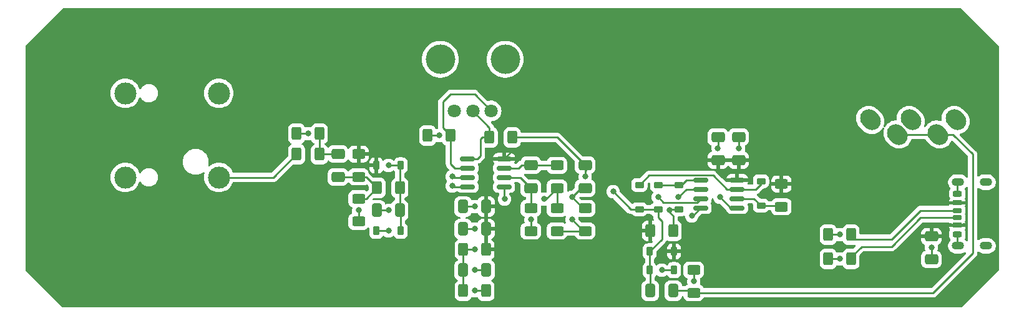
<source format=gtl>
G04 #@! TF.GenerationSoftware,KiCad,Pcbnew,8.0.2*
G04 #@! TF.CreationDate,2024-08-20T22:37:26-04:00*
G04 #@! TF.ProjectId,plugnslay,706c7567-6e73-46c6-9179-2e6b69636164,rev?*
G04 #@! TF.SameCoordinates,Original*
G04 #@! TF.FileFunction,Copper,L1,Top*
G04 #@! TF.FilePolarity,Positive*
%FSLAX46Y46*%
G04 Gerber Fmt 4.6, Leading zero omitted, Abs format (unit mm)*
G04 Created by KiCad (PCBNEW 8.0.2) date 2024-08-20 22:37:26*
%MOMM*%
%LPD*%
G01*
G04 APERTURE LIST*
G04 Aperture macros list*
%AMRoundRect*
0 Rectangle with rounded corners*
0 $1 Rounding radius*
0 $2 $3 $4 $5 $6 $7 $8 $9 X,Y pos of 4 corners*
0 Add a 4 corners polygon primitive as box body*
4,1,4,$2,$3,$4,$5,$6,$7,$8,$9,$2,$3,0*
0 Add four circle primitives for the rounded corners*
1,1,$1+$1,$2,$3*
1,1,$1+$1,$4,$5*
1,1,$1+$1,$6,$7*
1,1,$1+$1,$8,$9*
0 Add four rect primitives between the rounded corners*
20,1,$1+$1,$2,$3,$4,$5,0*
20,1,$1+$1,$4,$5,$6,$7,0*
20,1,$1+$1,$6,$7,$8,$9,0*
20,1,$1+$1,$8,$9,$2,$3,0*%
%AMHorizOval*
0 Thick line with rounded ends*
0 $1 width*
0 $2 $3 position (X,Y) of the first rounded end (center of the circle)*
0 $4 $5 position (X,Y) of the second rounded end (center of the circle)*
0 Add line between two ends*
20,1,$1,$2,$3,$4,$5,0*
0 Add two circle primitives to create the rounded ends*
1,1,$1,$2,$3*
1,1,$1,$4,$5*%
G04 Aperture macros list end*
G04 #@! TA.AperFunction,SMDPad,CuDef*
%ADD10RoundRect,0.250000X-0.625000X0.400000X-0.625000X-0.400000X0.625000X-0.400000X0.625000X0.400000X0*%
G04 #@! TD*
G04 #@! TA.AperFunction,SMDPad,CuDef*
%ADD11RoundRect,0.175000X0.425000X-0.175000X0.425000X0.175000X-0.425000X0.175000X-0.425000X-0.175000X0*%
G04 #@! TD*
G04 #@! TA.AperFunction,SMDPad,CuDef*
%ADD12RoundRect,0.190000X-0.410000X0.190000X-0.410000X-0.190000X0.410000X-0.190000X0.410000X0.190000X0*%
G04 #@! TD*
G04 #@! TA.AperFunction,SMDPad,CuDef*
%ADD13RoundRect,0.200000X-0.400000X0.200000X-0.400000X-0.200000X0.400000X-0.200000X0.400000X0.200000X0*%
G04 #@! TD*
G04 #@! TA.AperFunction,SMDPad,CuDef*
%ADD14RoundRect,0.175000X-0.425000X0.175000X-0.425000X-0.175000X0.425000X-0.175000X0.425000X0.175000X0*%
G04 #@! TD*
G04 #@! TA.AperFunction,SMDPad,CuDef*
%ADD15RoundRect,0.190000X0.410000X-0.190000X0.410000X0.190000X-0.410000X0.190000X-0.410000X-0.190000X0*%
G04 #@! TD*
G04 #@! TA.AperFunction,SMDPad,CuDef*
%ADD16RoundRect,0.200000X0.400000X-0.200000X0.400000X0.200000X-0.400000X0.200000X-0.400000X-0.200000X0*%
G04 #@! TD*
G04 #@! TA.AperFunction,ComponentPad*
%ADD17O,1.700000X1.100000*%
G04 #@! TD*
G04 #@! TA.AperFunction,SMDPad,CuDef*
%ADD18RoundRect,0.250000X0.625000X-0.400000X0.625000X0.400000X-0.625000X0.400000X-0.625000X-0.400000X0*%
G04 #@! TD*
G04 #@! TA.AperFunction,SMDPad,CuDef*
%ADD19RoundRect,0.225000X-0.375000X0.225000X-0.375000X-0.225000X0.375000X-0.225000X0.375000X0.225000X0*%
G04 #@! TD*
G04 #@! TA.AperFunction,SMDPad,CuDef*
%ADD20RoundRect,0.250000X0.650000X-0.412500X0.650000X0.412500X-0.650000X0.412500X-0.650000X-0.412500X0*%
G04 #@! TD*
G04 #@! TA.AperFunction,SMDPad,CuDef*
%ADD21RoundRect,0.150000X-0.825000X-0.150000X0.825000X-0.150000X0.825000X0.150000X-0.825000X0.150000X0*%
G04 #@! TD*
G04 #@! TA.AperFunction,ComponentPad*
%ADD22C,3.000000*%
G04 #@! TD*
G04 #@! TA.AperFunction,SMDPad,CuDef*
%ADD23RoundRect,0.250000X0.400000X0.625000X-0.400000X0.625000X-0.400000X-0.625000X0.400000X-0.625000X0*%
G04 #@! TD*
G04 #@! TA.AperFunction,SMDPad,CuDef*
%ADD24RoundRect,0.250000X0.412500X0.650000X-0.412500X0.650000X-0.412500X-0.650000X0.412500X-0.650000X0*%
G04 #@! TD*
G04 #@! TA.AperFunction,SMDPad,CuDef*
%ADD25RoundRect,0.250000X-0.650000X0.412500X-0.650000X-0.412500X0.650000X-0.412500X0.650000X0.412500X0*%
G04 #@! TD*
G04 #@! TA.AperFunction,SMDPad,CuDef*
%ADD26RoundRect,0.250000X-0.400000X-0.625000X0.400000X-0.625000X0.400000X0.625000X-0.400000X0.625000X0*%
G04 #@! TD*
G04 #@! TA.AperFunction,SMDPad,CuDef*
%ADD27RoundRect,0.250000X-0.412500X-0.650000X0.412500X-0.650000X0.412500X0.650000X-0.412500X0.650000X0*%
G04 #@! TD*
G04 #@! TA.AperFunction,ComponentPad*
%ADD28HorizOval,2.400000X0.212132X-0.212132X-0.212132X0.212132X0*%
G04 #@! TD*
G04 #@! TA.AperFunction,SMDPad,CuDef*
%ADD29RoundRect,0.225000X-0.225000X-0.375000X0.225000X-0.375000X0.225000X0.375000X-0.225000X0.375000X0*%
G04 #@! TD*
G04 #@! TA.AperFunction,WasherPad*
%ADD30C,4.000000*%
G04 #@! TD*
G04 #@! TA.AperFunction,ComponentPad*
%ADD31C,1.800000*%
G04 #@! TD*
G04 #@! TA.AperFunction,SMDPad,CuDef*
%ADD32RoundRect,0.225000X0.225000X0.375000X-0.225000X0.375000X-0.225000X-0.375000X0.225000X-0.375000X0*%
G04 #@! TD*
G04 #@! TA.AperFunction,SMDPad,CuDef*
%ADD33RoundRect,0.225000X0.375000X-0.225000X0.375000X0.225000X-0.375000X0.225000X-0.375000X-0.225000X0*%
G04 #@! TD*
G04 #@! TA.AperFunction,ViaPad*
%ADD34C,0.800000*%
G04 #@! TD*
G04 #@! TA.AperFunction,Conductor*
%ADD35C,0.250000*%
G04 #@! TD*
G04 APERTURE END LIST*
D10*
X142240000Y-110972000D03*
X142240000Y-114072000D03*
D11*
X200120000Y-112260000D03*
D12*
X200120000Y-110240000D03*
D13*
X200120000Y-109010000D03*
D14*
X200120000Y-111260000D03*
D15*
X200120000Y-113280000D03*
D16*
X200120000Y-114510000D03*
D17*
X200200000Y-116080000D03*
X204000000Y-116080000D03*
X200200000Y-107440000D03*
X204000000Y-107440000D03*
D18*
X118872000Y-112776000D03*
X118872000Y-109676000D03*
D19*
X162306000Y-107824000D03*
X162306000Y-111124000D03*
D20*
X149606000Y-108242500D03*
X149606000Y-105117500D03*
D21*
X133669000Y-104267000D03*
X133669000Y-105537000D03*
X133669000Y-106807000D03*
X133669000Y-108077000D03*
X138619000Y-108077000D03*
X138619000Y-106807000D03*
X138619000Y-105537000D03*
X138619000Y-104267000D03*
D22*
X87224000Y-106778000D03*
X87224000Y-95348000D03*
X99924000Y-106778000D03*
X99924000Y-95348000D03*
D23*
X185700000Y-117856000D03*
X182600000Y-117856000D03*
D19*
X159512000Y-107824000D03*
X159512000Y-111124000D03*
D18*
X145796000Y-114072000D03*
X145796000Y-110972000D03*
D23*
X161570000Y-114046000D03*
X158470000Y-114046000D03*
D24*
X136182500Y-119380000D03*
X133057500Y-119380000D03*
D23*
X136170000Y-122174000D03*
X133070000Y-122174000D03*
D24*
X161582500Y-122174000D03*
X158457500Y-122174000D03*
D25*
X142240000Y-105117500D03*
X142240000Y-108242500D03*
D26*
X128244000Y-101092000D03*
X131344000Y-101092000D03*
D25*
X116078000Y-103593500D03*
X116078000Y-106718500D03*
D27*
X121335000Y-111252000D03*
X124460000Y-111252000D03*
D21*
X165302000Y-107134000D03*
X165302000Y-108404000D03*
X165302000Y-109674000D03*
X165302000Y-110944000D03*
X170252000Y-110944000D03*
X170252000Y-109674000D03*
X170252000Y-108404000D03*
X170252000Y-107134000D03*
D10*
X149606000Y-110972000D03*
X149606000Y-114072000D03*
D28*
X191998000Y-100960000D03*
X193798000Y-98960000D03*
X199898000Y-98960000D03*
X197498000Y-100960000D03*
X188298000Y-98960000D03*
D25*
X170434000Y-101307500D03*
X170434000Y-104432500D03*
D18*
X176250000Y-110770000D03*
X176250000Y-107670000D03*
D29*
X121286000Y-105156000D03*
X124586000Y-105156000D03*
D30*
X129966000Y-90744000D03*
X138766000Y-90744000D03*
D31*
X136866000Y-97744000D03*
X134366000Y-97744000D03*
X131866000Y-97744000D03*
D26*
X133070000Y-116586000D03*
X136170000Y-116586000D03*
X121386000Y-108204000D03*
X124486000Y-108204000D03*
D32*
X161670000Y-116840000D03*
X158370000Y-116840000D03*
D29*
X158370000Y-119380000D03*
X161670000Y-119380000D03*
D20*
X167640000Y-104432500D03*
X167640000Y-101307500D03*
D26*
X136626000Y-101346000D03*
X139726000Y-101346000D03*
D18*
X118872000Y-106706000D03*
X118872000Y-103606000D03*
D26*
X110464000Y-103632000D03*
X113564000Y-103632000D03*
D32*
X124586000Y-114046000D03*
X121286000Y-114046000D03*
D25*
X196596000Y-114808000D03*
X196596000Y-117933000D03*
D18*
X164338000Y-122454000D03*
X164338000Y-119354000D03*
D23*
X185700000Y-114554000D03*
X182600000Y-114554000D03*
D33*
X156972000Y-111124000D03*
X156972000Y-107824000D03*
D26*
X110464000Y-100838000D03*
X113564000Y-100838000D03*
D18*
X145796000Y-108230000D03*
X145796000Y-105130000D03*
D24*
X136182500Y-110744000D03*
X133057500Y-110744000D03*
D33*
X173482000Y-110616000D03*
X173482000Y-107316000D03*
D27*
X133057500Y-113792000D03*
X136182500Y-113792000D03*
D34*
X134620000Y-113792000D03*
X129794000Y-101092000D03*
X167626153Y-102820847D03*
X122936000Y-111252000D03*
X184150000Y-114554000D03*
X134620000Y-110744000D03*
X147828000Y-109474000D03*
X196596000Y-116332000D03*
X112014000Y-100838000D03*
X142240000Y-112522000D03*
X118872000Y-111252000D03*
X131572000Y-107950000D03*
X134620000Y-122174000D03*
X160020000Y-119380000D03*
X134620000Y-119380000D03*
X184150000Y-117856000D03*
X164084000Y-112014000D03*
X170434000Y-102844000D03*
X164338000Y-120904000D03*
X122936000Y-114046000D03*
X131572000Y-106680000D03*
X122936000Y-105156000D03*
X138684000Y-109728000D03*
X134620000Y-116586000D03*
X153416000Y-108712000D03*
X149606000Y-106680000D03*
X162280000Y-109474000D03*
X161036000Y-111252000D03*
X159512000Y-109474000D03*
X144018000Y-109728000D03*
X147828000Y-112522000D03*
X167894000Y-109474000D03*
D35*
X182600000Y-117856000D02*
X184150000Y-117856000D01*
X149606000Y-108242500D02*
X149059500Y-108242500D01*
X164232000Y-112014000D02*
X165302000Y-110944000D01*
X167640000Y-102807000D02*
X167640000Y-101307500D01*
X121335000Y-111252000D02*
X122936000Y-111252000D01*
X133057500Y-110744000D02*
X134620000Y-110744000D01*
X121286000Y-114046000D02*
X122936000Y-114046000D01*
X128244000Y-101092000D02*
X129794000Y-101092000D01*
X131572000Y-107950000D02*
X131699000Y-108077000D01*
X149326000Y-110972000D02*
X147828000Y-109474000D01*
X182600000Y-114554000D02*
X184150000Y-114554000D01*
X131699000Y-108077000D02*
X133669000Y-108077000D01*
X118872000Y-112776000D02*
X118872000Y-111252000D01*
X136182500Y-119380000D02*
X134620000Y-119380000D01*
X200120000Y-114510000D02*
X200120000Y-116000000D01*
X133057500Y-113792000D02*
X134620000Y-113792000D01*
X164084000Y-112014000D02*
X164232000Y-112014000D01*
X149606000Y-110972000D02*
X149326000Y-110972000D01*
X200120000Y-109010000D02*
X200120000Y-107520000D01*
X149059500Y-108242500D02*
X147828000Y-109474000D01*
X200120000Y-107520000D02*
X200200000Y-107440000D01*
X110464000Y-100838000D02*
X112014000Y-100838000D01*
X196596000Y-117933000D02*
X196596000Y-116332000D01*
X164338000Y-119354000D02*
X164338000Y-120904000D01*
X142240000Y-114072000D02*
X142240000Y-112522000D01*
X200120000Y-116000000D02*
X200200000Y-116080000D01*
X136170000Y-122174000D02*
X134620000Y-122174000D01*
X161670000Y-119380000D02*
X160020000Y-119380000D01*
X170434000Y-102844000D02*
X170434000Y-101307500D01*
X167626153Y-102820847D02*
X167640000Y-102807000D01*
X124486000Y-108204000D02*
X124486000Y-111226000D01*
X124486000Y-105256000D02*
X124586000Y-105156000D01*
X124486000Y-108204000D02*
X124486000Y-105256000D01*
X133669000Y-106807000D02*
X131699000Y-106807000D01*
X124486000Y-111226000D02*
X124460000Y-111252000D01*
X122936000Y-105156000D02*
X124586000Y-105156000D01*
X131699000Y-106807000D02*
X131572000Y-106680000D01*
X124586000Y-114046000D02*
X124586000Y-111378000D01*
X124586000Y-111378000D02*
X124460000Y-111252000D01*
X142240000Y-105117500D02*
X141008500Y-105117500D01*
X140589000Y-105537000D02*
X138619000Y-105537000D01*
X142252500Y-105130000D02*
X142240000Y-105117500D01*
X141008500Y-105117500D02*
X140589000Y-105537000D01*
X145796000Y-105130000D02*
X142252500Y-105130000D01*
X142240000Y-108242500D02*
X140804500Y-106807000D01*
X142240000Y-110972000D02*
X142240000Y-108242500D01*
X140804500Y-106807000D02*
X138619000Y-106807000D01*
X138619000Y-109663000D02*
X138619000Y-108077000D01*
X133057500Y-119380000D02*
X133057500Y-122161500D01*
X133057500Y-116598500D02*
X133070000Y-116586000D01*
X133057500Y-122161500D02*
X133070000Y-122174000D01*
X133057500Y-119380000D02*
X133057500Y-116598500D01*
X133070000Y-116586000D02*
X134620000Y-116586000D01*
X138684000Y-109728000D02*
X138619000Y-109663000D01*
X158370000Y-119760000D02*
X158457500Y-119847500D01*
X160020000Y-115190000D02*
X158370000Y-116840000D01*
X158457500Y-119847500D02*
X158457500Y-122174000D01*
X145834500Y-101346000D02*
X149606000Y-105117500D01*
X158370000Y-116840000D02*
X158370000Y-119380000D01*
X155828000Y-111124000D02*
X153416000Y-108712000D01*
X159512000Y-112268000D02*
X160020000Y-112776000D01*
X159512000Y-111124000D02*
X156972000Y-111124000D01*
X156972000Y-111124000D02*
X155828000Y-111124000D01*
X139726000Y-101346000D02*
X144056500Y-101346000D01*
X160020000Y-112776000D02*
X160020000Y-115190000D01*
X144056500Y-101346000D02*
X145834500Y-101346000D01*
X149606000Y-105841000D02*
X150329500Y-105117500D01*
X159512000Y-111124000D02*
X159512000Y-112268000D01*
X158370000Y-119380000D02*
X158370000Y-119760000D01*
X149606000Y-106680000D02*
X149606000Y-105841000D01*
X161862500Y-122454000D02*
X161582500Y-122174000D01*
X196824000Y-122454000D02*
X163894500Y-122454000D01*
X191998000Y-100960000D02*
X199520000Y-100960000D01*
X161582500Y-122174000D02*
X164058000Y-122174000D01*
X163894500Y-122454000D02*
X163614500Y-122174000D01*
X202184000Y-117094000D02*
X196824000Y-122454000D01*
X202184000Y-103624000D02*
X202184000Y-117094000D01*
X199520000Y-100960000D02*
X202184000Y-103624000D01*
X164058000Y-122174000D02*
X164338000Y-122454000D01*
X139508000Y-103378000D02*
X139954000Y-103378000D01*
X138619000Y-104267000D02*
X139508000Y-103378000D01*
X158470000Y-114046000D02*
X158470000Y-113818000D01*
X161036000Y-111506000D02*
X161570000Y-112040000D01*
X161036000Y-111252000D02*
X161036000Y-111506000D01*
X161164000Y-111124000D02*
X162306000Y-111124000D01*
X165302000Y-108404000D02*
X163350000Y-108404000D01*
X163350000Y-108404000D02*
X162280000Y-109474000D01*
X161036000Y-111252000D02*
X161164000Y-111124000D01*
X161570000Y-112040000D02*
X161570000Y-114046000D01*
X163376000Y-107134000D02*
X165302000Y-107134000D01*
X162306000Y-107824000D02*
X162686000Y-107824000D01*
X162686000Y-107824000D02*
X163376000Y-107134000D01*
X159512000Y-107824000D02*
X162306000Y-107824000D01*
X172774000Y-108404000D02*
X173482000Y-107696000D01*
X170252000Y-108404000D02*
X172774000Y-108404000D01*
X166961000Y-106509000D02*
X168856000Y-108404000D01*
X173482000Y-107696000D02*
X173482000Y-107316000D01*
X156972000Y-107824000D02*
X158287000Y-106509000D01*
X168856000Y-108404000D02*
X170252000Y-108404000D01*
X158287000Y-106509000D02*
X166961000Y-106509000D01*
X173482000Y-110616000D02*
X176096000Y-110616000D01*
X176096000Y-110616000D02*
X176250000Y-110770000D01*
X173482000Y-110616000D02*
X172540000Y-109674000D01*
X172540000Y-109674000D02*
X170252000Y-109674000D01*
X107318000Y-106778000D02*
X110464000Y-103632000D01*
X99924000Y-106778000D02*
X107318000Y-106778000D01*
X131927001Y-105537000D02*
X133669000Y-105537000D01*
X131318000Y-95504000D02*
X134626000Y-95504000D01*
X130302000Y-96520000D02*
X131318000Y-95504000D01*
X134626000Y-95504000D02*
X136866000Y-97744000D01*
X131344000Y-101092000D02*
X130302000Y-100050000D01*
X130302000Y-100050000D02*
X130302000Y-96520000D01*
X131344000Y-101092000D02*
X131344000Y-104953999D01*
X131927000Y-105537000D02*
X133669000Y-105537000D01*
X131344000Y-104953999D02*
X131927001Y-105537000D01*
X144018000Y-109728000D02*
X144298000Y-109728000D01*
X145796000Y-108230000D02*
X145796000Y-110972000D01*
X165302000Y-109674000D02*
X164777000Y-110199000D01*
X160237000Y-110199000D02*
X159512000Y-109474000D01*
X164777000Y-110199000D02*
X160237000Y-110199000D01*
X144298000Y-109728000D02*
X145796000Y-108230000D01*
X167894000Y-109474000D02*
X169364000Y-110944000D01*
X145796000Y-114072000D02*
X149606000Y-114072000D01*
X149378000Y-114072000D02*
X149606000Y-114072000D01*
X169364000Y-110944000D02*
X170252000Y-110944000D01*
X147828000Y-112522000D02*
X149378000Y-114072000D01*
X113564000Y-103632000D02*
X113564000Y-100838000D01*
X113564000Y-103632000D02*
X116039500Y-103632000D01*
X116039500Y-103632000D02*
X116078000Y-103593500D01*
X119914000Y-109676000D02*
X121386000Y-108204000D01*
X116078000Y-106718500D02*
X118859500Y-106718500D01*
X118872000Y-109676000D02*
X119914000Y-109676000D01*
X118872000Y-106706000D02*
X119888000Y-106706000D01*
X119888000Y-106706000D02*
X121386000Y-108204000D01*
X118859500Y-106718500D02*
X118872000Y-106706000D01*
X136626000Y-101346000D02*
X136626000Y-100004000D01*
X135001000Y-104267000D02*
X133669000Y-104267000D01*
X136626000Y-100004000D02*
X134366000Y-97744000D01*
X135382000Y-103886000D02*
X135001000Y-104267000D01*
X136626000Y-101346000D02*
X135636000Y-101346000D01*
X135636000Y-101346000D02*
X135382000Y-101600000D01*
X135382000Y-101600000D02*
X135382000Y-103886000D01*
X195102000Y-111260000D02*
X191192000Y-115170000D01*
X200120000Y-111260000D02*
X195102000Y-111260000D01*
X185808000Y-115170000D02*
X185700000Y-115062000D01*
X191192000Y-115170000D02*
X185808000Y-115170000D01*
X195102000Y-112260000D02*
X191192000Y-116170000D01*
X191192000Y-116170000D02*
X187132000Y-116170000D01*
X187132000Y-116170000D02*
X185700000Y-117602000D01*
X200120000Y-112260000D02*
X195102000Y-112260000D01*
G04 #@! TA.AperFunction,Conductor*
G36*
X200675677Y-83839685D02*
G01*
X200696319Y-83856319D01*
X205703681Y-88863681D01*
X205737166Y-88925004D01*
X205740000Y-88951362D01*
X205740000Y-119328638D01*
X205720315Y-119395677D01*
X205703681Y-119416319D01*
X200696319Y-124423681D01*
X200634996Y-124457166D01*
X200608638Y-124460000D01*
X78791362Y-124460000D01*
X78724323Y-124440315D01*
X78703681Y-124423681D01*
X73696319Y-119416319D01*
X73662834Y-119354996D01*
X73660000Y-119328638D01*
X73660000Y-106777998D01*
X85218390Y-106777998D01*
X85218390Y-106778001D01*
X85238804Y-107063433D01*
X85299628Y-107343037D01*
X85299630Y-107343043D01*
X85299631Y-107343046D01*
X85395342Y-107599656D01*
X85399635Y-107611166D01*
X85536770Y-107862309D01*
X85536775Y-107862317D01*
X85708254Y-108091387D01*
X85708270Y-108091405D01*
X85910594Y-108293729D01*
X85910612Y-108293745D01*
X86139682Y-108465224D01*
X86139690Y-108465229D01*
X86390833Y-108602364D01*
X86390832Y-108602364D01*
X86390836Y-108602365D01*
X86390839Y-108602367D01*
X86658954Y-108702369D01*
X86658960Y-108702370D01*
X86658962Y-108702371D01*
X86938566Y-108763195D01*
X86938568Y-108763195D01*
X86938572Y-108763196D01*
X87192220Y-108781337D01*
X87223999Y-108783610D01*
X87224000Y-108783610D01*
X87224001Y-108783610D01*
X87252595Y-108781564D01*
X87509428Y-108763196D01*
X87536868Y-108757227D01*
X87789037Y-108702371D01*
X87789037Y-108702370D01*
X87789046Y-108702369D01*
X88057161Y-108602367D01*
X88308315Y-108465226D01*
X88537395Y-108293739D01*
X88739739Y-108091395D01*
X88911226Y-107862315D01*
X89048367Y-107611161D01*
X89117431Y-107425992D01*
X89159300Y-107370062D01*
X89224764Y-107345645D01*
X89293037Y-107360497D01*
X89342443Y-107409902D01*
X89344095Y-107413032D01*
X89350701Y-107425996D01*
X89354476Y-107433405D01*
X89470172Y-107592646D01*
X89609354Y-107731828D01*
X89768595Y-107847524D01*
X89814666Y-107870998D01*
X89943970Y-107936882D01*
X89943972Y-107936882D01*
X89943975Y-107936884D01*
X89984342Y-107950000D01*
X90131173Y-107997709D01*
X90325578Y-108028500D01*
X90325583Y-108028500D01*
X90522422Y-108028500D01*
X90716826Y-107997709D01*
X90742238Y-107989452D01*
X90904025Y-107936884D01*
X91079405Y-107847524D01*
X91238646Y-107731828D01*
X91377828Y-107592646D01*
X91493524Y-107433405D01*
X91582884Y-107258025D01*
X91643709Y-107070826D01*
X91647667Y-107045834D01*
X91674500Y-106876422D01*
X91674500Y-106679577D01*
X91643709Y-106485173D01*
X91610837Y-106384005D01*
X91582884Y-106297975D01*
X91582882Y-106297972D01*
X91582882Y-106297970D01*
X91529166Y-106192547D01*
X91493524Y-106122595D01*
X91377828Y-105963354D01*
X91238646Y-105824172D01*
X91079405Y-105708476D01*
X91050370Y-105693682D01*
X90904029Y-105619117D01*
X90716826Y-105558290D01*
X90522422Y-105527500D01*
X90522417Y-105527500D01*
X90325583Y-105527500D01*
X90325578Y-105527500D01*
X90131173Y-105558290D01*
X89943970Y-105619117D01*
X89768594Y-105708476D01*
X89721458Y-105742723D01*
X89609354Y-105824172D01*
X89609352Y-105824174D01*
X89609351Y-105824174D01*
X89470174Y-105963351D01*
X89470174Y-105963352D01*
X89470172Y-105963354D01*
X89444523Y-105998657D01*
X89354475Y-106122595D01*
X89344094Y-106142969D01*
X89296118Y-106193763D01*
X89228296Y-106210556D01*
X89162162Y-106188016D01*
X89118712Y-106133299D01*
X89117447Y-106130051D01*
X89048367Y-105944839D01*
X89035539Y-105921347D01*
X88911229Y-105693690D01*
X88911224Y-105693682D01*
X88739745Y-105464612D01*
X88739729Y-105464594D01*
X88537405Y-105262270D01*
X88537387Y-105262254D01*
X88308317Y-105090775D01*
X88308309Y-105090770D01*
X88057166Y-104953635D01*
X88057167Y-104953635D01*
X87918728Y-104902000D01*
X87789046Y-104853631D01*
X87789043Y-104853630D01*
X87789037Y-104853628D01*
X87509433Y-104792804D01*
X87224001Y-104772390D01*
X87223999Y-104772390D01*
X86938566Y-104792804D01*
X86658962Y-104853628D01*
X86390833Y-104953635D01*
X86139690Y-105090770D01*
X86139682Y-105090775D01*
X85910612Y-105262254D01*
X85910594Y-105262270D01*
X85708270Y-105464594D01*
X85708254Y-105464612D01*
X85536775Y-105693682D01*
X85536770Y-105693690D01*
X85399635Y-105944833D01*
X85299628Y-106212962D01*
X85238804Y-106492566D01*
X85218390Y-106777998D01*
X73660000Y-106777998D01*
X73660000Y-104533258D01*
X95023500Y-104533258D01*
X95023500Y-104762741D01*
X95043086Y-104911500D01*
X95053452Y-104990238D01*
X95105543Y-105184646D01*
X95112842Y-105211887D01*
X95200650Y-105423876D01*
X95200657Y-105423890D01*
X95315392Y-105622617D01*
X95455081Y-105804661D01*
X95455089Y-105804670D01*
X95617330Y-105966911D01*
X95617338Y-105966918D01*
X95617339Y-105966919D01*
X95639655Y-105984043D01*
X95799382Y-106106607D01*
X95799385Y-106106608D01*
X95799388Y-106106611D01*
X95998112Y-106221344D01*
X95998117Y-106221346D01*
X95998123Y-106221349D01*
X96060210Y-106247066D01*
X96210113Y-106309158D01*
X96431762Y-106368548D01*
X96659266Y-106398500D01*
X96659273Y-106398500D01*
X96888727Y-106398500D01*
X96888734Y-106398500D01*
X97116238Y-106368548D01*
X97337887Y-106309158D01*
X97549888Y-106221344D01*
X97748612Y-106106611D01*
X97813282Y-106056987D01*
X97878447Y-106031794D01*
X97946892Y-106045831D01*
X97996882Y-106094645D01*
X98012547Y-106162736D01*
X98004950Y-106198692D01*
X97999629Y-106212959D01*
X97938804Y-106492566D01*
X97918390Y-106777998D01*
X97918390Y-106778001D01*
X97938804Y-107063433D01*
X97999628Y-107343037D01*
X97999630Y-107343043D01*
X97999631Y-107343046D01*
X98095342Y-107599656D01*
X98099635Y-107611166D01*
X98236770Y-107862309D01*
X98236775Y-107862317D01*
X98408254Y-108091387D01*
X98408270Y-108091405D01*
X98610594Y-108293729D01*
X98610612Y-108293745D01*
X98839682Y-108465224D01*
X98839690Y-108465229D01*
X99090833Y-108602364D01*
X99090832Y-108602364D01*
X99090836Y-108602365D01*
X99090839Y-108602367D01*
X99358954Y-108702369D01*
X99358960Y-108702370D01*
X99358962Y-108702371D01*
X99638566Y-108763195D01*
X99638568Y-108763195D01*
X99638572Y-108763196D01*
X99892220Y-108781337D01*
X99923999Y-108783610D01*
X99924000Y-108783610D01*
X99924001Y-108783610D01*
X99952595Y-108781564D01*
X100209428Y-108763196D01*
X100236868Y-108757227D01*
X100489037Y-108702371D01*
X100489037Y-108702370D01*
X100489046Y-108702369D01*
X100757161Y-108602367D01*
X101008315Y-108465226D01*
X101237395Y-108293739D01*
X101439739Y-108091395D01*
X101611226Y-107862315D01*
X101748367Y-107611161D01*
X101795734Y-107484166D01*
X101837606Y-107428232D01*
X101903071Y-107403816D01*
X101911916Y-107403500D01*
X107379607Y-107403500D01*
X107440029Y-107391481D01*
X107500452Y-107379463D01*
X107544272Y-107361312D01*
X107614286Y-107332312D01*
X107677155Y-107290303D01*
X107716733Y-107263858D01*
X107803858Y-107176733D01*
X107803859Y-107176731D01*
X107810925Y-107169665D01*
X107810928Y-107169661D01*
X108724606Y-106255983D01*
X114677500Y-106255983D01*
X114677500Y-107181001D01*
X114677501Y-107181019D01*
X114688000Y-107283796D01*
X114688001Y-107283799D01*
X114743185Y-107450331D01*
X114743187Y-107450336D01*
X114761958Y-107480769D01*
X114835288Y-107599656D01*
X114959344Y-107723712D01*
X115108666Y-107815814D01*
X115275203Y-107870999D01*
X115377991Y-107881500D01*
X116778008Y-107881499D01*
X116880797Y-107870999D01*
X117047334Y-107815814D01*
X117196656Y-107723712D01*
X117320712Y-107599656D01*
X117389671Y-107487855D01*
X117441619Y-107441130D01*
X117510581Y-107429907D01*
X117574664Y-107457751D01*
X117600749Y-107487855D01*
X117650460Y-107568451D01*
X117654288Y-107574656D01*
X117778344Y-107698712D01*
X117927666Y-107790814D01*
X118094203Y-107845999D01*
X118196991Y-107856500D01*
X119547008Y-107856499D01*
X119649797Y-107845999D01*
X119816334Y-107790814D01*
X119901053Y-107738559D01*
X119968442Y-107720120D01*
X120035106Y-107741042D01*
X120053828Y-107756418D01*
X120199181Y-107901771D01*
X120232666Y-107963094D01*
X120235500Y-107989452D01*
X120235500Y-108418546D01*
X120215815Y-108485585D01*
X120199185Y-108506222D01*
X120132224Y-108573184D01*
X120069908Y-108635500D01*
X120008585Y-108668984D01*
X119938893Y-108664000D01*
X119917131Y-108653357D01*
X119816340Y-108591189D01*
X119816335Y-108591187D01*
X119816334Y-108591186D01*
X119649797Y-108536001D01*
X119649795Y-108536000D01*
X119547010Y-108525500D01*
X118196998Y-108525500D01*
X118196981Y-108525501D01*
X118094203Y-108536000D01*
X118094200Y-108536001D01*
X117927668Y-108591185D01*
X117927663Y-108591187D01*
X117778342Y-108683289D01*
X117654289Y-108807342D01*
X117562187Y-108956663D01*
X117562185Y-108956668D01*
X117547329Y-109001500D01*
X117507001Y-109123203D01*
X117507001Y-109123204D01*
X117507000Y-109123204D01*
X117496500Y-109225983D01*
X117496500Y-110126001D01*
X117496501Y-110126019D01*
X117507000Y-110228796D01*
X117507001Y-110228799D01*
X117562185Y-110395331D01*
X117562187Y-110395336D01*
X117576908Y-110419203D01*
X117654288Y-110544656D01*
X117778344Y-110668712D01*
X117927666Y-110760814D01*
X117952463Y-110769031D01*
X118009907Y-110808802D01*
X118036730Y-110873318D01*
X118031389Y-110925054D01*
X117986327Y-111063740D01*
X117986326Y-111063744D01*
X117966540Y-111252000D01*
X117986326Y-111440256D01*
X117986327Y-111440259D01*
X118016135Y-111531999D01*
X118018130Y-111601840D01*
X117982050Y-111661673D01*
X117937216Y-111688020D01*
X117927671Y-111691183D01*
X117927669Y-111691184D01*
X117778342Y-111783289D01*
X117654289Y-111907342D01*
X117562187Y-112056663D01*
X117562185Y-112056668D01*
X117546182Y-112104962D01*
X117507001Y-112223203D01*
X117507001Y-112223204D01*
X117507000Y-112223204D01*
X117496500Y-112325983D01*
X117496500Y-113226001D01*
X117496501Y-113226019D01*
X117507000Y-113328796D01*
X117507001Y-113328799D01*
X117562185Y-113495331D01*
X117562187Y-113495336D01*
X117583568Y-113530000D01*
X117654288Y-113644656D01*
X117778344Y-113768712D01*
X117927666Y-113860814D01*
X118094203Y-113915999D01*
X118196991Y-113926500D01*
X119547008Y-113926499D01*
X119649797Y-113915999D01*
X119816334Y-113860814D01*
X119965656Y-113768712D01*
X120089712Y-113644656D01*
X120105961Y-113618311D01*
X120157909Y-113571587D01*
X120226871Y-113560364D01*
X120290953Y-113588207D01*
X120329810Y-113646276D01*
X120335500Y-113683408D01*
X120335500Y-114469337D01*
X120335501Y-114469355D01*
X120345650Y-114568707D01*
X120345651Y-114568710D01*
X120398996Y-114729694D01*
X120399001Y-114729705D01*
X120488029Y-114874040D01*
X120488032Y-114874044D01*
X120607955Y-114993967D01*
X120607959Y-114993970D01*
X120752294Y-115082998D01*
X120752297Y-115082999D01*
X120752303Y-115083003D01*
X120913292Y-115136349D01*
X121012655Y-115146500D01*
X121559344Y-115146499D01*
X121559352Y-115146498D01*
X121559355Y-115146498D01*
X121629378Y-115139345D01*
X121658708Y-115136349D01*
X121819697Y-115083003D01*
X121964044Y-114993968D01*
X122083968Y-114874044D01*
X122156016Y-114757235D01*
X122207961Y-114710515D01*
X122276923Y-114699292D01*
X122334437Y-114722018D01*
X122483265Y-114830148D01*
X122483270Y-114830151D01*
X122656192Y-114907142D01*
X122656197Y-114907144D01*
X122841354Y-114946500D01*
X122841355Y-114946500D01*
X123030644Y-114946500D01*
X123030646Y-114946500D01*
X123215803Y-114907144D01*
X123388730Y-114830151D01*
X123537564Y-114722016D01*
X123603368Y-114698538D01*
X123671422Y-114714363D01*
X123715985Y-114757239D01*
X123788029Y-114874040D01*
X123788032Y-114874044D01*
X123907955Y-114993967D01*
X123907959Y-114993970D01*
X124052294Y-115082998D01*
X124052297Y-115082999D01*
X124052303Y-115083003D01*
X124213292Y-115136349D01*
X124312655Y-115146500D01*
X124859344Y-115146499D01*
X124859352Y-115146498D01*
X124859355Y-115146498D01*
X124929378Y-115139345D01*
X124958708Y-115136349D01*
X125119697Y-115083003D01*
X125264044Y-114993968D01*
X125383968Y-114874044D01*
X125473003Y-114729697D01*
X125526349Y-114568708D01*
X125536500Y-114469345D01*
X125536499Y-113622656D01*
X125535810Y-113615914D01*
X125526349Y-113523292D01*
X125526348Y-113523289D01*
X125505490Y-113460344D01*
X125473003Y-113362303D01*
X125472999Y-113362297D01*
X125472998Y-113362294D01*
X125383970Y-113217959D01*
X125383969Y-113217958D01*
X125383968Y-113217956D01*
X125264044Y-113098032D01*
X125264043Y-113098031D01*
X125264041Y-113098029D01*
X125258590Y-113093719D01*
X125218213Y-113036697D01*
X125211500Y-112996452D01*
X125211500Y-112643890D01*
X125231185Y-112576851D01*
X125270402Y-112538352D01*
X125341156Y-112494712D01*
X125465212Y-112370656D01*
X125557314Y-112221334D01*
X125612499Y-112054797D01*
X125623000Y-111952009D01*
X125622999Y-110551992D01*
X125621120Y-110533602D01*
X125612499Y-110449203D01*
X125612498Y-110449200D01*
X125596489Y-110400888D01*
X125557314Y-110282666D01*
X125465212Y-110133344D01*
X125375851Y-110043983D01*
X131894500Y-110043983D01*
X131894500Y-111444001D01*
X131894501Y-111444018D01*
X131905000Y-111546796D01*
X131905001Y-111546799D01*
X131960185Y-111713331D01*
X131960187Y-111713336D01*
X131967667Y-111725463D01*
X132052288Y-111862656D01*
X132176344Y-111986712D01*
X132325666Y-112078814D01*
X132492203Y-112133999D01*
X132594991Y-112144500D01*
X132594994Y-112144499D01*
X132596384Y-112144642D01*
X132661076Y-112171038D01*
X132701227Y-112228218D01*
X132704091Y-112298029D01*
X132668757Y-112358306D01*
X132606444Y-112389912D01*
X132596384Y-112391358D01*
X132492202Y-112402001D01*
X132492200Y-112402001D01*
X132325668Y-112457185D01*
X132325663Y-112457187D01*
X132176342Y-112549289D01*
X132052289Y-112673342D01*
X131960187Y-112822663D01*
X131960185Y-112822668D01*
X131939365Y-112885500D01*
X131905001Y-112989203D01*
X131905001Y-112989204D01*
X131905000Y-112989204D01*
X131894500Y-113091983D01*
X131894500Y-114492001D01*
X131894501Y-114492018D01*
X131905000Y-114594796D01*
X131905001Y-114594799D01*
X131949705Y-114729705D01*
X131960186Y-114761334D01*
X132052288Y-114910656D01*
X132176344Y-115034712D01*
X132233345Y-115069870D01*
X132288145Y-115103671D01*
X132334869Y-115155619D01*
X132346092Y-115224582D01*
X132318248Y-115288664D01*
X132288145Y-115314749D01*
X132201342Y-115368289D01*
X132077289Y-115492342D01*
X131985187Y-115641663D01*
X131985185Y-115641668D01*
X131980327Y-115656330D01*
X131930001Y-115808203D01*
X131930001Y-115808204D01*
X131930000Y-115808204D01*
X131919500Y-115910983D01*
X131919500Y-117261001D01*
X131919501Y-117261018D01*
X131930000Y-117363796D01*
X131930001Y-117363799D01*
X131965352Y-117470480D01*
X131985186Y-117530334D01*
X132077288Y-117679656D01*
X132201344Y-117803712D01*
X132288144Y-117857250D01*
X132334869Y-117909198D01*
X132346092Y-117978160D01*
X132318249Y-118042242D01*
X132288145Y-118068327D01*
X132176347Y-118137285D01*
X132176343Y-118137288D01*
X132052289Y-118261342D01*
X131960187Y-118410663D01*
X131960185Y-118410668D01*
X131937377Y-118479500D01*
X131905001Y-118577203D01*
X131905001Y-118577204D01*
X131905000Y-118577204D01*
X131894500Y-118679983D01*
X131894500Y-120080001D01*
X131894501Y-120080018D01*
X131905000Y-120182796D01*
X131905001Y-120182799D01*
X131948177Y-120313094D01*
X131960186Y-120349334D01*
X132052288Y-120498656D01*
X132176344Y-120622712D01*
X132275645Y-120683961D01*
X132288145Y-120691671D01*
X132334869Y-120743619D01*
X132346092Y-120812582D01*
X132318248Y-120876664D01*
X132288145Y-120902749D01*
X132201342Y-120956289D01*
X132077289Y-121080342D01*
X131985187Y-121229663D01*
X131985185Y-121229668D01*
X131980394Y-121244126D01*
X131930001Y-121396203D01*
X131930001Y-121396204D01*
X131930000Y-121396204D01*
X131919500Y-121498983D01*
X131919500Y-122849001D01*
X131919501Y-122849018D01*
X131930000Y-122951796D01*
X131930001Y-122951799D01*
X131985184Y-123118329D01*
X131985186Y-123118334D01*
X132077288Y-123267656D01*
X132201344Y-123391712D01*
X132350666Y-123483814D01*
X132517203Y-123538999D01*
X132619991Y-123549500D01*
X133520008Y-123549499D01*
X133520016Y-123549498D01*
X133520019Y-123549498D01*
X133576302Y-123543748D01*
X133622797Y-123538999D01*
X133789334Y-123483814D01*
X133938656Y-123391712D01*
X134062712Y-123267656D01*
X134154814Y-123118334D01*
X134159606Y-123103873D01*
X134199375Y-123046433D01*
X134263890Y-123019608D01*
X134327746Y-123029601D01*
X134340192Y-123035142D01*
X134340197Y-123035144D01*
X134525354Y-123074500D01*
X134525355Y-123074500D01*
X134714644Y-123074500D01*
X134714646Y-123074500D01*
X134899803Y-123035144D01*
X134908032Y-123031479D01*
X134912251Y-123029602D01*
X134981500Y-123020315D01*
X135044778Y-123049942D01*
X135080394Y-123103873D01*
X135085186Y-123118334D01*
X135177288Y-123267656D01*
X135301344Y-123391712D01*
X135450666Y-123483814D01*
X135617203Y-123538999D01*
X135719991Y-123549500D01*
X136620008Y-123549499D01*
X136620016Y-123549498D01*
X136620019Y-123549498D01*
X136676302Y-123543748D01*
X136722797Y-123538999D01*
X136889334Y-123483814D01*
X137038656Y-123391712D01*
X137162712Y-123267656D01*
X137254814Y-123118334D01*
X137309999Y-122951797D01*
X137320500Y-122849009D01*
X137320499Y-121498992D01*
X137318151Y-121476011D01*
X137309999Y-121396203D01*
X137309998Y-121396200D01*
X137299161Y-121363497D01*
X137254814Y-121229666D01*
X137162712Y-121080344D01*
X137038656Y-120956288D01*
X137038655Y-120956287D01*
X136951855Y-120902749D01*
X136905130Y-120850801D01*
X136893907Y-120781839D01*
X136921751Y-120717756D01*
X136951855Y-120691671D01*
X136964355Y-120683961D01*
X137063656Y-120622712D01*
X137187712Y-120498656D01*
X137279814Y-120349334D01*
X137334999Y-120182797D01*
X137345500Y-120080009D01*
X137345499Y-118679992D01*
X137334999Y-118577203D01*
X137279814Y-118410666D01*
X137187712Y-118261344D01*
X137063656Y-118137288D01*
X136951377Y-118068034D01*
X136904654Y-118016087D01*
X136893431Y-117947124D01*
X136921275Y-117883042D01*
X136951379Y-117856957D01*
X137038343Y-117803317D01*
X137162315Y-117679345D01*
X137254356Y-117530124D01*
X137254358Y-117530119D01*
X137309505Y-117363697D01*
X137309506Y-117363690D01*
X137319999Y-117260986D01*
X137320000Y-117260973D01*
X137320000Y-116836000D01*
X136044000Y-116836000D01*
X135976961Y-116816315D01*
X135931206Y-116763511D01*
X135920000Y-116712000D01*
X135920000Y-115231862D01*
X135925331Y-115213707D01*
X136420000Y-115213707D01*
X136420000Y-116336000D01*
X137319999Y-116336000D01*
X137319999Y-115911028D01*
X137319998Y-115911013D01*
X137309505Y-115808302D01*
X137254358Y-115641880D01*
X137254356Y-115641875D01*
X137162315Y-115492654D01*
X137038345Y-115368684D01*
X136950902Y-115314749D01*
X136904178Y-115262801D01*
X136892955Y-115193838D01*
X136920799Y-115129756D01*
X136950902Y-115103671D01*
X137063345Y-115034315D01*
X137187315Y-114910345D01*
X137279356Y-114761124D01*
X137279358Y-114761119D01*
X137334505Y-114594697D01*
X137334506Y-114594690D01*
X137344999Y-114491986D01*
X137345000Y-114491973D01*
X137345000Y-114042000D01*
X136432500Y-114042000D01*
X136432500Y-115171138D01*
X136420000Y-115213707D01*
X135925331Y-115213707D01*
X135932500Y-115189292D01*
X135932500Y-113542000D01*
X136432500Y-113542000D01*
X137344999Y-113542000D01*
X137344999Y-113092028D01*
X137344998Y-113092013D01*
X137334505Y-112989302D01*
X137279358Y-112822880D01*
X137279356Y-112822875D01*
X137187315Y-112673654D01*
X137063345Y-112549684D01*
X136914124Y-112457643D01*
X136914119Y-112457641D01*
X136747697Y-112402494D01*
X136747690Y-112402493D01*
X136644986Y-112392000D01*
X136432500Y-112392000D01*
X136432500Y-113542000D01*
X135932500Y-113542000D01*
X135932500Y-112392000D01*
X135720029Y-112392000D01*
X135720012Y-112392001D01*
X135617302Y-112402494D01*
X135450880Y-112457641D01*
X135450875Y-112457643D01*
X135301654Y-112549684D01*
X135177684Y-112673654D01*
X135085643Y-112822875D01*
X135085642Y-112822878D01*
X135073635Y-112859114D01*
X135033862Y-112916558D01*
X134969346Y-112943381D01*
X134905499Y-112933391D01*
X134899809Y-112930858D01*
X134899802Y-112930855D01*
X134754001Y-112899865D01*
X134714646Y-112891500D01*
X134525354Y-112891500D01*
X134492897Y-112898398D01*
X134340197Y-112930855D01*
X134340186Y-112930859D01*
X134334958Y-112933187D01*
X134265707Y-112942468D01*
X134202433Y-112912836D01*
X134166823Y-112858908D01*
X134156677Y-112828288D01*
X134154814Y-112822666D01*
X134062712Y-112673344D01*
X133938656Y-112549288D01*
X133801910Y-112464943D01*
X133789336Y-112457187D01*
X133789331Y-112457185D01*
X133769012Y-112450452D01*
X133622797Y-112402001D01*
X133622794Y-112402000D01*
X133518614Y-112391357D01*
X133453922Y-112364961D01*
X133413771Y-112307780D01*
X133410908Y-112237969D01*
X133446243Y-112177692D01*
X133508556Y-112146087D01*
X133518616Y-112144641D01*
X133520005Y-112144499D01*
X133520008Y-112144499D01*
X133622797Y-112133999D01*
X133789334Y-112078814D01*
X133938656Y-111986712D01*
X134062712Y-111862656D01*
X134154814Y-111713334D01*
X134166823Y-111677092D01*
X134206592Y-111619648D01*
X134271107Y-111592823D01*
X134334966Y-111602815D01*
X134340197Y-111605144D01*
X134525354Y-111644500D01*
X134525355Y-111644500D01*
X134714644Y-111644500D01*
X134714646Y-111644500D01*
X134899803Y-111605144D01*
X134901558Y-111604362D01*
X134905491Y-111602612D01*
X134974741Y-111593325D01*
X135038018Y-111622952D01*
X135073635Y-111676886D01*
X135085641Y-111713119D01*
X135085643Y-111713124D01*
X135177684Y-111862345D01*
X135301654Y-111986315D01*
X135450875Y-112078356D01*
X135450880Y-112078358D01*
X135617302Y-112133505D01*
X135617309Y-112133506D01*
X135720019Y-112143999D01*
X135932499Y-112143999D01*
X136432500Y-112143999D01*
X136644972Y-112143999D01*
X136644986Y-112143998D01*
X136747697Y-112133505D01*
X136914119Y-112078358D01*
X136914124Y-112078356D01*
X137063345Y-111986315D01*
X137187315Y-111862345D01*
X137279356Y-111713124D01*
X137279358Y-111713119D01*
X137334505Y-111546697D01*
X137334506Y-111546690D01*
X137344999Y-111443986D01*
X137345000Y-111443973D01*
X137345000Y-110994000D01*
X136432500Y-110994000D01*
X136432500Y-112143999D01*
X135932499Y-112143999D01*
X135932500Y-112143998D01*
X135932500Y-110494000D01*
X136432500Y-110494000D01*
X137344999Y-110494000D01*
X137344999Y-110044028D01*
X137344998Y-110044013D01*
X137334505Y-109941302D01*
X137279358Y-109774880D01*
X137279356Y-109774875D01*
X137187315Y-109625654D01*
X137063345Y-109501684D01*
X136914124Y-109409643D01*
X136914119Y-109409641D01*
X136747697Y-109354494D01*
X136747690Y-109354493D01*
X136644986Y-109344000D01*
X136432500Y-109344000D01*
X136432500Y-110494000D01*
X135932500Y-110494000D01*
X135932500Y-109344000D01*
X135720029Y-109344000D01*
X135720012Y-109344001D01*
X135617302Y-109354494D01*
X135450880Y-109409641D01*
X135450875Y-109409643D01*
X135301654Y-109501684D01*
X135177684Y-109625654D01*
X135085643Y-109774875D01*
X135085642Y-109774878D01*
X135073635Y-109811114D01*
X135033862Y-109868558D01*
X134969346Y-109895381D01*
X134905499Y-109885391D01*
X134899809Y-109882858D01*
X134899802Y-109882855D01*
X134749141Y-109850832D01*
X134714646Y-109843500D01*
X134525354Y-109843500D01*
X134503623Y-109848119D01*
X134340197Y-109882855D01*
X134340186Y-109882859D01*
X134334958Y-109885187D01*
X134265707Y-109894468D01*
X134202433Y-109864836D01*
X134166823Y-109810908D01*
X134157838Y-109783793D01*
X134154814Y-109774666D01*
X134062712Y-109625344D01*
X133938656Y-109501288D01*
X133823455Y-109430232D01*
X133789336Y-109409187D01*
X133789331Y-109409185D01*
X133766836Y-109401731D01*
X133622797Y-109354001D01*
X133622795Y-109354000D01*
X133520010Y-109343500D01*
X132594998Y-109343500D01*
X132594980Y-109343501D01*
X132492203Y-109354000D01*
X132492200Y-109354001D01*
X132325668Y-109409185D01*
X132325663Y-109409187D01*
X132176342Y-109501289D01*
X132052289Y-109625342D01*
X131960187Y-109774663D01*
X131960185Y-109774668D01*
X131937780Y-109842284D01*
X131905001Y-109941203D01*
X131905001Y-109941204D01*
X131905000Y-109941204D01*
X131894500Y-110043983D01*
X125375851Y-110043983D01*
X125341156Y-110009288D01*
X125191834Y-109917186D01*
X125191832Y-109917185D01*
X125191830Y-109917184D01*
X125185289Y-109914134D01*
X125186400Y-109911750D01*
X125139020Y-109878919D01*
X125112223Y-109814392D01*
X125111500Y-109801024D01*
X125111500Y-109634448D01*
X125131185Y-109567409D01*
X125183989Y-109521654D01*
X125196488Y-109516744D01*
X125205334Y-109513814D01*
X125354656Y-109421712D01*
X125478712Y-109297656D01*
X125570814Y-109148334D01*
X125625999Y-108981797D01*
X125636500Y-108879009D01*
X125636499Y-107528992D01*
X125625999Y-107426203D01*
X125570814Y-107259666D01*
X125478712Y-107110344D01*
X125354656Y-106986288D01*
X125205334Y-106894186D01*
X125205333Y-106894185D01*
X125205332Y-106894185D01*
X125196493Y-106891256D01*
X125139049Y-106851482D01*
X125112228Y-106786965D01*
X125111500Y-106773551D01*
X125111500Y-106267265D01*
X125131185Y-106200226D01*
X125170400Y-106161728D01*
X125264044Y-106103968D01*
X125383968Y-105984044D01*
X125473003Y-105839697D01*
X125526349Y-105678708D01*
X125536500Y-105579345D01*
X125536499Y-104732656D01*
X125530854Y-104677398D01*
X125526349Y-104633292D01*
X125526348Y-104633289D01*
X125525802Y-104631640D01*
X125473003Y-104472303D01*
X125472999Y-104472297D01*
X125472998Y-104472294D01*
X125383970Y-104327959D01*
X125383967Y-104327955D01*
X125264044Y-104208032D01*
X125264040Y-104208029D01*
X125119705Y-104119001D01*
X125119699Y-104118998D01*
X125119697Y-104118997D01*
X125119694Y-104118996D01*
X124958709Y-104065651D01*
X124859346Y-104055500D01*
X124312662Y-104055500D01*
X124312644Y-104055501D01*
X124213292Y-104065650D01*
X124213289Y-104065651D01*
X124052305Y-104118996D01*
X124052294Y-104119001D01*
X123907959Y-104208029D01*
X123907955Y-104208032D01*
X123788031Y-104327956D01*
X123715985Y-104444761D01*
X123664037Y-104491485D01*
X123595074Y-104502706D01*
X123537562Y-104479981D01*
X123388734Y-104371851D01*
X123388729Y-104371848D01*
X123215807Y-104294857D01*
X123215802Y-104294855D01*
X123058140Y-104261344D01*
X123030646Y-104255500D01*
X122841354Y-104255500D01*
X122831945Y-104257500D01*
X122656197Y-104294855D01*
X122656192Y-104294857D01*
X122483271Y-104371848D01*
X122334031Y-104480276D01*
X122268224Y-104503755D01*
X122200170Y-104487929D01*
X122155607Y-104445054D01*
X122083571Y-104328266D01*
X121963732Y-104208427D01*
X121963728Y-104208424D01*
X121819492Y-104119457D01*
X121819481Y-104119452D01*
X121658606Y-104066144D01*
X121559322Y-104056000D01*
X121536000Y-104056000D01*
X121536000Y-106255999D01*
X121559308Y-106255999D01*
X121559322Y-106255998D01*
X121658607Y-106245855D01*
X121819481Y-106192547D01*
X121819492Y-106192542D01*
X121963728Y-106103575D01*
X121963732Y-106103572D01*
X122083571Y-105983733D01*
X122155607Y-105866945D01*
X122207555Y-105820221D01*
X122276518Y-105808998D01*
X122334031Y-105831724D01*
X122483265Y-105940148D01*
X122483270Y-105940151D01*
X122656192Y-106017142D01*
X122656197Y-106017144D01*
X122841354Y-106056500D01*
X122841355Y-106056500D01*
X123030644Y-106056500D01*
X123030646Y-106056500D01*
X123215803Y-106017144D01*
X123388730Y-105940151D01*
X123537564Y-105832016D01*
X123603368Y-105808538D01*
X123671422Y-105824363D01*
X123715985Y-105867239D01*
X123788029Y-105984040D01*
X123788031Y-105984043D01*
X123824181Y-106020193D01*
X123857666Y-106081516D01*
X123860500Y-106107874D01*
X123860500Y-106773551D01*
X123840815Y-106840590D01*
X123788011Y-106886345D01*
X123775507Y-106891256D01*
X123766667Y-106894185D01*
X123617342Y-106986289D01*
X123493289Y-107110342D01*
X123401187Y-107259663D01*
X123401185Y-107259668D01*
X123391034Y-107290303D01*
X123346001Y-107426203D01*
X123346001Y-107426204D01*
X123346000Y-107426204D01*
X123335500Y-107528983D01*
X123335500Y-108879001D01*
X123335501Y-108879018D01*
X123346000Y-108981796D01*
X123346001Y-108981799D01*
X123401185Y-109148331D01*
X123401187Y-109148336D01*
X123425740Y-109188142D01*
X123493288Y-109297656D01*
X123617344Y-109421712D01*
X123766666Y-109513814D01*
X123775498Y-109516740D01*
X123832944Y-109556508D01*
X123859771Y-109621022D01*
X123860500Y-109634448D01*
X123860500Y-109783793D01*
X123840815Y-109850832D01*
X123788011Y-109896587D01*
X123775506Y-109901498D01*
X123728168Y-109917184D01*
X123578842Y-110009289D01*
X123454789Y-110133342D01*
X123362687Y-110282663D01*
X123362683Y-110282673D01*
X123354441Y-110307544D01*
X123314667Y-110364987D01*
X123250150Y-110391807D01*
X123210957Y-110389825D01*
X123030647Y-110351500D01*
X123030646Y-110351500D01*
X122841354Y-110351500D01*
X122801999Y-110359865D01*
X122656198Y-110390855D01*
X122656193Y-110390857D01*
X122617413Y-110408123D01*
X122548163Y-110417407D01*
X122484887Y-110387778D01*
X122449273Y-110333846D01*
X122444684Y-110319998D01*
X122432314Y-110282666D01*
X122340212Y-110133344D01*
X122216156Y-110009288D01*
X122109342Y-109943405D01*
X122066836Y-109917187D01*
X122066831Y-109917185D01*
X122065362Y-109916698D01*
X121900297Y-109862001D01*
X121900295Y-109862000D01*
X121797516Y-109851500D01*
X120922450Y-109851500D01*
X120855411Y-109831815D01*
X120809656Y-109779011D01*
X120799712Y-109709853D01*
X120828737Y-109646297D01*
X120834755Y-109639833D01*
X120858772Y-109615816D01*
X120920093Y-109582333D01*
X120946441Y-109579499D01*
X121836008Y-109579499D01*
X121836016Y-109579498D01*
X121836019Y-109579498D01*
X121898239Y-109573142D01*
X121938797Y-109568999D01*
X122105334Y-109513814D01*
X122254656Y-109421712D01*
X122378712Y-109297656D01*
X122470814Y-109148334D01*
X122525999Y-108981797D01*
X122536500Y-108879009D01*
X122536499Y-107528992D01*
X122525999Y-107426203D01*
X122470814Y-107259666D01*
X122378712Y-107110344D01*
X122254656Y-106986288D01*
X122105334Y-106894186D01*
X121938797Y-106839001D01*
X121938795Y-106839000D01*
X121836016Y-106828500D01*
X120946452Y-106828500D01*
X120879413Y-106808815D01*
X120858771Y-106792181D01*
X120378198Y-106311608D01*
X120378178Y-106311586D01*
X120286738Y-106220146D01*
X120282029Y-106216282D01*
X120282766Y-106215383D01*
X120241952Y-106166538D01*
X120237947Y-106156063D01*
X120218351Y-106096927D01*
X120181814Y-105986666D01*
X120089712Y-105837344D01*
X119965656Y-105713288D01*
X119816334Y-105621186D01*
X119689997Y-105579322D01*
X120336001Y-105579322D01*
X120346144Y-105678607D01*
X120399452Y-105839481D01*
X120399457Y-105839492D01*
X120488424Y-105983728D01*
X120488427Y-105983732D01*
X120608267Y-106103572D01*
X120608271Y-106103575D01*
X120752507Y-106192542D01*
X120752518Y-106192547D01*
X120913393Y-106245855D01*
X121012683Y-106255999D01*
X121036000Y-106255998D01*
X121036000Y-105406000D01*
X120336001Y-105406000D01*
X120336001Y-105579322D01*
X119689997Y-105579322D01*
X119649797Y-105566001D01*
X119649795Y-105566000D01*
X119547010Y-105555500D01*
X118196998Y-105555500D01*
X118196981Y-105555501D01*
X118094203Y-105566000D01*
X118094200Y-105566001D01*
X117927668Y-105621185D01*
X117927663Y-105621187D01*
X117778342Y-105713289D01*
X117654289Y-105837342D01*
X117593039Y-105936645D01*
X117541091Y-105983369D01*
X117472128Y-105994592D01*
X117408046Y-105966748D01*
X117381961Y-105936645D01*
X117356799Y-105895851D01*
X117320712Y-105837344D01*
X117196656Y-105713288D01*
X117047334Y-105621186D01*
X116880797Y-105566001D01*
X116880795Y-105566000D01*
X116778010Y-105555500D01*
X115377998Y-105555500D01*
X115377981Y-105555501D01*
X115275203Y-105566000D01*
X115275200Y-105566001D01*
X115108668Y-105621185D01*
X115108663Y-105621187D01*
X114959342Y-105713289D01*
X114835289Y-105837342D01*
X114743187Y-105986663D01*
X114743185Y-105986668D01*
X114731099Y-106023142D01*
X114688001Y-106153203D01*
X114688001Y-106153204D01*
X114688000Y-106153204D01*
X114677500Y-106255983D01*
X108724606Y-106255983D01*
X109936772Y-105043816D01*
X109998093Y-105010333D01*
X110024441Y-105007499D01*
X110914008Y-105007499D01*
X110914016Y-105007498D01*
X110914019Y-105007498D01*
X110970302Y-105001748D01*
X111016797Y-104996999D01*
X111183334Y-104941814D01*
X111332656Y-104849712D01*
X111456712Y-104725656D01*
X111548814Y-104576334D01*
X111603999Y-104409797D01*
X111614500Y-104307009D01*
X111614499Y-102956992D01*
X111613815Y-102950300D01*
X111603999Y-102854203D01*
X111603998Y-102854200D01*
X111565378Y-102737654D01*
X111548814Y-102687666D01*
X111456712Y-102538344D01*
X111332656Y-102414288D01*
X111332655Y-102414287D01*
X111213089Y-102340539D01*
X111166364Y-102288591D01*
X111155141Y-102219629D01*
X111182985Y-102155546D01*
X111213089Y-102129461D01*
X111222272Y-102123797D01*
X111332656Y-102055712D01*
X111456712Y-101931656D01*
X111548814Y-101782334D01*
X111553606Y-101767873D01*
X111593375Y-101710433D01*
X111657890Y-101683608D01*
X111721746Y-101693601D01*
X111734192Y-101699142D01*
X111734197Y-101699144D01*
X111919354Y-101738500D01*
X111919355Y-101738500D01*
X112108644Y-101738500D01*
X112108646Y-101738500D01*
X112293803Y-101699144D01*
X112302032Y-101695479D01*
X112306251Y-101693602D01*
X112375500Y-101684315D01*
X112438778Y-101713942D01*
X112474394Y-101767873D01*
X112479184Y-101782329D01*
X112479187Y-101782336D01*
X112492712Y-101804264D01*
X112571288Y-101931656D01*
X112695344Y-102055712D01*
X112805728Y-102123797D01*
X112814911Y-102129461D01*
X112861635Y-102181409D01*
X112872858Y-102250372D01*
X112845014Y-102314454D01*
X112814911Y-102340539D01*
X112695342Y-102414289D01*
X112571289Y-102538342D01*
X112479187Y-102687663D01*
X112479185Y-102687668D01*
X112462621Y-102737656D01*
X112424001Y-102854203D01*
X112424001Y-102854204D01*
X112424000Y-102854204D01*
X112413500Y-102956983D01*
X112413500Y-104307001D01*
X112413501Y-104307018D01*
X112424000Y-104409796D01*
X112424001Y-104409799D01*
X112479185Y-104576331D01*
X112479187Y-104576336D01*
X112492989Y-104598712D01*
X112571288Y-104725656D01*
X112695344Y-104849712D01*
X112844666Y-104941814D01*
X113011203Y-104996999D01*
X113113991Y-105007500D01*
X114014008Y-105007499D01*
X114014016Y-105007498D01*
X114014019Y-105007498D01*
X114070302Y-105001748D01*
X114116797Y-104996999D01*
X114283334Y-104941814D01*
X114432656Y-104849712D01*
X114556712Y-104725656D01*
X114648814Y-104576334D01*
X114657298Y-104550729D01*
X114697066Y-104493287D01*
X114761581Y-104466462D01*
X114830358Y-104478774D01*
X114862684Y-104502052D01*
X114959344Y-104598712D01*
X115108666Y-104690814D01*
X115275203Y-104745999D01*
X115377991Y-104756500D01*
X116778008Y-104756499D01*
X116880797Y-104745999D01*
X117047334Y-104690814D01*
X117196656Y-104598712D01*
X117320712Y-104474656D01*
X117382255Y-104374877D01*
X117434201Y-104328154D01*
X117503164Y-104316931D01*
X117567246Y-104344774D01*
X117593331Y-104374878D01*
X117654680Y-104474340D01*
X117654683Y-104474344D01*
X117778654Y-104598315D01*
X117927875Y-104690356D01*
X117927880Y-104690358D01*
X118094302Y-104745505D01*
X118094309Y-104745506D01*
X118197019Y-104755999D01*
X118621999Y-104755999D01*
X119122000Y-104755999D01*
X119546972Y-104755999D01*
X119546986Y-104755998D01*
X119649697Y-104745505D01*
X119688409Y-104732677D01*
X120336000Y-104732677D01*
X120336000Y-104906000D01*
X121036000Y-104906000D01*
X121036000Y-104055999D01*
X121012693Y-104056000D01*
X121012674Y-104056001D01*
X120913392Y-104066144D01*
X120752518Y-104119452D01*
X120752507Y-104119457D01*
X120608271Y-104208424D01*
X120608267Y-104208427D01*
X120488427Y-104328267D01*
X120488424Y-104328271D01*
X120399457Y-104472507D01*
X120399452Y-104472518D01*
X120346144Y-104633393D01*
X120336000Y-104732677D01*
X119688409Y-104732677D01*
X119816119Y-104690358D01*
X119816124Y-104690356D01*
X119965345Y-104598315D01*
X120089315Y-104474345D01*
X120181356Y-104325124D01*
X120181358Y-104325119D01*
X120236505Y-104158697D01*
X120236506Y-104158690D01*
X120246999Y-104055986D01*
X120247000Y-104055973D01*
X120247000Y-103856000D01*
X119122000Y-103856000D01*
X119122000Y-104755999D01*
X118621999Y-104755999D01*
X118622000Y-104755998D01*
X118622000Y-103356000D01*
X119122000Y-103356000D01*
X120246999Y-103356000D01*
X120246999Y-103156028D01*
X120246998Y-103156013D01*
X120236505Y-103053302D01*
X120181358Y-102886880D01*
X120181356Y-102886875D01*
X120089315Y-102737654D01*
X119965345Y-102613684D01*
X119816124Y-102521643D01*
X119816119Y-102521641D01*
X119649697Y-102466494D01*
X119649690Y-102466493D01*
X119546986Y-102456000D01*
X119122000Y-102456000D01*
X119122000Y-103356000D01*
X118622000Y-103356000D01*
X118622000Y-102456000D01*
X118197028Y-102456000D01*
X118197012Y-102456001D01*
X118094302Y-102466494D01*
X117927880Y-102521641D01*
X117927875Y-102521643D01*
X117778654Y-102613684D01*
X117654682Y-102737656D01*
X117601041Y-102824622D01*
X117549093Y-102871346D01*
X117480130Y-102882567D01*
X117416048Y-102854724D01*
X117389964Y-102824620D01*
X117320712Y-102712344D01*
X117196657Y-102588289D01*
X117196656Y-102588288D01*
X117047334Y-102496186D01*
X116880797Y-102441001D01*
X116880795Y-102441000D01*
X116778010Y-102430500D01*
X115377998Y-102430500D01*
X115377981Y-102430501D01*
X115275203Y-102441000D01*
X115275200Y-102441001D01*
X115108668Y-102496185D01*
X115108663Y-102496187D01*
X114959345Y-102588287D01*
X114840258Y-102707374D01*
X114778935Y-102740858D01*
X114709243Y-102735874D01*
X114653310Y-102694002D01*
X114647047Y-102684801D01*
X114556712Y-102538344D01*
X114432656Y-102414288D01*
X114432655Y-102414287D01*
X114313089Y-102340539D01*
X114266364Y-102288591D01*
X114255141Y-102219629D01*
X114282985Y-102155546D01*
X114313089Y-102129461D01*
X114322272Y-102123797D01*
X114432656Y-102055712D01*
X114556712Y-101931656D01*
X114648814Y-101782334D01*
X114703999Y-101615797D01*
X114714500Y-101513009D01*
X114714499Y-100416983D01*
X127093500Y-100416983D01*
X127093500Y-101767001D01*
X127093501Y-101767018D01*
X127104000Y-101869796D01*
X127104001Y-101869799D01*
X127159185Y-102036331D01*
X127159187Y-102036336D01*
X127168647Y-102051673D01*
X127251288Y-102185656D01*
X127375344Y-102309712D01*
X127524666Y-102401814D01*
X127691203Y-102456999D01*
X127793991Y-102467500D01*
X128694008Y-102467499D01*
X128694016Y-102467498D01*
X128694019Y-102467498D01*
X128750302Y-102461748D01*
X128796797Y-102456999D01*
X128963334Y-102401814D01*
X129112656Y-102309712D01*
X129236712Y-102185656D01*
X129328814Y-102036334D01*
X129333606Y-102021873D01*
X129373375Y-101964433D01*
X129437890Y-101937608D01*
X129501746Y-101947601D01*
X129514192Y-101953142D01*
X129514197Y-101953144D01*
X129699354Y-101992500D01*
X129699355Y-101992500D01*
X129888644Y-101992500D01*
X129888646Y-101992500D01*
X130073803Y-101953144D01*
X130082032Y-101949479D01*
X130086251Y-101947602D01*
X130155500Y-101938315D01*
X130218778Y-101967942D01*
X130254394Y-102021873D01*
X130259184Y-102036329D01*
X130259187Y-102036336D01*
X130268647Y-102051673D01*
X130351288Y-102185656D01*
X130475344Y-102309712D01*
X130624666Y-102401814D01*
X130633498Y-102404740D01*
X130690944Y-102444508D01*
X130717771Y-102509022D01*
X130718500Y-102522448D01*
X130718500Y-104892392D01*
X130718500Y-105015606D01*
X130718500Y-105015608D01*
X130718499Y-105015608D01*
X130726513Y-105055891D01*
X130726513Y-105055893D01*
X130726514Y-105055893D01*
X130726514Y-105055894D01*
X130740578Y-105126603D01*
X130742538Y-105136454D01*
X130742539Y-105136459D01*
X130750632Y-105155994D01*
X130750633Y-105156000D01*
X130750634Y-105156000D01*
X130789685Y-105250279D01*
X130789687Y-105250282D01*
X130789688Y-105250285D01*
X130812504Y-105284431D01*
X130814012Y-105286687D01*
X130814013Y-105286689D01*
X130858141Y-105352731D01*
X130858144Y-105352735D01*
X130949586Y-105444177D01*
X130949608Y-105444197D01*
X131186811Y-105681400D01*
X131220296Y-105742723D01*
X131215312Y-105812415D01*
X131173440Y-105868348D01*
X131149568Y-105882358D01*
X131147006Y-105883500D01*
X131119267Y-105895850D01*
X131119265Y-105895851D01*
X130966129Y-106007111D01*
X130839466Y-106147785D01*
X130744821Y-106311715D01*
X130744818Y-106311722D01*
X130686327Y-106491740D01*
X130686326Y-106491744D01*
X130666540Y-106680000D01*
X130686326Y-106868256D01*
X130686327Y-106868259D01*
X130744818Y-107048277D01*
X130744821Y-107048284D01*
X130839467Y-107212216D01*
X130846501Y-107220028D01*
X130857307Y-107232030D01*
X130887535Y-107295022D01*
X130878909Y-107364357D01*
X130857307Y-107397970D01*
X130839466Y-107417785D01*
X130744821Y-107581715D01*
X130744818Y-107581722D01*
X130687055Y-107759500D01*
X130686326Y-107761744D01*
X130666540Y-107950000D01*
X130686326Y-108138256D01*
X130686327Y-108138259D01*
X130744818Y-108318277D01*
X130744821Y-108318284D01*
X130839467Y-108482216D01*
X130937584Y-108591186D01*
X130966129Y-108622888D01*
X131119265Y-108734148D01*
X131119270Y-108734151D01*
X131292192Y-108811142D01*
X131292197Y-108811144D01*
X131477354Y-108850500D01*
X131477355Y-108850500D01*
X131666644Y-108850500D01*
X131666646Y-108850500D01*
X131851803Y-108811144D01*
X132024730Y-108734151D01*
X132035698Y-108726181D01*
X132101504Y-108702702D01*
X132108584Y-108702500D01*
X132348191Y-108702500D01*
X132415230Y-108722185D01*
X132435872Y-108738819D01*
X132442129Y-108745076D01*
X132442133Y-108745079D01*
X132442135Y-108745081D01*
X132583602Y-108828744D01*
X132625224Y-108840836D01*
X132741426Y-108874597D01*
X132741429Y-108874597D01*
X132741431Y-108874598D01*
X132778306Y-108877500D01*
X132778314Y-108877500D01*
X134559686Y-108877500D01*
X134559694Y-108877500D01*
X134596569Y-108874598D01*
X134596571Y-108874597D01*
X134596573Y-108874597D01*
X134638191Y-108862505D01*
X134754398Y-108828744D01*
X134895865Y-108745081D01*
X135012081Y-108628865D01*
X135095744Y-108487398D01*
X135141598Y-108329569D01*
X135144500Y-108292694D01*
X135144500Y-107861306D01*
X135141598Y-107824431D01*
X135137841Y-107811500D01*
X135103132Y-107692031D01*
X135095744Y-107666602D01*
X135012081Y-107525135D01*
X135012078Y-107525132D01*
X135007298Y-107518969D01*
X135009750Y-107517066D01*
X134983155Y-107468421D01*
X134988104Y-107398726D01*
X135008940Y-107366304D01*
X135007298Y-107365031D01*
X135012075Y-107358870D01*
X135012081Y-107358865D01*
X135095744Y-107217398D01*
X135135807Y-107079501D01*
X135141597Y-107059573D01*
X135141598Y-107059567D01*
X135142486Y-107048284D01*
X135144500Y-107022694D01*
X135144500Y-106591306D01*
X135141598Y-106554431D01*
X135134643Y-106530493D01*
X135103325Y-106422697D01*
X135095744Y-106396602D01*
X135012081Y-106255135D01*
X135012078Y-106255132D01*
X135007298Y-106248969D01*
X135009750Y-106247066D01*
X134983155Y-106198421D01*
X134988104Y-106128726D01*
X135008940Y-106096304D01*
X135007298Y-106095031D01*
X135012075Y-106088870D01*
X135012081Y-106088865D01*
X135095744Y-105947398D01*
X135141598Y-105789569D01*
X135144500Y-105752694D01*
X135144500Y-105321306D01*
X135144499Y-105321298D01*
X137143500Y-105321298D01*
X137143500Y-105752701D01*
X137146401Y-105789567D01*
X137146402Y-105789573D01*
X137192254Y-105947393D01*
X137192255Y-105947396D01*
X137275917Y-106088862D01*
X137280702Y-106095031D01*
X137278256Y-106096927D01*
X137304857Y-106145642D01*
X137299873Y-106215334D01*
X137279069Y-106247703D01*
X137280702Y-106248969D01*
X137275917Y-106255137D01*
X137192255Y-106396603D01*
X137192254Y-106396606D01*
X137146402Y-106554426D01*
X137146401Y-106554432D01*
X137143500Y-106591298D01*
X137143500Y-107022701D01*
X137146401Y-107059567D01*
X137146402Y-107059573D01*
X137192254Y-107217393D01*
X137192255Y-107217396D01*
X137192256Y-107217398D01*
X137216283Y-107258025D01*
X137275917Y-107358862D01*
X137280702Y-107365031D01*
X137278256Y-107366927D01*
X137304857Y-107415642D01*
X137299873Y-107485334D01*
X137279069Y-107517703D01*
X137280702Y-107518969D01*
X137275917Y-107525137D01*
X137192255Y-107666603D01*
X137192254Y-107666606D01*
X137146402Y-107824426D01*
X137146401Y-107824432D01*
X137143500Y-107861298D01*
X137143500Y-108292701D01*
X137146401Y-108329567D01*
X137146402Y-108329573D01*
X137192254Y-108487393D01*
X137192255Y-108487396D01*
X137275917Y-108628862D01*
X137275923Y-108628870D01*
X137392129Y-108745076D01*
X137392133Y-108745079D01*
X137392135Y-108745081D01*
X137533602Y-108828744D01*
X137575224Y-108840836D01*
X137691426Y-108874597D01*
X137691429Y-108874597D01*
X137691431Y-108874598D01*
X137728306Y-108877500D01*
X137869500Y-108877500D01*
X137936539Y-108897185D01*
X137982294Y-108949989D01*
X137993500Y-109001500D01*
X137993500Y-109101502D01*
X137973815Y-109168541D01*
X137961651Y-109184473D01*
X137951468Y-109195782D01*
X137951464Y-109195787D01*
X137856821Y-109359715D01*
X137856818Y-109359722D01*
X137798327Y-109539740D01*
X137798326Y-109539744D01*
X137778540Y-109728000D01*
X137798326Y-109916256D01*
X137798327Y-109916259D01*
X137856818Y-110096277D01*
X137856821Y-110096284D01*
X137951467Y-110260216D01*
X138033660Y-110351500D01*
X138078129Y-110400888D01*
X138231265Y-110512148D01*
X138231270Y-110512151D01*
X138404192Y-110589142D01*
X138404197Y-110589144D01*
X138589354Y-110628500D01*
X138589355Y-110628500D01*
X138778644Y-110628500D01*
X138778646Y-110628500D01*
X138963803Y-110589144D01*
X139136730Y-110512151D01*
X139289871Y-110400888D01*
X139416533Y-110260216D01*
X139511179Y-110096284D01*
X139569674Y-109916256D01*
X139589460Y-109728000D01*
X139569674Y-109539744D01*
X139511179Y-109359716D01*
X139416533Y-109195784D01*
X139316307Y-109084472D01*
X139286077Y-109021481D01*
X139294702Y-108952145D01*
X139339444Y-108898480D01*
X139406096Y-108877522D01*
X139408457Y-108877500D01*
X139509686Y-108877500D01*
X139509694Y-108877500D01*
X139546569Y-108874598D01*
X139546571Y-108874597D01*
X139546573Y-108874597D01*
X139588191Y-108862505D01*
X139704398Y-108828744D01*
X139845865Y-108745081D01*
X139962081Y-108628865D01*
X140045744Y-108487398D01*
X140091598Y-108329569D01*
X140094500Y-108292694D01*
X140094500Y-107861306D01*
X140091598Y-107824431D01*
X140087841Y-107811500D01*
X140053132Y-107692031D01*
X140045744Y-107666602D01*
X140017958Y-107619619D01*
X140000778Y-107551896D01*
X140022938Y-107485634D01*
X140077404Y-107441871D01*
X140124692Y-107432500D01*
X140494048Y-107432500D01*
X140561087Y-107452185D01*
X140581728Y-107468818D01*
X140803182Y-107690272D01*
X140836666Y-107751594D01*
X140839500Y-107777952D01*
X140839500Y-108705001D01*
X140839501Y-108705019D01*
X140850000Y-108807796D01*
X140850001Y-108807799D01*
X140905185Y-108974331D01*
X140905187Y-108974336D01*
X140920944Y-108999882D01*
X140997288Y-109123656D01*
X141121344Y-109247712D01*
X141270666Y-109339814D01*
X141437203Y-109394999D01*
X141503103Y-109401731D01*
X141567794Y-109428127D01*
X141607945Y-109485307D01*
X141614500Y-109525089D01*
X141614500Y-109704465D01*
X141594815Y-109771504D01*
X141542011Y-109817259D01*
X141503102Y-109827823D01*
X141462202Y-109832001D01*
X141462200Y-109832001D01*
X141295668Y-109887185D01*
X141295663Y-109887187D01*
X141146342Y-109979289D01*
X141022289Y-110103342D01*
X140930187Y-110252663D01*
X140930185Y-110252668D01*
X140905875Y-110326032D01*
X140875001Y-110419203D01*
X140875001Y-110419204D01*
X140875000Y-110419204D01*
X140864500Y-110521983D01*
X140864500Y-111422001D01*
X140864501Y-111422019D01*
X140875000Y-111524796D01*
X140875001Y-111524799D01*
X140930185Y-111691331D01*
X140930187Y-111691336D01*
X140958878Y-111737851D01*
X141022288Y-111840656D01*
X141146344Y-111964712D01*
X141295666Y-112056814D01*
X141312835Y-112062503D01*
X141370278Y-112102272D01*
X141397103Y-112166787D01*
X141391762Y-112218526D01*
X141355670Y-112329607D01*
X141354326Y-112333744D01*
X141334540Y-112522000D01*
X141354326Y-112710256D01*
X141354327Y-112710259D01*
X141391762Y-112825472D01*
X141393757Y-112895313D01*
X141357677Y-112955146D01*
X141312839Y-112981495D01*
X141295666Y-112987185D01*
X141146342Y-113079289D01*
X141022289Y-113203342D01*
X140930187Y-113352663D01*
X140930185Y-113352668D01*
X140916918Y-113392706D01*
X140875001Y-113519203D01*
X140875001Y-113519204D01*
X140875000Y-113519204D01*
X140864500Y-113621983D01*
X140864500Y-114522001D01*
X140864501Y-114522019D01*
X140875000Y-114624796D01*
X140875001Y-114624799D01*
X140930185Y-114791331D01*
X140930187Y-114791336D01*
X140954128Y-114830151D01*
X141022288Y-114940656D01*
X141146344Y-115064712D01*
X141295666Y-115156814D01*
X141462203Y-115211999D01*
X141564991Y-115222500D01*
X142915008Y-115222499D01*
X143017797Y-115211999D01*
X143184334Y-115156814D01*
X143333656Y-115064712D01*
X143457712Y-114940656D01*
X143549814Y-114791334D01*
X143604999Y-114624797D01*
X143615500Y-114522009D01*
X143615499Y-113621992D01*
X143604999Y-113519203D01*
X143549814Y-113352666D01*
X143457712Y-113203344D01*
X143333656Y-113079288D01*
X143219702Y-113009001D01*
X143184336Y-112987187D01*
X143184329Y-112987184D01*
X143174952Y-112984077D01*
X143167164Y-112981496D01*
X143109719Y-112941725D01*
X143082896Y-112877209D01*
X143088236Y-112825475D01*
X143125674Y-112710256D01*
X143145460Y-112522000D01*
X143125674Y-112333744D01*
X143088236Y-112218525D01*
X143086242Y-112148685D01*
X143122322Y-112088852D01*
X143167161Y-112062504D01*
X143184334Y-112056814D01*
X143333656Y-111964712D01*
X143457712Y-111840656D01*
X143549814Y-111691334D01*
X143604999Y-111524797D01*
X143615500Y-111422009D01*
X143615499Y-110716189D01*
X143635183Y-110649151D01*
X143687987Y-110603396D01*
X143757146Y-110593452D01*
X143765262Y-110594896D01*
X143923354Y-110628500D01*
X143923355Y-110628500D01*
X144112644Y-110628500D01*
X144112646Y-110628500D01*
X144270721Y-110594900D01*
X144340386Y-110600216D01*
X144396120Y-110642353D01*
X144420225Y-110707933D01*
X144420500Y-110716190D01*
X144420500Y-111422001D01*
X144420501Y-111422019D01*
X144431000Y-111524796D01*
X144431001Y-111524799D01*
X144486185Y-111691331D01*
X144486187Y-111691336D01*
X144514878Y-111737851D01*
X144578288Y-111840656D01*
X144702344Y-111964712D01*
X144851666Y-112056814D01*
X145018203Y-112111999D01*
X145120991Y-112122500D01*
X146471008Y-112122499D01*
X146573797Y-112111999D01*
X146740334Y-112056814D01*
X146818129Y-112008829D01*
X146885518Y-111990390D01*
X146952181Y-112011312D01*
X146996951Y-112064954D01*
X147005613Y-112134284D01*
X147001154Y-112152687D01*
X146943670Y-112329607D01*
X146942326Y-112333744D01*
X146922540Y-112522000D01*
X146942326Y-112710256D01*
X146942327Y-112710259D01*
X147001154Y-112891312D01*
X147003149Y-112961153D01*
X146967068Y-113020986D01*
X146904367Y-113051814D01*
X146834953Y-113043849D01*
X146818133Y-113035173D01*
X146740334Y-112987186D01*
X146573797Y-112932001D01*
X146573795Y-112932000D01*
X146471010Y-112921500D01*
X145120998Y-112921500D01*
X145120981Y-112921501D01*
X145018203Y-112932000D01*
X145018200Y-112932001D01*
X144851668Y-112987185D01*
X144851663Y-112987187D01*
X144702342Y-113079289D01*
X144578289Y-113203342D01*
X144486187Y-113352663D01*
X144486185Y-113352668D01*
X144472918Y-113392706D01*
X144431001Y-113519203D01*
X144431001Y-113519204D01*
X144431000Y-113519204D01*
X144420500Y-113621983D01*
X144420500Y-114522001D01*
X144420501Y-114522019D01*
X144431000Y-114624796D01*
X144431001Y-114624799D01*
X144486185Y-114791331D01*
X144486187Y-114791336D01*
X144510128Y-114830151D01*
X144578288Y-114940656D01*
X144702344Y-115064712D01*
X144851666Y-115156814D01*
X145018203Y-115211999D01*
X145120991Y-115222500D01*
X146471008Y-115222499D01*
X146573797Y-115211999D01*
X146740334Y-115156814D01*
X146889656Y-115064712D01*
X147013712Y-114940656D01*
X147105814Y-114791334D01*
X147108744Y-114782493D01*
X147148518Y-114725049D01*
X147213035Y-114698228D01*
X147226449Y-114697500D01*
X148175551Y-114697500D01*
X148242590Y-114717185D01*
X148288345Y-114769989D01*
X148293256Y-114782493D01*
X148296186Y-114791334D01*
X148388288Y-114940656D01*
X148512344Y-115064712D01*
X148661666Y-115156814D01*
X148828203Y-115211999D01*
X148930991Y-115222500D01*
X150281008Y-115222499D01*
X150383797Y-115211999D01*
X150550334Y-115156814D01*
X150699656Y-115064712D01*
X150823712Y-114940656D01*
X150915814Y-114791334D01*
X150939125Y-114720986D01*
X157320001Y-114720986D01*
X157330494Y-114823697D01*
X157385641Y-114990119D01*
X157385643Y-114990124D01*
X157477684Y-115139345D01*
X157601654Y-115263315D01*
X157750875Y-115355356D01*
X157750880Y-115355358D01*
X157917302Y-115410505D01*
X157917309Y-115410506D01*
X158020019Y-115420999D01*
X158219999Y-115420999D01*
X158220000Y-115420998D01*
X158220000Y-114296000D01*
X157320001Y-114296000D01*
X157320001Y-114720986D01*
X150939125Y-114720986D01*
X150970999Y-114624797D01*
X150981500Y-114522009D01*
X150981499Y-113621992D01*
X150970999Y-113519203D01*
X150921894Y-113371013D01*
X157320000Y-113371013D01*
X157320000Y-113796000D01*
X158220000Y-113796000D01*
X158220000Y-112671000D01*
X158020029Y-112671000D01*
X158020012Y-112671001D01*
X157917302Y-112681494D01*
X157750880Y-112736641D01*
X157750875Y-112736643D01*
X157601654Y-112828684D01*
X157477684Y-112952654D01*
X157385643Y-113101875D01*
X157385641Y-113101880D01*
X157330494Y-113268302D01*
X157330493Y-113268309D01*
X157320000Y-113371013D01*
X150921894Y-113371013D01*
X150915814Y-113352666D01*
X150823712Y-113203344D01*
X150699656Y-113079288D01*
X150585702Y-113009001D01*
X150550336Y-112987187D01*
X150550331Y-112987185D01*
X150533160Y-112981495D01*
X150383797Y-112932001D01*
X150383795Y-112932000D01*
X150281016Y-112921500D01*
X150281009Y-112921500D01*
X149163452Y-112921500D01*
X149096413Y-112901815D01*
X149075771Y-112885181D01*
X148766960Y-112576370D01*
X148733475Y-112515047D01*
X148731323Y-112501671D01*
X148713674Y-112333744D01*
X148694034Y-112273301D01*
X148692040Y-112203463D01*
X148728120Y-112143630D01*
X148790820Y-112112801D01*
X148824569Y-112111627D01*
X148828199Y-112111997D01*
X148828203Y-112111999D01*
X148930991Y-112122500D01*
X150281008Y-112122499D01*
X150383797Y-112111999D01*
X150550334Y-112056814D01*
X150699656Y-111964712D01*
X150823712Y-111840656D01*
X150915814Y-111691334D01*
X150970999Y-111524797D01*
X150981500Y-111422009D01*
X150981499Y-110521992D01*
X150980493Y-110512148D01*
X150970999Y-110419203D01*
X150970998Y-110419200D01*
X150964930Y-110400888D01*
X150915814Y-110252666D01*
X150823712Y-110103344D01*
X150699656Y-109979288D01*
X150584001Y-109907952D01*
X150550336Y-109887187D01*
X150550331Y-109887185D01*
X150525386Y-109878919D01*
X150383797Y-109832001D01*
X150383795Y-109832000D01*
X150281016Y-109821500D01*
X150281009Y-109821500D01*
X149111452Y-109821500D01*
X149044413Y-109801815D01*
X149023771Y-109785181D01*
X148855770Y-109617180D01*
X148822285Y-109555857D01*
X148827269Y-109486165D01*
X148869141Y-109430232D01*
X148934605Y-109405815D01*
X148943423Y-109405499D01*
X150306008Y-109405499D01*
X150408797Y-109394999D01*
X150575334Y-109339814D01*
X150724656Y-109247712D01*
X150848712Y-109123656D01*
X150940814Y-108974334D01*
X150995999Y-108807797D01*
X151005786Y-108712000D01*
X152510540Y-108712000D01*
X152530326Y-108900256D01*
X152530327Y-108900259D01*
X152588818Y-109080277D01*
X152588821Y-109080284D01*
X152683467Y-109244216D01*
X152789358Y-109361819D01*
X152810129Y-109384888D01*
X152963265Y-109496148D01*
X152963270Y-109496151D01*
X153136192Y-109573142D01*
X153136197Y-109573144D01*
X153321354Y-109612500D01*
X153380548Y-109612500D01*
X153447587Y-109632185D01*
X153468229Y-109648819D01*
X155339016Y-111519606D01*
X155339045Y-111519637D01*
X155429265Y-111609857D01*
X155432586Y-111612076D01*
X155468390Y-111635999D01*
X155468392Y-111636001D01*
X155468393Y-111636001D01*
X155531714Y-111678312D01*
X155612207Y-111711652D01*
X155645548Y-111725463D01*
X155705971Y-111737481D01*
X155766393Y-111749500D01*
X155766394Y-111749500D01*
X155922453Y-111749500D01*
X155989492Y-111769185D01*
X156019724Y-111796595D01*
X156024032Y-111802044D01*
X156143956Y-111921968D01*
X156143958Y-111921969D01*
X156143959Y-111921970D01*
X156288294Y-112010998D01*
X156288297Y-112010999D01*
X156288303Y-112011003D01*
X156449292Y-112064349D01*
X156548655Y-112074500D01*
X157395344Y-112074499D01*
X157395352Y-112074498D01*
X157395355Y-112074498D01*
X157449760Y-112068940D01*
X157494708Y-112064349D01*
X157655697Y-112011003D01*
X157800044Y-111921968D01*
X157919968Y-111802044D01*
X157919971Y-111802038D01*
X157924276Y-111796595D01*
X157981296Y-111756215D01*
X158021547Y-111749500D01*
X158462453Y-111749500D01*
X158529492Y-111769185D01*
X158559724Y-111796595D01*
X158564032Y-111802044D01*
X158683956Y-111921968D01*
X158827600Y-112010569D01*
X158874321Y-112062514D01*
X158886500Y-112116105D01*
X158886500Y-112329607D01*
X158888477Y-112339546D01*
X158888477Y-112339548D01*
X158888478Y-112339548D01*
X158888478Y-112339549D01*
X158898811Y-112391501D01*
X158910538Y-112450455D01*
X158910539Y-112450459D01*
X158914654Y-112460392D01*
X158914653Y-112460392D01*
X158914656Y-112460396D01*
X158930873Y-112499548D01*
X158938342Y-112569017D01*
X158907066Y-112631496D01*
X158846977Y-112667148D01*
X158816312Y-112671000D01*
X158720000Y-112671000D01*
X158720000Y-115420999D01*
X158724523Y-115425522D01*
X158758008Y-115486845D01*
X158753024Y-115556537D01*
X158724524Y-115600884D01*
X158622228Y-115703181D01*
X158560905Y-115736666D01*
X158534546Y-115739500D01*
X158096662Y-115739500D01*
X158096644Y-115739501D01*
X157997292Y-115749650D01*
X157997289Y-115749651D01*
X157836305Y-115802996D01*
X157836294Y-115803001D01*
X157691959Y-115892029D01*
X157691955Y-115892032D01*
X157572032Y-116011955D01*
X157572029Y-116011959D01*
X157483001Y-116156294D01*
X157482996Y-116156305D01*
X157429651Y-116317290D01*
X157419500Y-116416647D01*
X157419500Y-117263337D01*
X157419501Y-117263355D01*
X157429650Y-117362707D01*
X157429651Y-117362710D01*
X157482996Y-117523694D01*
X157483001Y-117523705D01*
X157572029Y-117668040D01*
X157572032Y-117668044D01*
X157691956Y-117787968D01*
X157691963Y-117787972D01*
X157697404Y-117792274D01*
X157737785Y-117849293D01*
X157744500Y-117889546D01*
X157744500Y-118330452D01*
X157724815Y-118397491D01*
X157697410Y-118427719D01*
X157691958Y-118432029D01*
X157572029Y-118551959D01*
X157483001Y-118696294D01*
X157482996Y-118696305D01*
X157429651Y-118857290D01*
X157419500Y-118956647D01*
X157419500Y-119803337D01*
X157419501Y-119803355D01*
X157429650Y-119902707D01*
X157429651Y-119902710D01*
X157482996Y-120063694D01*
X157483001Y-120063705D01*
X157572029Y-120208040D01*
X157572032Y-120208044D01*
X157691955Y-120327967D01*
X157691959Y-120327970D01*
X157773097Y-120378017D01*
X157819822Y-120429965D01*
X157832000Y-120483555D01*
X157832000Y-120714409D01*
X157812315Y-120781448D01*
X157759511Y-120827203D01*
X157747006Y-120832114D01*
X157725668Y-120839184D01*
X157576342Y-120931289D01*
X157452289Y-121055342D01*
X157360187Y-121204663D01*
X157360185Y-121204668D01*
X157347110Y-121244126D01*
X157305001Y-121371203D01*
X157305001Y-121371204D01*
X157305000Y-121371204D01*
X157294500Y-121473983D01*
X157294500Y-122874001D01*
X157294501Y-122874018D01*
X157305000Y-122976796D01*
X157305001Y-122976799D01*
X157348162Y-123107049D01*
X157360186Y-123143334D01*
X157452288Y-123292656D01*
X157576344Y-123416712D01*
X157725666Y-123508814D01*
X157892203Y-123563999D01*
X157994991Y-123574500D01*
X158920008Y-123574499D01*
X158920016Y-123574498D01*
X158920019Y-123574498D01*
X158976302Y-123568748D01*
X159022797Y-123563999D01*
X159189334Y-123508814D01*
X159338656Y-123416712D01*
X159462712Y-123292656D01*
X159554814Y-123143334D01*
X159609999Y-122976797D01*
X159620500Y-122874009D01*
X159620499Y-121473992D01*
X159620498Y-121473983D01*
X160419500Y-121473983D01*
X160419500Y-122874001D01*
X160419501Y-122874018D01*
X160430000Y-122976796D01*
X160430001Y-122976799D01*
X160473162Y-123107049D01*
X160485186Y-123143334D01*
X160577288Y-123292656D01*
X160701344Y-123416712D01*
X160850666Y-123508814D01*
X161017203Y-123563999D01*
X161119991Y-123574500D01*
X162045008Y-123574499D01*
X162045016Y-123574498D01*
X162045019Y-123574498D01*
X162101302Y-123568748D01*
X162147797Y-123563999D01*
X162314334Y-123508814D01*
X162463656Y-123416712D01*
X162587712Y-123292656D01*
X162679814Y-123143334D01*
X162732378Y-122984704D01*
X162772149Y-122927261D01*
X162836665Y-122900438D01*
X162905441Y-122912753D01*
X162956641Y-122960296D01*
X162969948Y-123000531D01*
X162971585Y-123000181D01*
X162973001Y-123006799D01*
X163006221Y-123107049D01*
X163028186Y-123173334D01*
X163120288Y-123322656D01*
X163244344Y-123446712D01*
X163393666Y-123538814D01*
X163560203Y-123593999D01*
X163662991Y-123604500D01*
X165013008Y-123604499D01*
X165115797Y-123593999D01*
X165282334Y-123538814D01*
X165431656Y-123446712D01*
X165555712Y-123322656D01*
X165647814Y-123173334D01*
X165650744Y-123164493D01*
X165690518Y-123107049D01*
X165755035Y-123080228D01*
X165768449Y-123079500D01*
X196885607Y-123079500D01*
X196946029Y-123067481D01*
X197006452Y-123055463D01*
X197055504Y-123035144D01*
X197055507Y-123035144D01*
X197120281Y-123008314D01*
X197120280Y-123008314D01*
X197120286Y-123008312D01*
X197171509Y-122974084D01*
X197171767Y-122973912D01*
X197184271Y-122965556D01*
X197222733Y-122939858D01*
X197309858Y-122852733D01*
X197309858Y-122852731D01*
X197320066Y-122842524D01*
X197320067Y-122842521D01*
X202669858Y-117492733D01*
X202738312Y-117390285D01*
X202785463Y-117276451D01*
X202809501Y-117155606D01*
X202809501Y-117032393D01*
X202809501Y-117027283D01*
X202809500Y-117027257D01*
X202809500Y-116974495D01*
X202829185Y-116907456D01*
X202881989Y-116861701D01*
X202951147Y-116851757D01*
X203014703Y-116880782D01*
X203021181Y-116886814D01*
X203030342Y-116895975D01*
X203030345Y-116895977D01*
X203202402Y-117010941D01*
X203393580Y-117090130D01*
X203534779Y-117118216D01*
X203596530Y-117130499D01*
X203596534Y-117130500D01*
X203596535Y-117130500D01*
X204403466Y-117130500D01*
X204403467Y-117130499D01*
X204606420Y-117090130D01*
X204797598Y-117010941D01*
X204969655Y-116895977D01*
X205115977Y-116749655D01*
X205230941Y-116577598D01*
X205310130Y-116386420D01*
X205350500Y-116183465D01*
X205350500Y-115976535D01*
X205310130Y-115773580D01*
X205230941Y-115582402D01*
X205115977Y-115410345D01*
X205115976Y-115410344D01*
X205115975Y-115410342D01*
X204969657Y-115264024D01*
X204864615Y-115193838D01*
X204797598Y-115149059D01*
X204791415Y-115146498D01*
X204606420Y-115069870D01*
X204606412Y-115069868D01*
X204403469Y-115029500D01*
X204403465Y-115029500D01*
X203596535Y-115029500D01*
X203596530Y-115029500D01*
X203393587Y-115069868D01*
X203393579Y-115069870D01*
X203202403Y-115149058D01*
X203030342Y-115264024D01*
X203030341Y-115264025D01*
X203021181Y-115273186D01*
X202959858Y-115306671D01*
X202890166Y-115301687D01*
X202834233Y-115259815D01*
X202809816Y-115194351D01*
X202809500Y-115185505D01*
X202809500Y-108334495D01*
X202829185Y-108267456D01*
X202881989Y-108221701D01*
X202951147Y-108211757D01*
X203014703Y-108240782D01*
X203021181Y-108246814D01*
X203030342Y-108255975D01*
X203030345Y-108255977D01*
X203202402Y-108370941D01*
X203393580Y-108450130D01*
X203580915Y-108487393D01*
X203596530Y-108490499D01*
X203596534Y-108490500D01*
X203596535Y-108490500D01*
X204403466Y-108490500D01*
X204403467Y-108490499D01*
X204606420Y-108450130D01*
X204797598Y-108370941D01*
X204969655Y-108255977D01*
X205115977Y-108109655D01*
X205230941Y-107937598D01*
X205310130Y-107746420D01*
X205350500Y-107543465D01*
X205350500Y-107336535D01*
X205310130Y-107133580D01*
X205230941Y-106942402D01*
X205115977Y-106770345D01*
X205115975Y-106770342D01*
X204969657Y-106624024D01*
X204865383Y-106554351D01*
X204797598Y-106509059D01*
X204755791Y-106491742D01*
X204606420Y-106429870D01*
X204606412Y-106429868D01*
X204403469Y-106389500D01*
X204403465Y-106389500D01*
X203596535Y-106389500D01*
X203596530Y-106389500D01*
X203393587Y-106429868D01*
X203393579Y-106429870D01*
X203202403Y-106509058D01*
X203030342Y-106624024D01*
X203030341Y-106624025D01*
X203021181Y-106633186D01*
X202959858Y-106666671D01*
X202890166Y-106661687D01*
X202834233Y-106619815D01*
X202809816Y-106554351D01*
X202809500Y-106545505D01*
X202809500Y-103562396D01*
X202809500Y-103562394D01*
X202785463Y-103441548D01*
X202775606Y-103417752D01*
X202765962Y-103394468D01*
X202765947Y-103394435D01*
X202765932Y-103394397D01*
X202738312Y-103327715D01*
X202709461Y-103284537D01*
X202709461Y-103284536D01*
X202669861Y-103225271D01*
X202669855Y-103225263D01*
X202579637Y-103135045D01*
X202579606Y-103135016D01*
X200472637Y-101028047D01*
X200439152Y-100966724D01*
X200444136Y-100897032D01*
X200486008Y-100841099D01*
X200528222Y-100820592D01*
X200657913Y-100785842D01*
X200863858Y-100700537D01*
X201056906Y-100589080D01*
X201233755Y-100453379D01*
X201391379Y-100295755D01*
X201527080Y-100118906D01*
X201638537Y-99925858D01*
X201723842Y-99719913D01*
X201781536Y-99504595D01*
X201810633Y-99283588D01*
X201810633Y-99060676D01*
X201781536Y-98839669D01*
X201723842Y-98624351D01*
X201638537Y-98418406D01*
X201527080Y-98225358D01*
X201391379Y-98048509D01*
X201391374Y-98048503D01*
X200809496Y-97466625D01*
X200809489Y-97466619D01*
X200632650Y-97330926D01*
X200632648Y-97330925D01*
X200632642Y-97330920D01*
X200439594Y-97219463D01*
X200439590Y-97219461D01*
X200233658Y-97134161D01*
X200233651Y-97134159D01*
X200233649Y-97134158D01*
X200018331Y-97076464D01*
X199969218Y-97069998D01*
X199797331Y-97047367D01*
X199797324Y-97047367D01*
X199574412Y-97047367D01*
X199574404Y-97047367D01*
X199377961Y-97073231D01*
X199353405Y-97076464D01*
X199238547Y-97107240D01*
X199138087Y-97134158D01*
X199138077Y-97134161D01*
X198932145Y-97219461D01*
X198932141Y-97219463D01*
X198739094Y-97330920D01*
X198739085Y-97330926D01*
X198562246Y-97466619D01*
X198562239Y-97466625D01*
X198404625Y-97624239D01*
X198404619Y-97624246D01*
X198268926Y-97801085D01*
X198268920Y-97801094D01*
X198157463Y-97994141D01*
X198157461Y-97994145D01*
X198072161Y-98200077D01*
X198072158Y-98200087D01*
X198023748Y-98380759D01*
X198014464Y-98415406D01*
X197985367Y-98636404D01*
X197985367Y-98859331D01*
X198004354Y-99003540D01*
X197993589Y-99072576D01*
X197947209Y-99124831D01*
X197879940Y-99143717D01*
X197837645Y-99135044D01*
X197837502Y-99135466D01*
X197834144Y-99134326D01*
X197833971Y-99134291D01*
X197833659Y-99134162D01*
X197833656Y-99134160D01*
X197833649Y-99134158D01*
X197618331Y-99076464D01*
X197569218Y-99069998D01*
X197397331Y-99047367D01*
X197397324Y-99047367D01*
X197174412Y-99047367D01*
X197174404Y-99047367D01*
X196984448Y-99072377D01*
X196953405Y-99076464D01*
X196772896Y-99124831D01*
X196738087Y-99134158D01*
X196738077Y-99134161D01*
X196532145Y-99219461D01*
X196532141Y-99219463D01*
X196339094Y-99330920D01*
X196339085Y-99330926D01*
X196162246Y-99466619D01*
X196162239Y-99466625D01*
X196004625Y-99624239D01*
X196004619Y-99624246D01*
X195868926Y-99801085D01*
X195868916Y-99801100D01*
X195828507Y-99871089D01*
X195777939Y-99919303D01*
X195709332Y-99932525D01*
X195644468Y-99906556D01*
X195603940Y-99849642D01*
X195600617Y-99779851D01*
X195606561Y-99761632D01*
X195620908Y-99726997D01*
X195623842Y-99719913D01*
X195681536Y-99504595D01*
X195710633Y-99283588D01*
X195710633Y-99060676D01*
X195681536Y-98839669D01*
X195623842Y-98624351D01*
X195538537Y-98418406D01*
X195427080Y-98225358D01*
X195291379Y-98048509D01*
X195291374Y-98048503D01*
X194709496Y-97466625D01*
X194709489Y-97466619D01*
X194532650Y-97330926D01*
X194532648Y-97330925D01*
X194532642Y-97330920D01*
X194339594Y-97219463D01*
X194339590Y-97219461D01*
X194133658Y-97134161D01*
X194133651Y-97134159D01*
X194133649Y-97134158D01*
X193918331Y-97076464D01*
X193869218Y-97069998D01*
X193697331Y-97047367D01*
X193697324Y-97047367D01*
X193474412Y-97047367D01*
X193474404Y-97047367D01*
X193277961Y-97073231D01*
X193253405Y-97076464D01*
X193138547Y-97107240D01*
X193038087Y-97134158D01*
X193038077Y-97134161D01*
X192832145Y-97219461D01*
X192832141Y-97219463D01*
X192639094Y-97330920D01*
X192639085Y-97330926D01*
X192462246Y-97466619D01*
X192462239Y-97466625D01*
X192304625Y-97624239D01*
X192304619Y-97624246D01*
X192168926Y-97801085D01*
X192168920Y-97801094D01*
X192057463Y-97994141D01*
X192057461Y-97994145D01*
X191972161Y-98200077D01*
X191972158Y-98200087D01*
X191923748Y-98380759D01*
X191914464Y-98415406D01*
X191885367Y-98636404D01*
X191885367Y-98859317D01*
X191885368Y-98859336D01*
X191891667Y-98907183D01*
X191880901Y-98976218D01*
X191834521Y-99028473D01*
X191768728Y-99047367D01*
X191674404Y-99047367D01*
X191484448Y-99072377D01*
X191453405Y-99076464D01*
X191272896Y-99124831D01*
X191238087Y-99134158D01*
X191238077Y-99134161D01*
X191032145Y-99219461D01*
X191032141Y-99219463D01*
X190839094Y-99330920D01*
X190839085Y-99330926D01*
X190662246Y-99466619D01*
X190662239Y-99466625D01*
X190504625Y-99624239D01*
X190504619Y-99624246D01*
X190368926Y-99801085D01*
X190368916Y-99801100D01*
X190328507Y-99871089D01*
X190277939Y-99919303D01*
X190209332Y-99932525D01*
X190144468Y-99906556D01*
X190103940Y-99849642D01*
X190100617Y-99779851D01*
X190106561Y-99761632D01*
X190120908Y-99726997D01*
X190123842Y-99719913D01*
X190181536Y-99504595D01*
X190210633Y-99283588D01*
X190210633Y-99060676D01*
X190181536Y-98839669D01*
X190123842Y-98624351D01*
X190038537Y-98418406D01*
X189927080Y-98225358D01*
X189791379Y-98048509D01*
X189791374Y-98048503D01*
X189209496Y-97466625D01*
X189209489Y-97466619D01*
X189032650Y-97330926D01*
X189032648Y-97330925D01*
X189032642Y-97330920D01*
X188839594Y-97219463D01*
X188839590Y-97219461D01*
X188633658Y-97134161D01*
X188633651Y-97134159D01*
X188633649Y-97134158D01*
X188418331Y-97076464D01*
X188369218Y-97069998D01*
X188197331Y-97047367D01*
X188197324Y-97047367D01*
X187974412Y-97047367D01*
X187974404Y-97047367D01*
X187777961Y-97073231D01*
X187753405Y-97076464D01*
X187638547Y-97107240D01*
X187538087Y-97134158D01*
X187538077Y-97134161D01*
X187332145Y-97219461D01*
X187332141Y-97219463D01*
X187139094Y-97330920D01*
X187139085Y-97330926D01*
X186962246Y-97466619D01*
X186962239Y-97466625D01*
X186804625Y-97624239D01*
X186804619Y-97624246D01*
X186668926Y-97801085D01*
X186668920Y-97801094D01*
X186557463Y-97994141D01*
X186557461Y-97994145D01*
X186472161Y-98200077D01*
X186472158Y-98200087D01*
X186423748Y-98380759D01*
X186414464Y-98415406D01*
X186385367Y-98636404D01*
X186385367Y-98859331D01*
X186399885Y-98969598D01*
X186414464Y-99080331D01*
X186468928Y-99283595D01*
X186472158Y-99295648D01*
X186472161Y-99295658D01*
X186542978Y-99466625D01*
X186557463Y-99501594D01*
X186668920Y-99694642D01*
X186668925Y-99694648D01*
X186668926Y-99694650D01*
X186804619Y-99871489D01*
X186804625Y-99871496D01*
X187386503Y-100453374D01*
X187386509Y-100453379D01*
X187563358Y-100589080D01*
X187756406Y-100700537D01*
X187833615Y-100732518D01*
X187915937Y-100766617D01*
X187962351Y-100785842D01*
X188177669Y-100843536D01*
X188398676Y-100872633D01*
X188398683Y-100872633D01*
X188621581Y-100872633D01*
X188621588Y-100872633D01*
X188842595Y-100843536D01*
X189057913Y-100785842D01*
X189263858Y-100700537D01*
X189456906Y-100589080D01*
X189633755Y-100453379D01*
X189791379Y-100295755D01*
X189927080Y-100118906D01*
X189967491Y-100048911D01*
X190018058Y-100000696D01*
X190086665Y-99987473D01*
X190151530Y-100013441D01*
X190192058Y-100070356D01*
X190195383Y-100140146D01*
X190189440Y-100158364D01*
X190187524Y-100162991D01*
X190172158Y-100200087D01*
X190118146Y-100401666D01*
X190114464Y-100415406D01*
X190085367Y-100636404D01*
X190085367Y-100859331D01*
X190097876Y-100954338D01*
X190114464Y-101080331D01*
X190172158Y-101295648D01*
X190172161Y-101295658D01*
X190257461Y-101501590D01*
X190257463Y-101501594D01*
X190368920Y-101694642D01*
X190368925Y-101694648D01*
X190368926Y-101694650D01*
X190504619Y-101871489D01*
X190504625Y-101871496D01*
X191086503Y-102453374D01*
X191086510Y-102453380D01*
X191104912Y-102467500D01*
X191263358Y-102589080D01*
X191456406Y-102700537D01*
X191662351Y-102785842D01*
X191877669Y-102843536D01*
X192098676Y-102872633D01*
X192098683Y-102872633D01*
X192321581Y-102872633D01*
X192321588Y-102872633D01*
X192542595Y-102843536D01*
X192757913Y-102785842D01*
X192963858Y-102700537D01*
X193156906Y-102589080D01*
X193333755Y-102453379D01*
X193491379Y-102295755D01*
X193627080Y-102118906D01*
X193738537Y-101925858D01*
X193823842Y-101719913D01*
X193829408Y-101699142D01*
X193835233Y-101677405D01*
X193871598Y-101617745D01*
X193934446Y-101587217D01*
X193955007Y-101585500D01*
X195734315Y-101585500D01*
X195801354Y-101605185D01*
X195841701Y-101647497D01*
X195868919Y-101694641D01*
X195868926Y-101694650D01*
X196004619Y-101871489D01*
X196004625Y-101871496D01*
X196586503Y-102453374D01*
X196586510Y-102453380D01*
X196604912Y-102467500D01*
X196763358Y-102589080D01*
X196956406Y-102700537D01*
X197162351Y-102785842D01*
X197377669Y-102843536D01*
X197598676Y-102872633D01*
X197598683Y-102872633D01*
X197821581Y-102872633D01*
X197821588Y-102872633D01*
X198042595Y-102843536D01*
X198257913Y-102785842D01*
X198463858Y-102700537D01*
X198656906Y-102589080D01*
X198833755Y-102453379D01*
X198991379Y-102295755D01*
X199127080Y-102118906D01*
X199238537Y-101925858D01*
X199273761Y-101840819D01*
X199317600Y-101786418D01*
X199383894Y-101764352D01*
X199451593Y-101781631D01*
X199476002Y-101800592D01*
X201522181Y-103846771D01*
X201555666Y-103908094D01*
X201558500Y-103934452D01*
X201558500Y-106724532D01*
X201538815Y-106791571D01*
X201486011Y-106837326D01*
X201416853Y-106847270D01*
X201353297Y-106818245D01*
X201331399Y-106793424D01*
X201315979Y-106770347D01*
X201315974Y-106770341D01*
X201169657Y-106624024D01*
X201065383Y-106554351D01*
X200997598Y-106509059D01*
X200955791Y-106491742D01*
X200806420Y-106429870D01*
X200806412Y-106429868D01*
X200603469Y-106389500D01*
X200603465Y-106389500D01*
X199796535Y-106389500D01*
X199796530Y-106389500D01*
X199593587Y-106429868D01*
X199593579Y-106429870D01*
X199402403Y-106509058D01*
X199230342Y-106624024D01*
X199084024Y-106770342D01*
X198969058Y-106942403D01*
X198889870Y-107133579D01*
X198889868Y-107133587D01*
X198849500Y-107336530D01*
X198849500Y-107543469D01*
X198889868Y-107746412D01*
X198889870Y-107746420D01*
X198965021Y-107927851D01*
X198969059Y-107937598D01*
X199006480Y-107993603D01*
X199084024Y-108109657D01*
X199169173Y-108194806D01*
X199202658Y-108256129D01*
X199197674Y-108325821D01*
X199169182Y-108370159D01*
X199164534Y-108374807D01*
X199164528Y-108374814D01*
X199076522Y-108520393D01*
X199025913Y-108682807D01*
X199021972Y-108726182D01*
X199019500Y-108753384D01*
X199019500Y-109266616D01*
X199020679Y-109279586D01*
X199025913Y-109337192D01*
X199025913Y-109337194D01*
X199025914Y-109337196D01*
X199075876Y-109497534D01*
X199076523Y-109499608D01*
X199117702Y-109567727D01*
X199135538Y-109635281D01*
X199117703Y-109696024D01*
X199076168Y-109764733D01*
X199076167Y-109764735D01*
X199026318Y-109924705D01*
X199026317Y-109924712D01*
X199020384Y-109990000D01*
X201219615Y-109990000D01*
X201213682Y-109924712D01*
X201213681Y-109924705D01*
X201163833Y-109764738D01*
X201163832Y-109764737D01*
X201122296Y-109696027D01*
X201104460Y-109628472D01*
X201122297Y-109567727D01*
X201163478Y-109499606D01*
X201214086Y-109337196D01*
X201220500Y-109266616D01*
X201220500Y-108753384D01*
X201214086Y-108682804D01*
X201163478Y-108520394D01*
X201112704Y-108436404D01*
X201094869Y-108368853D01*
X201116386Y-108302379D01*
X201149931Y-108269155D01*
X201169655Y-108255977D01*
X201315977Y-108109655D01*
X201331397Y-108086576D01*
X201385009Y-108041771D01*
X201454334Y-108033064D01*
X201517362Y-108063218D01*
X201554082Y-108122661D01*
X201558500Y-108155467D01*
X201558500Y-115364532D01*
X201538815Y-115431571D01*
X201486011Y-115477326D01*
X201416853Y-115487270D01*
X201353297Y-115458245D01*
X201331399Y-115433424D01*
X201315979Y-115410347D01*
X201315974Y-115410341D01*
X201169657Y-115264024D01*
X201149931Y-115250844D01*
X201105126Y-115197231D01*
X201096419Y-115127906D01*
X201112704Y-115083595D01*
X201163478Y-114999606D01*
X201214086Y-114837196D01*
X201220500Y-114766616D01*
X201220500Y-114253384D01*
X201214086Y-114182804D01*
X201163478Y-114020394D01*
X201122295Y-113952270D01*
X201104460Y-113884718D01*
X201122297Y-113823971D01*
X201163831Y-113755264D01*
X201163833Y-113755261D01*
X201213681Y-113595294D01*
X201213682Y-113595287D01*
X201219616Y-113530000D01*
X199020384Y-113530000D01*
X199026317Y-113595287D01*
X199026318Y-113595294D01*
X199076166Y-113755261D01*
X199117703Y-113823974D01*
X199135538Y-113891529D01*
X199117703Y-113952270D01*
X199076523Y-114020392D01*
X199076522Y-114020394D01*
X199033376Y-114158854D01*
X199025913Y-114182807D01*
X199019500Y-114253386D01*
X199019500Y-114766613D01*
X199025913Y-114837192D01*
X199025913Y-114837194D01*
X199025914Y-114837196D01*
X199076522Y-114999606D01*
X199159186Y-115136349D01*
X199164530Y-115145188D01*
X199169173Y-115149831D01*
X199202658Y-115211154D01*
X199197674Y-115280846D01*
X199169174Y-115325193D01*
X199084023Y-115410344D01*
X198969058Y-115582403D01*
X198889870Y-115773579D01*
X198889868Y-115773587D01*
X198849500Y-115976530D01*
X198849500Y-116183469D01*
X198889868Y-116386412D01*
X198889870Y-116386420D01*
X198927665Y-116477666D01*
X198969059Y-116577598D01*
X199072622Y-116732592D01*
X199084023Y-116749655D01*
X199084025Y-116749658D01*
X199230342Y-116895975D01*
X199230345Y-116895977D01*
X199402402Y-117010941D01*
X199593580Y-117090130D01*
X199734779Y-117118216D01*
X199796530Y-117130499D01*
X199796534Y-117130500D01*
X199796535Y-117130500D01*
X200603466Y-117130500D01*
X200603467Y-117130499D01*
X200806420Y-117090130D01*
X200997598Y-117010941D01*
X201110654Y-116935399D01*
X201177331Y-116914522D01*
X201244711Y-116933007D01*
X201291401Y-116984985D01*
X201302577Y-117053955D01*
X201274691Y-117118019D01*
X201267225Y-117126183D01*
X196601229Y-121792181D01*
X196539906Y-121825666D01*
X196513548Y-121828500D01*
X165768449Y-121828500D01*
X165701410Y-121808815D01*
X165655655Y-121756011D01*
X165650744Y-121743507D01*
X165647814Y-121734667D01*
X165647814Y-121734666D01*
X165555712Y-121585344D01*
X165431656Y-121461288D01*
X165285604Y-121371203D01*
X165282336Y-121369187D01*
X165282329Y-121369184D01*
X165272952Y-121366077D01*
X165265164Y-121363496D01*
X165207719Y-121323725D01*
X165180896Y-121259209D01*
X165186236Y-121207475D01*
X165223674Y-121092256D01*
X165243460Y-120904000D01*
X165223674Y-120715744D01*
X165186236Y-120600525D01*
X165184242Y-120530685D01*
X165220322Y-120470852D01*
X165265161Y-120444504D01*
X165282334Y-120438814D01*
X165431656Y-120346712D01*
X165555712Y-120222656D01*
X165647814Y-120073334D01*
X165702999Y-119906797D01*
X165713500Y-119804009D01*
X165713499Y-118903992D01*
X165702999Y-118801203D01*
X165647814Y-118634666D01*
X165555712Y-118485344D01*
X165431656Y-118361288D01*
X165315512Y-118289650D01*
X165282336Y-118269187D01*
X165282331Y-118269185D01*
X165258662Y-118261342D01*
X165115797Y-118214001D01*
X165115795Y-118214000D01*
X165013010Y-118203500D01*
X163662998Y-118203500D01*
X163662981Y-118203501D01*
X163560203Y-118214000D01*
X163560200Y-118214001D01*
X163393668Y-118269185D01*
X163393663Y-118269187D01*
X163244342Y-118361289D01*
X163120289Y-118485342D01*
X163028187Y-118634663D01*
X163028185Y-118634668D01*
X163016888Y-118668761D01*
X162973001Y-118801203D01*
X162973001Y-118801204D01*
X162973000Y-118801204D01*
X162962500Y-118903983D01*
X162962500Y-119804001D01*
X162962501Y-119804019D01*
X162973000Y-119906796D01*
X162973001Y-119906799D01*
X163028185Y-120073331D01*
X163028187Y-120073336D01*
X163039230Y-120091239D01*
X163120288Y-120222656D01*
X163244344Y-120346712D01*
X163393666Y-120438814D01*
X163410835Y-120444503D01*
X163468278Y-120484272D01*
X163495103Y-120548787D01*
X163489762Y-120600526D01*
X163452628Y-120714814D01*
X163452326Y-120715744D01*
X163432540Y-120904000D01*
X163452326Y-121092256D01*
X163452327Y-121092259D01*
X163489762Y-121207472D01*
X163491757Y-121277313D01*
X163455677Y-121337146D01*
X163410839Y-121363495D01*
X163393666Y-121369185D01*
X163244342Y-121461289D01*
X163193451Y-121512181D01*
X163132128Y-121545666D01*
X163105770Y-121548500D01*
X162865089Y-121548500D01*
X162798050Y-121528815D01*
X162752295Y-121476011D01*
X162741731Y-121437102D01*
X162739839Y-121418591D01*
X162734999Y-121371203D01*
X162679814Y-121204666D01*
X162587712Y-121055344D01*
X162463656Y-120931288D01*
X162314334Y-120839186D01*
X162147797Y-120784001D01*
X162147795Y-120784000D01*
X162045010Y-120773500D01*
X161119998Y-120773500D01*
X161119980Y-120773501D01*
X161017203Y-120784000D01*
X161017200Y-120784001D01*
X160850668Y-120839185D01*
X160850663Y-120839187D01*
X160701342Y-120931289D01*
X160577289Y-121055342D01*
X160485187Y-121204663D01*
X160485185Y-121204668D01*
X160472110Y-121244126D01*
X160430001Y-121371203D01*
X160430001Y-121371204D01*
X160430000Y-121371204D01*
X160419500Y-121473983D01*
X159620498Y-121473983D01*
X159609999Y-121371203D01*
X159554814Y-121204666D01*
X159462712Y-121055344D01*
X159338656Y-120931288D01*
X159189334Y-120839186D01*
X159189332Y-120839185D01*
X159189330Y-120839184D01*
X159189331Y-120839184D01*
X159167994Y-120832114D01*
X159110550Y-120792341D01*
X159083728Y-120727825D01*
X159083000Y-120714409D01*
X159083000Y-120344374D01*
X159102685Y-120277335D01*
X159119319Y-120256693D01*
X159137197Y-120238815D01*
X159167968Y-120208044D01*
X159240016Y-120091235D01*
X159291961Y-120044515D01*
X159360923Y-120033292D01*
X159418437Y-120056018D01*
X159567265Y-120164148D01*
X159567270Y-120164151D01*
X159740192Y-120241142D01*
X159740197Y-120241144D01*
X159925354Y-120280500D01*
X159925355Y-120280500D01*
X160114644Y-120280500D01*
X160114646Y-120280500D01*
X160299803Y-120241144D01*
X160472730Y-120164151D01*
X160621564Y-120056016D01*
X160687368Y-120032538D01*
X160755422Y-120048363D01*
X160799985Y-120091239D01*
X160872029Y-120208040D01*
X160872032Y-120208044D01*
X160991955Y-120327967D01*
X160991959Y-120327970D01*
X161136294Y-120416998D01*
X161136297Y-120416999D01*
X161136303Y-120417003D01*
X161297292Y-120470349D01*
X161396655Y-120480500D01*
X161943344Y-120480499D01*
X161943352Y-120480498D01*
X161943355Y-120480498D01*
X161997760Y-120474940D01*
X162042708Y-120470349D01*
X162203697Y-120417003D01*
X162348044Y-120327968D01*
X162467968Y-120208044D01*
X162557003Y-120063697D01*
X162610349Y-119902708D01*
X162620500Y-119803345D01*
X162620499Y-118956656D01*
X162615118Y-118903983D01*
X162610349Y-118857292D01*
X162610348Y-118857289D01*
X162601890Y-118831765D01*
X162557003Y-118696303D01*
X162556999Y-118696297D01*
X162556998Y-118696294D01*
X162467970Y-118551959D01*
X162467967Y-118551955D01*
X162348044Y-118432032D01*
X162348040Y-118432029D01*
X162203705Y-118343001D01*
X162203699Y-118342998D01*
X162203697Y-118342997D01*
X162203694Y-118342996D01*
X162042709Y-118289651D01*
X161943346Y-118279500D01*
X161396662Y-118279500D01*
X161396644Y-118279501D01*
X161297292Y-118289650D01*
X161297289Y-118289651D01*
X161136305Y-118342996D01*
X161136294Y-118343001D01*
X160991959Y-118432029D01*
X160991955Y-118432032D01*
X160872031Y-118551956D01*
X160799985Y-118668761D01*
X160748037Y-118715485D01*
X160679074Y-118726706D01*
X160621562Y-118703981D01*
X160472734Y-118595851D01*
X160472729Y-118595848D01*
X160299807Y-118518857D01*
X160299802Y-118518855D01*
X160142140Y-118485344D01*
X160114646Y-118479500D01*
X159925354Y-118479500D01*
X159897869Y-118485342D01*
X159740197Y-118518855D01*
X159740192Y-118518857D01*
X159567271Y-118595848D01*
X159418437Y-118703981D01*
X159352630Y-118727460D01*
X159284576Y-118711634D01*
X159240014Y-118668759D01*
X159167970Y-118551959D01*
X159167969Y-118551958D01*
X159167968Y-118551956D01*
X159048044Y-118432032D01*
X159048043Y-118432031D01*
X159048041Y-118432029D01*
X159042590Y-118427719D01*
X159002213Y-118370697D01*
X158995500Y-118330452D01*
X158995500Y-117889546D01*
X159015185Y-117822507D01*
X159042596Y-117792274D01*
X159048032Y-117787975D01*
X159048044Y-117787968D01*
X159167968Y-117668044D01*
X159257003Y-117523697D01*
X159310349Y-117362708D01*
X159320500Y-117263345D01*
X159320500Y-117263322D01*
X160720001Y-117263322D01*
X160730144Y-117362607D01*
X160783452Y-117523481D01*
X160783457Y-117523492D01*
X160872424Y-117667728D01*
X160872427Y-117667732D01*
X160992267Y-117787572D01*
X160992271Y-117787575D01*
X161136507Y-117876542D01*
X161136518Y-117876547D01*
X161297393Y-117929855D01*
X161396683Y-117939999D01*
X161920000Y-117939999D01*
X161943308Y-117939999D01*
X161943322Y-117939998D01*
X162042607Y-117929855D01*
X162203481Y-117876547D01*
X162203492Y-117876542D01*
X162347728Y-117787575D01*
X162347732Y-117787572D01*
X162467572Y-117667732D01*
X162467575Y-117667728D01*
X162556542Y-117523492D01*
X162556547Y-117523481D01*
X162609855Y-117362606D01*
X162619999Y-117263322D01*
X162620000Y-117263309D01*
X162620000Y-117090000D01*
X161920000Y-117090000D01*
X161920000Y-117939999D01*
X161396683Y-117939999D01*
X161420000Y-117939998D01*
X161420000Y-117090000D01*
X160720001Y-117090000D01*
X160720001Y-117263322D01*
X159320500Y-117263322D01*
X159320499Y-116825450D01*
X159340183Y-116758412D01*
X159356813Y-116737775D01*
X159677912Y-116416677D01*
X160720000Y-116416677D01*
X160720000Y-116590000D01*
X161420000Y-116590000D01*
X161920000Y-116590000D01*
X162619999Y-116590000D01*
X162619999Y-116416692D01*
X162619998Y-116416677D01*
X162609855Y-116317392D01*
X162556547Y-116156518D01*
X162556542Y-116156507D01*
X162467575Y-116012271D01*
X162467572Y-116012267D01*
X162347732Y-115892427D01*
X162347728Y-115892424D01*
X162203492Y-115803457D01*
X162203481Y-115803452D01*
X162042606Y-115750144D01*
X161943322Y-115740000D01*
X161920000Y-115740000D01*
X161920000Y-116590000D01*
X161420000Y-116590000D01*
X161420000Y-115739999D01*
X161396693Y-115740000D01*
X161396674Y-115740001D01*
X161297392Y-115750144D01*
X161136518Y-115803452D01*
X161136507Y-115803457D01*
X160992271Y-115892424D01*
X160992267Y-115892427D01*
X160872427Y-116012267D01*
X160872424Y-116012271D01*
X160783457Y-116156507D01*
X160783452Y-116156518D01*
X160730144Y-116317393D01*
X160720000Y-116416677D01*
X159677912Y-116416677D01*
X160505857Y-115588734D01*
X160519222Y-115568733D01*
X160574311Y-115486286D01*
X160617871Y-115381123D01*
X160661710Y-115326721D01*
X160728004Y-115304656D01*
X160795704Y-115321935D01*
X160797527Y-115323038D01*
X160850659Y-115355810D01*
X160850660Y-115355810D01*
X160850666Y-115355814D01*
X161017203Y-115410999D01*
X161119991Y-115421500D01*
X162020008Y-115421499D01*
X162020016Y-115421498D01*
X162020019Y-115421498D01*
X162082239Y-115415142D01*
X162122797Y-115410999D01*
X162289334Y-115355814D01*
X162438656Y-115263712D01*
X162562712Y-115139656D01*
X162654814Y-114990334D01*
X162709999Y-114823797D01*
X162720500Y-114721009D01*
X162720499Y-113878983D01*
X181449500Y-113878983D01*
X181449500Y-115229001D01*
X181449501Y-115229018D01*
X181460000Y-115331796D01*
X181460001Y-115331799D01*
X181491058Y-115425522D01*
X181515186Y-115498334D01*
X181607288Y-115647656D01*
X181731344Y-115771712D01*
X181880666Y-115863814D01*
X182047203Y-115918999D01*
X182149991Y-115929500D01*
X183050008Y-115929499D01*
X183050016Y-115929498D01*
X183050019Y-115929498D01*
X183106302Y-115923748D01*
X183152797Y-115918999D01*
X183319334Y-115863814D01*
X183468656Y-115771712D01*
X183592712Y-115647656D01*
X183684814Y-115498334D01*
X183689606Y-115483873D01*
X183729375Y-115426433D01*
X183793890Y-115399608D01*
X183857746Y-115409601D01*
X183870192Y-115415142D01*
X183870197Y-115415144D01*
X184055354Y-115454500D01*
X184055355Y-115454500D01*
X184244644Y-115454500D01*
X184244646Y-115454500D01*
X184429803Y-115415144D01*
X184440220Y-115410506D01*
X184442251Y-115409602D01*
X184511500Y-115400315D01*
X184574778Y-115429942D01*
X184610394Y-115483873D01*
X184615186Y-115498334D01*
X184707288Y-115647656D01*
X184831344Y-115771712D01*
X184980666Y-115863814D01*
X185147203Y-115918999D01*
X185249991Y-115929500D01*
X186150008Y-115929499D01*
X186179613Y-115926474D01*
X186248302Y-115939242D01*
X186299188Y-115987121D01*
X186316110Y-116054911D01*
X186293696Y-116121088D01*
X186279895Y-116137513D01*
X185973227Y-116444181D01*
X185911904Y-116477666D01*
X185885546Y-116480500D01*
X185249998Y-116480500D01*
X185249980Y-116480501D01*
X185147203Y-116491000D01*
X185147200Y-116491001D01*
X184980668Y-116546185D01*
X184980663Y-116546187D01*
X184831342Y-116638289D01*
X184707289Y-116762342D01*
X184615185Y-116911667D01*
X184610394Y-116926126D01*
X184570620Y-116983570D01*
X184506104Y-117010391D01*
X184442256Y-117000400D01*
X184429802Y-116994855D01*
X184284001Y-116963865D01*
X184244646Y-116955500D01*
X184055354Y-116955500D01*
X184022897Y-116962398D01*
X183870197Y-116994855D01*
X183870195Y-116994856D01*
X183857741Y-117000401D01*
X183788491Y-117009683D01*
X183725215Y-116980051D01*
X183689604Y-116926122D01*
X183684815Y-116911670D01*
X183684814Y-116911666D01*
X183592712Y-116762344D01*
X183468656Y-116638288D01*
X183319334Y-116546186D01*
X183152797Y-116491001D01*
X183152795Y-116491000D01*
X183050010Y-116480500D01*
X182149998Y-116480500D01*
X182149980Y-116480501D01*
X182047203Y-116491000D01*
X182047200Y-116491001D01*
X181880668Y-116546185D01*
X181880663Y-116546187D01*
X181731342Y-116638289D01*
X181607289Y-116762342D01*
X181515187Y-116911663D01*
X181515185Y-116911668D01*
X181509843Y-116927789D01*
X181460001Y-117078203D01*
X181460001Y-117078204D01*
X181460000Y-117078204D01*
X181449500Y-117180983D01*
X181449500Y-118531001D01*
X181449501Y-118531018D01*
X181460000Y-118633796D01*
X181460001Y-118633799D01*
X181515185Y-118800331D01*
X181515187Y-118800336D01*
X181523711Y-118814156D01*
X181607288Y-118949656D01*
X181731344Y-119073712D01*
X181880666Y-119165814D01*
X182047203Y-119220999D01*
X182149991Y-119231500D01*
X183050008Y-119231499D01*
X183050016Y-119231498D01*
X183050019Y-119231498D01*
X183106302Y-119225748D01*
X183152797Y-119220999D01*
X183319334Y-119165814D01*
X183468656Y-119073712D01*
X183592712Y-118949656D01*
X183684814Y-118800334D01*
X183689606Y-118785873D01*
X183729375Y-118728433D01*
X183793890Y-118701608D01*
X183857746Y-118711601D01*
X183870192Y-118717142D01*
X183870197Y-118717144D01*
X184055354Y-118756500D01*
X184055355Y-118756500D01*
X184244644Y-118756500D01*
X184244646Y-118756500D01*
X184429803Y-118717144D01*
X184438032Y-118713479D01*
X184442251Y-118711602D01*
X184511500Y-118702315D01*
X184574778Y-118731942D01*
X184610394Y-118785873D01*
X184615184Y-118800329D01*
X184615187Y-118800336D01*
X184623711Y-118814156D01*
X184707288Y-118949656D01*
X184831344Y-119073712D01*
X184980666Y-119165814D01*
X185147203Y-119220999D01*
X185249991Y-119231500D01*
X186150008Y-119231499D01*
X186150016Y-119231498D01*
X186150019Y-119231498D01*
X186206302Y-119225748D01*
X186252797Y-119220999D01*
X186419334Y-119165814D01*
X186568656Y-119073712D01*
X186692712Y-118949656D01*
X186784814Y-118800334D01*
X186839999Y-118633797D01*
X186850500Y-118531009D01*
X186850499Y-117470483D01*
X195195500Y-117470483D01*
X195195500Y-118395501D01*
X195195501Y-118395519D01*
X195206000Y-118498296D01*
X195206001Y-118498299D01*
X195261185Y-118664831D01*
X195261187Y-118664836D01*
X195280596Y-118696303D01*
X195353288Y-118814156D01*
X195477344Y-118938212D01*
X195626666Y-119030314D01*
X195793203Y-119085499D01*
X195895991Y-119096000D01*
X197296008Y-119095999D01*
X197398797Y-119085499D01*
X197565334Y-119030314D01*
X197714656Y-118938212D01*
X197838712Y-118814156D01*
X197930814Y-118664834D01*
X197985999Y-118498297D01*
X197996500Y-118395509D01*
X197996499Y-117470492D01*
X197995604Y-117461735D01*
X197985999Y-117367703D01*
X197985998Y-117367700D01*
X197975523Y-117336090D01*
X197930814Y-117201166D01*
X197838712Y-117051844D01*
X197714656Y-116927788D01*
X197607511Y-116861701D01*
X197565336Y-116835687D01*
X197565325Y-116835682D01*
X197514300Y-116818774D01*
X197456855Y-116779001D01*
X197430033Y-116714485D01*
X197435374Y-116662751D01*
X197481674Y-116520256D01*
X197501460Y-116332000D01*
X197481674Y-116143744D01*
X197457805Y-116070286D01*
X197455811Y-116000448D01*
X197491891Y-115940615D01*
X197536738Y-115914262D01*
X197565120Y-115904858D01*
X197714345Y-115812815D01*
X197838315Y-115688845D01*
X197930356Y-115539624D01*
X197930358Y-115539619D01*
X197985505Y-115373197D01*
X197985506Y-115373190D01*
X197995999Y-115270486D01*
X197996000Y-115270473D01*
X197996000Y-115058000D01*
X195196001Y-115058000D01*
X195196001Y-115270486D01*
X195206494Y-115373197D01*
X195261641Y-115539619D01*
X195261643Y-115539624D01*
X195353684Y-115688845D01*
X195477654Y-115812815D01*
X195626875Y-115904856D01*
X195626882Y-115904859D01*
X195655265Y-115914264D01*
X195712710Y-115954036D01*
X195739534Y-116018551D01*
X195734193Y-116070288D01*
X195710327Y-116143740D01*
X195710326Y-116143744D01*
X195690540Y-116332000D01*
X195710326Y-116520256D01*
X195710327Y-116520259D01*
X195756625Y-116662751D01*
X195758620Y-116732592D01*
X195722539Y-116792425D01*
X195677700Y-116818774D01*
X195626672Y-116835683D01*
X195626663Y-116835687D01*
X195477342Y-116927789D01*
X195353289Y-117051842D01*
X195261187Y-117201163D01*
X195261185Y-117201168D01*
X195236241Y-117276444D01*
X195206001Y-117367703D01*
X195206001Y-117367704D01*
X195206000Y-117367704D01*
X195195500Y-117470483D01*
X186850499Y-117470483D01*
X186850499Y-117387451D01*
X186870184Y-117320413D01*
X186886818Y-117299771D01*
X187354771Y-116831819D01*
X187416094Y-116798334D01*
X187442452Y-116795500D01*
X191253608Y-116795500D01*
X191253608Y-116795499D01*
X191339611Y-116778393D01*
X191339612Y-116778393D01*
X191351330Y-116776061D01*
X191374452Y-116771463D01*
X191427101Y-116749655D01*
X191488286Y-116724312D01*
X191552412Y-116681463D01*
X191590733Y-116655858D01*
X191677858Y-116568733D01*
X191677859Y-116568731D01*
X191684925Y-116561665D01*
X191684927Y-116561661D01*
X193901076Y-114345513D01*
X195196000Y-114345513D01*
X195196000Y-114558000D01*
X196346000Y-114558000D01*
X196846000Y-114558000D01*
X197995999Y-114558000D01*
X197995999Y-114345528D01*
X197995998Y-114345513D01*
X197985505Y-114242802D01*
X197930358Y-114076380D01*
X197930356Y-114076375D01*
X197838315Y-113927154D01*
X197714345Y-113803184D01*
X197565124Y-113711143D01*
X197565119Y-113711141D01*
X197398697Y-113655994D01*
X197398690Y-113655993D01*
X197295986Y-113645500D01*
X196846000Y-113645500D01*
X196846000Y-114558000D01*
X196346000Y-114558000D01*
X196346000Y-113645500D01*
X195896028Y-113645500D01*
X195896012Y-113645501D01*
X195793302Y-113655994D01*
X195626880Y-113711141D01*
X195626875Y-113711143D01*
X195477654Y-113803184D01*
X195353684Y-113927154D01*
X195261643Y-114076375D01*
X195261641Y-114076380D01*
X195206494Y-114242802D01*
X195206493Y-114242809D01*
X195196000Y-114345513D01*
X193901076Y-114345513D01*
X195324771Y-112921819D01*
X195386094Y-112888334D01*
X195412452Y-112885500D01*
X198897736Y-112885500D01*
X198964775Y-112905185D01*
X199010530Y-112957989D01*
X199021227Y-113020722D01*
X199020383Y-113030000D01*
X199338961Y-113030000D01*
X199403109Y-113047882D01*
X199415730Y-113055512D01*
X199415732Y-113055513D01*
X199415738Y-113055514D01*
X199572343Y-113104315D01*
X199640406Y-113110500D01*
X199640409Y-113110500D01*
X200599591Y-113110500D01*
X200599594Y-113110500D01*
X200667657Y-113104315D01*
X200824270Y-113055512D01*
X200836890Y-113047882D01*
X200901039Y-113030000D01*
X201219615Y-113030000D01*
X201213682Y-112964712D01*
X201213681Y-112964705D01*
X201161853Y-112798384D01*
X201160701Y-112728524D01*
X201163421Y-112720981D01*
X201175384Y-112682590D01*
X201214315Y-112557657D01*
X201220500Y-112489594D01*
X201220500Y-112030406D01*
X201214315Y-111962343D01*
X201187393Y-111875948D01*
X201163281Y-111798568D01*
X201166021Y-111797713D01*
X201158264Y-111741727D01*
X201164143Y-111721700D01*
X201163281Y-111721432D01*
X201193968Y-111622952D01*
X201214315Y-111557657D01*
X201220500Y-111489594D01*
X201220500Y-111030406D01*
X201214315Y-110962343D01*
X201171361Y-110824500D01*
X201163281Y-110798570D01*
X201165567Y-110797857D01*
X201157599Y-110740183D01*
X201161853Y-110721615D01*
X201213681Y-110555294D01*
X201213682Y-110555287D01*
X201219616Y-110490000D01*
X200901039Y-110490000D01*
X200836890Y-110472117D01*
X200827290Y-110466313D01*
X200824267Y-110464486D01*
X200824263Y-110464485D01*
X200667664Y-110415687D01*
X200667662Y-110415686D01*
X200667657Y-110415685D01*
X200599594Y-110409500D01*
X199640406Y-110409500D01*
X199572343Y-110415685D01*
X199572339Y-110415686D01*
X199572335Y-110415687D01*
X199415736Y-110464485D01*
X199415732Y-110464486D01*
X199408513Y-110468850D01*
X199403109Y-110472117D01*
X199338961Y-110490000D01*
X199020384Y-110490000D01*
X199021227Y-110499278D01*
X199007690Y-110567824D01*
X198959244Y-110618170D01*
X198897736Y-110634500D01*
X195040389Y-110634500D01*
X194979971Y-110646518D01*
X194919548Y-110658537D01*
X194919547Y-110658537D01*
X194919544Y-110658538D01*
X194894983Y-110668712D01*
X194894982Y-110668712D01*
X194805718Y-110705685D01*
X194805715Y-110705687D01*
X194805714Y-110705688D01*
X194776413Y-110725267D01*
X194703268Y-110774140D01*
X194679552Y-110797857D01*
X194616142Y-110861267D01*
X194616139Y-110861270D01*
X192780707Y-112696703D01*
X190969229Y-114508181D01*
X190907906Y-114541666D01*
X190881548Y-114544500D01*
X186974499Y-114544500D01*
X186907460Y-114524815D01*
X186861705Y-114472011D01*
X186850499Y-114420500D01*
X186850499Y-113878998D01*
X186850498Y-113878981D01*
X186839999Y-113776203D01*
X186839998Y-113776200D01*
X186818440Y-113711143D01*
X186784814Y-113609666D01*
X186692712Y-113460344D01*
X186568656Y-113336288D01*
X186458444Y-113268309D01*
X186419336Y-113244187D01*
X186419331Y-113244185D01*
X186393975Y-113235783D01*
X186252797Y-113189001D01*
X186252795Y-113189000D01*
X186150010Y-113178500D01*
X185249998Y-113178500D01*
X185249980Y-113178501D01*
X185147203Y-113189000D01*
X185147200Y-113189001D01*
X184980668Y-113244185D01*
X184980663Y-113244187D01*
X184831342Y-113336289D01*
X184707289Y-113460342D01*
X184615185Y-113609667D01*
X184610394Y-113624126D01*
X184570620Y-113681570D01*
X184506104Y-113708391D01*
X184442256Y-113698400D01*
X184429802Y-113692855D01*
X184256379Y-113655994D01*
X184244646Y-113653500D01*
X184055354Y-113653500D01*
X184043621Y-113655994D01*
X183870197Y-113692855D01*
X183870195Y-113692856D01*
X183857741Y-113698401D01*
X183788491Y-113707683D01*
X183725215Y-113678051D01*
X183689604Y-113624122D01*
X183684815Y-113609670D01*
X183684814Y-113609666D01*
X183592712Y-113460344D01*
X183468656Y-113336288D01*
X183358444Y-113268309D01*
X183319336Y-113244187D01*
X183319331Y-113244185D01*
X183293975Y-113235783D01*
X183152797Y-113189001D01*
X183152795Y-113189000D01*
X183050010Y-113178500D01*
X182149998Y-113178500D01*
X182149980Y-113178501D01*
X182047203Y-113189000D01*
X182047200Y-113189001D01*
X181880668Y-113244185D01*
X181880663Y-113244187D01*
X181731342Y-113336289D01*
X181607289Y-113460342D01*
X181515187Y-113609663D01*
X181515185Y-113609668D01*
X181500661Y-113653500D01*
X181460001Y-113776203D01*
X181460001Y-113776204D01*
X181460000Y-113776204D01*
X181449500Y-113878983D01*
X162720499Y-113878983D01*
X162720499Y-113370992D01*
X162719611Y-113362303D01*
X162709999Y-113268203D01*
X162709998Y-113268200D01*
X162702041Y-113244187D01*
X162654814Y-113101666D01*
X162562712Y-112952344D01*
X162438656Y-112828288D01*
X162289334Y-112736186D01*
X162289333Y-112736185D01*
X162289332Y-112736185D01*
X162280493Y-112733256D01*
X162223049Y-112693482D01*
X162196228Y-112628965D01*
X162195500Y-112615551D01*
X162195500Y-112198499D01*
X162215185Y-112131460D01*
X162267989Y-112085705D01*
X162319500Y-112074499D01*
X162729338Y-112074499D01*
X162729344Y-112074499D01*
X162729352Y-112074498D01*
X162729355Y-112074498D01*
X162783760Y-112068940D01*
X162828708Y-112064349D01*
X162989697Y-112011003D01*
X162998937Y-112005303D01*
X163066327Y-111986862D01*
X163132991Y-112007783D01*
X163177762Y-112061423D01*
X163187355Y-112097877D01*
X163198326Y-112202256D01*
X163198327Y-112202259D01*
X163256818Y-112382277D01*
X163256821Y-112382284D01*
X163351467Y-112546216D01*
X163443762Y-112648720D01*
X163478129Y-112686888D01*
X163631265Y-112798148D01*
X163631270Y-112798151D01*
X163804192Y-112875142D01*
X163804197Y-112875144D01*
X163989354Y-112914500D01*
X163989355Y-112914500D01*
X164178644Y-112914500D01*
X164178646Y-112914500D01*
X164363803Y-112875144D01*
X164536730Y-112798151D01*
X164689871Y-112686888D01*
X164816533Y-112546216D01*
X164911179Y-112382284D01*
X164969674Y-112202256D01*
X164969938Y-112199738D01*
X164970499Y-112198374D01*
X164971027Y-112195894D01*
X164971480Y-112195990D01*
X164996517Y-112135123D01*
X165005569Y-112125020D01*
X165349772Y-111780819D01*
X165411095Y-111747334D01*
X165437453Y-111744500D01*
X166192686Y-111744500D01*
X166192694Y-111744500D01*
X166229569Y-111741598D01*
X166229571Y-111741597D01*
X166229573Y-111741597D01*
X166271191Y-111729505D01*
X166387398Y-111695744D01*
X166528865Y-111612081D01*
X166645081Y-111495865D01*
X166728744Y-111354398D01*
X166774598Y-111196569D01*
X166777500Y-111159694D01*
X166777500Y-110728306D01*
X166774598Y-110691431D01*
X166767997Y-110668712D01*
X166740836Y-110575224D01*
X166728744Y-110533602D01*
X166645081Y-110392135D01*
X166645078Y-110392132D01*
X166640298Y-110385969D01*
X166642750Y-110384066D01*
X166616155Y-110335421D01*
X166621104Y-110265726D01*
X166641940Y-110233304D01*
X166640298Y-110232031D01*
X166645075Y-110225870D01*
X166645081Y-110225865D01*
X166728744Y-110084398D01*
X166773137Y-109931597D01*
X166774597Y-109926573D01*
X166774598Y-109926567D01*
X166775336Y-109917186D01*
X166777500Y-109889694D01*
X166777500Y-109734751D01*
X166797185Y-109667712D01*
X166849989Y-109621957D01*
X166919147Y-109612013D01*
X166982703Y-109641038D01*
X167019431Y-109696433D01*
X167066818Y-109842278D01*
X167066821Y-109842284D01*
X167161467Y-110006216D01*
X167269751Y-110126477D01*
X167288129Y-110146888D01*
X167441265Y-110258148D01*
X167441270Y-110258151D01*
X167614192Y-110335142D01*
X167614197Y-110335144D01*
X167799354Y-110374500D01*
X167858548Y-110374500D01*
X167925587Y-110394185D01*
X167946229Y-110410819D01*
X168776308Y-111240898D01*
X168807703Y-111293983D01*
X168825254Y-111354395D01*
X168825255Y-111354396D01*
X168908917Y-111495862D01*
X168908923Y-111495870D01*
X169025129Y-111612076D01*
X169025133Y-111612079D01*
X169025135Y-111612081D01*
X169166602Y-111695744D01*
X169208224Y-111707836D01*
X169324426Y-111741597D01*
X169324429Y-111741597D01*
X169324431Y-111741598D01*
X169361306Y-111744500D01*
X169361314Y-111744500D01*
X171142686Y-111744500D01*
X171142694Y-111744500D01*
X171179569Y-111741598D01*
X171179571Y-111741597D01*
X171179573Y-111741597D01*
X171221191Y-111729505D01*
X171337398Y-111695744D01*
X171478865Y-111612081D01*
X171595081Y-111495865D01*
X171678744Y-111354398D01*
X171724598Y-111196569D01*
X171727500Y-111159694D01*
X171727500Y-110728306D01*
X171724598Y-110691431D01*
X171717997Y-110668712D01*
X171690836Y-110575224D01*
X171678744Y-110533602D01*
X171650958Y-110486619D01*
X171633778Y-110418896D01*
X171655938Y-110352634D01*
X171710404Y-110308871D01*
X171757692Y-110299500D01*
X172229548Y-110299500D01*
X172296587Y-110319185D01*
X172317229Y-110335819D01*
X172345181Y-110363771D01*
X172378666Y-110425094D01*
X172381500Y-110451452D01*
X172381500Y-110889337D01*
X172381501Y-110889355D01*
X172391650Y-110988707D01*
X172391651Y-110988710D01*
X172444996Y-111149694D01*
X172445001Y-111149705D01*
X172534029Y-111294040D01*
X172534032Y-111294044D01*
X172653955Y-111413967D01*
X172653959Y-111413970D01*
X172798294Y-111502998D01*
X172798297Y-111502999D01*
X172798303Y-111503003D01*
X172959292Y-111556349D01*
X173058655Y-111566500D01*
X173905344Y-111566499D01*
X173905352Y-111566498D01*
X173905355Y-111566498D01*
X173959760Y-111560940D01*
X174004708Y-111556349D01*
X174165697Y-111503003D01*
X174310044Y-111413968D01*
X174429968Y-111294044D01*
X174429971Y-111294038D01*
X174434276Y-111288595D01*
X174491296Y-111248215D01*
X174531547Y-111241500D01*
X174768520Y-111241500D01*
X174835559Y-111261185D01*
X174881314Y-111313989D01*
X174886226Y-111326495D01*
X174909704Y-111397345D01*
X174925166Y-111444008D01*
X174940186Y-111489333D01*
X174940187Y-111489336D01*
X174961290Y-111523549D01*
X175032288Y-111638656D01*
X175156344Y-111762712D01*
X175305666Y-111854814D01*
X175472203Y-111909999D01*
X175574991Y-111920500D01*
X176925008Y-111920499D01*
X177027797Y-111909999D01*
X177194334Y-111854814D01*
X177343656Y-111762712D01*
X177467712Y-111638656D01*
X177559814Y-111489334D01*
X177614999Y-111322797D01*
X177625500Y-111220009D01*
X177625499Y-110319992D01*
X177624227Y-110307544D01*
X177614999Y-110217203D01*
X177614998Y-110217200D01*
X177603881Y-110183651D01*
X177559814Y-110050666D01*
X177467712Y-109901344D01*
X177343656Y-109777288D01*
X177234326Y-109709853D01*
X177194336Y-109685187D01*
X177194331Y-109685185D01*
X177165559Y-109675651D01*
X177027797Y-109630001D01*
X177027795Y-109630000D01*
X176925010Y-109619500D01*
X175574998Y-109619500D01*
X175574981Y-109619501D01*
X175472203Y-109630000D01*
X175472200Y-109630001D01*
X175305668Y-109685185D01*
X175305663Y-109685187D01*
X175156342Y-109777289D01*
X175032288Y-109901343D01*
X175032285Y-109901347D01*
X175013627Y-109931597D01*
X174961679Y-109978322D01*
X174908089Y-109990500D01*
X174531547Y-109990500D01*
X174464508Y-109970815D01*
X174434276Y-109943405D01*
X174429967Y-109937955D01*
X174370931Y-109878919D01*
X174310044Y-109818032D01*
X174310041Y-109818030D01*
X174310040Y-109818029D01*
X174165705Y-109729001D01*
X174165699Y-109728998D01*
X174165697Y-109728997D01*
X174091661Y-109704464D01*
X174004709Y-109675651D01*
X173905352Y-109665500D01*
X173905345Y-109665500D01*
X173467452Y-109665500D01*
X173400413Y-109645815D01*
X173379771Y-109629181D01*
X173030198Y-109279608D01*
X173030178Y-109279586D01*
X172945974Y-109195382D01*
X172912489Y-109134059D01*
X172917473Y-109064367D01*
X172959345Y-109008434D01*
X172986203Y-108993140D01*
X172989887Y-108991613D01*
X172998266Y-108988143D01*
X173070286Y-108958312D01*
X173128089Y-108919688D01*
X173172733Y-108889858D01*
X173259858Y-108802733D01*
X173259859Y-108802731D01*
X173266925Y-108795665D01*
X173266928Y-108795661D01*
X173759771Y-108302818D01*
X173821094Y-108269333D01*
X173847452Y-108266499D01*
X173905338Y-108266499D01*
X173905344Y-108266499D01*
X173905352Y-108266498D01*
X173905355Y-108266498D01*
X173959760Y-108260940D01*
X174004708Y-108256349D01*
X174165697Y-108203003D01*
X174300287Y-108119986D01*
X174875001Y-108119986D01*
X174885494Y-108222697D01*
X174940641Y-108389119D01*
X174940643Y-108389124D01*
X175032684Y-108538345D01*
X175156654Y-108662315D01*
X175305875Y-108754356D01*
X175305880Y-108754358D01*
X175472302Y-108809505D01*
X175472309Y-108809506D01*
X175575019Y-108819999D01*
X175999999Y-108819999D01*
X176500000Y-108819999D01*
X176924972Y-108819999D01*
X176924986Y-108819998D01*
X177027697Y-108809505D01*
X177194119Y-108754358D01*
X177194124Y-108754356D01*
X177343345Y-108662315D01*
X177467315Y-108538345D01*
X177559356Y-108389124D01*
X177559358Y-108389119D01*
X177614505Y-108222697D01*
X177614506Y-108222690D01*
X177624999Y-108119986D01*
X177625000Y-108119973D01*
X177625000Y-107920000D01*
X176500000Y-107920000D01*
X176500000Y-108819999D01*
X175999999Y-108819999D01*
X176000000Y-108819998D01*
X176000000Y-107920000D01*
X174875001Y-107920000D01*
X174875001Y-108119986D01*
X174300287Y-108119986D01*
X174310044Y-108113968D01*
X174429968Y-107994044D01*
X174519003Y-107849697D01*
X174572349Y-107688708D01*
X174582500Y-107589345D01*
X174582499Y-107220013D01*
X174875000Y-107220013D01*
X174875000Y-107420000D01*
X176000000Y-107420000D01*
X176500000Y-107420000D01*
X177624999Y-107420000D01*
X177624999Y-107220028D01*
X177624998Y-107220013D01*
X177614505Y-107117302D01*
X177559358Y-106950880D01*
X177559356Y-106950875D01*
X177467315Y-106801654D01*
X177343345Y-106677684D01*
X177194124Y-106585643D01*
X177194119Y-106585641D01*
X177027697Y-106530494D01*
X177027690Y-106530493D01*
X176924986Y-106520000D01*
X176500000Y-106520000D01*
X176500000Y-107420000D01*
X176000000Y-107420000D01*
X176000000Y-106520000D01*
X175575028Y-106520000D01*
X175575012Y-106520001D01*
X175472302Y-106530494D01*
X175305880Y-106585641D01*
X175305875Y-106585643D01*
X175156654Y-106677684D01*
X175032684Y-106801654D01*
X174940643Y-106950875D01*
X174940641Y-106950880D01*
X174885494Y-107117302D01*
X174885493Y-107117309D01*
X174875000Y-107220013D01*
X174582499Y-107220013D01*
X174582499Y-107042656D01*
X174572349Y-106943292D01*
X174519003Y-106782303D01*
X174518999Y-106782297D01*
X174518998Y-106782294D01*
X174429970Y-106637959D01*
X174429967Y-106637955D01*
X174310044Y-106518032D01*
X174310040Y-106518029D01*
X174165705Y-106429001D01*
X174165699Y-106428998D01*
X174165697Y-106428997D01*
X174146685Y-106422697D01*
X174004709Y-106375651D01*
X173905346Y-106365500D01*
X173058662Y-106365500D01*
X173058644Y-106365501D01*
X172959292Y-106375650D01*
X172959289Y-106375651D01*
X172798305Y-106428996D01*
X172798294Y-106429001D01*
X172653959Y-106518029D01*
X172653955Y-106518032D01*
X172534032Y-106637955D01*
X172534029Y-106637959D01*
X172445001Y-106782294D01*
X172444996Y-106782305D01*
X172391651Y-106943290D01*
X172381500Y-107042647D01*
X172381500Y-107589337D01*
X172381502Y-107589357D01*
X172386869Y-107641900D01*
X172374099Y-107710592D01*
X172326218Y-107761476D01*
X172263511Y-107778500D01*
X171757111Y-107778500D01*
X171690072Y-107758815D01*
X171644317Y-107706011D01*
X171634373Y-107636853D01*
X171650379Y-107591379D01*
X171678281Y-107544198D01*
X171724100Y-107386486D01*
X171724295Y-107384001D01*
X171724295Y-107384000D01*
X168771953Y-107384000D01*
X168704914Y-107364315D01*
X168684272Y-107347681D01*
X168220589Y-106883998D01*
X168779704Y-106883998D01*
X168779705Y-106884000D01*
X170002000Y-106884000D01*
X170502000Y-106884000D01*
X171724295Y-106884000D01*
X171724295Y-106883998D01*
X171724100Y-106881513D01*
X171678281Y-106723801D01*
X171594685Y-106582447D01*
X171594678Y-106582438D01*
X171478561Y-106466321D01*
X171478552Y-106466314D01*
X171337196Y-106382717D01*
X171337193Y-106382716D01*
X171179495Y-106336900D01*
X171179489Y-106336899D01*
X171142649Y-106334000D01*
X170502000Y-106334000D01*
X170502000Y-106884000D01*
X170002000Y-106884000D01*
X170002000Y-106334000D01*
X169361350Y-106334000D01*
X169324510Y-106336899D01*
X169324504Y-106336900D01*
X169166806Y-106382716D01*
X169166803Y-106382717D01*
X169025447Y-106466314D01*
X169025438Y-106466321D01*
X168909321Y-106582438D01*
X168909314Y-106582447D01*
X168825718Y-106723801D01*
X168779899Y-106881513D01*
X168779704Y-106883998D01*
X168220589Y-106883998D01*
X167453928Y-106117338D01*
X167453925Y-106117334D01*
X167453925Y-106117335D01*
X167446858Y-106110268D01*
X167446858Y-106110267D01*
X167359733Y-106023142D01*
X167359732Y-106023141D01*
X167359731Y-106023140D01*
X167301219Y-105984044D01*
X167275589Y-105966918D01*
X167257285Y-105954687D01*
X167213725Y-105936645D01*
X167176792Y-105921347D01*
X167143453Y-105907537D01*
X167133427Y-105905543D01*
X167083029Y-105895518D01*
X167022610Y-105883500D01*
X167022607Y-105883500D01*
X167022606Y-105883500D01*
X158348607Y-105883500D01*
X158225393Y-105883500D01*
X158225389Y-105883500D01*
X158164971Y-105895518D01*
X158104548Y-105907537D01*
X158104543Y-105907538D01*
X158071207Y-105921347D01*
X158057397Y-105927067D01*
X157990718Y-105954685D01*
X157977748Y-105963352D01*
X157965190Y-105971743D01*
X157965189Y-105971744D01*
X157965188Y-105971743D01*
X157888266Y-106023142D01*
X157888265Y-106023143D01*
X157865578Y-106045831D01*
X157801142Y-106110267D01*
X157801139Y-106110270D01*
X157074227Y-106837181D01*
X157012904Y-106870666D01*
X156986546Y-106873500D01*
X156548662Y-106873500D01*
X156548644Y-106873501D01*
X156449292Y-106883650D01*
X156449289Y-106883651D01*
X156288305Y-106936996D01*
X156288294Y-106937001D01*
X156143959Y-107026029D01*
X156143955Y-107026032D01*
X156024032Y-107145955D01*
X156024029Y-107145959D01*
X155935001Y-107290294D01*
X155934996Y-107290305D01*
X155881651Y-107451290D01*
X155871500Y-107550647D01*
X155871500Y-108097337D01*
X155871501Y-108097355D01*
X155881650Y-108196707D01*
X155881651Y-108196710D01*
X155934996Y-108357694D01*
X155935001Y-108357705D01*
X156024029Y-108502040D01*
X156024032Y-108502044D01*
X156143955Y-108621967D01*
X156143959Y-108621970D01*
X156288294Y-108710998D01*
X156288297Y-108710999D01*
X156288303Y-108711003D01*
X156449292Y-108764349D01*
X156548655Y-108774500D01*
X157395344Y-108774499D01*
X157395352Y-108774498D01*
X157395355Y-108774498D01*
X157474923Y-108766370D01*
X157494708Y-108764349D01*
X157655697Y-108711003D01*
X157800044Y-108621968D01*
X157919968Y-108502044D01*
X158009003Y-108357697D01*
X158062349Y-108196708D01*
X158072500Y-108097345D01*
X158072499Y-107659450D01*
X158092183Y-107592412D01*
X158108809Y-107571779D01*
X158199821Y-107480767D01*
X158261143Y-107447285D01*
X158330834Y-107452269D01*
X158386768Y-107494141D01*
X158411184Y-107559606D01*
X158411500Y-107568451D01*
X158411500Y-108097337D01*
X158411501Y-108097355D01*
X158421650Y-108196707D01*
X158421651Y-108196710D01*
X158474996Y-108357694D01*
X158475001Y-108357705D01*
X158564029Y-108502040D01*
X158564032Y-108502044D01*
X158683955Y-108621967D01*
X158683959Y-108621970D01*
X158803982Y-108696002D01*
X158850707Y-108747950D01*
X158861928Y-108816912D01*
X158834085Y-108880994D01*
X158831035Y-108884512D01*
X158779466Y-108941785D01*
X158684821Y-109105715D01*
X158684818Y-109105722D01*
X158626327Y-109285740D01*
X158626326Y-109285744D01*
X158606540Y-109474000D01*
X158626326Y-109662256D01*
X158626327Y-109662259D01*
X158684818Y-109842277D01*
X158684821Y-109842284D01*
X158779465Y-110006214D01*
X158779467Y-110006216D01*
X158831034Y-110063487D01*
X158861264Y-110126477D01*
X158852640Y-110195813D01*
X158807899Y-110249479D01*
X158803983Y-110251997D01*
X158683958Y-110326030D01*
X158564032Y-110445955D01*
X158559724Y-110451405D01*
X158502704Y-110491785D01*
X158462453Y-110498500D01*
X158021547Y-110498500D01*
X157954508Y-110478815D01*
X157924276Y-110451405D01*
X157919967Y-110445955D01*
X157860515Y-110386503D01*
X157800044Y-110326032D01*
X157800041Y-110326030D01*
X157800040Y-110326029D01*
X157655705Y-110237001D01*
X157655699Y-110236998D01*
X157655697Y-110236997D01*
X157644552Y-110233304D01*
X157494709Y-110183651D01*
X157395346Y-110173500D01*
X156548662Y-110173500D01*
X156548644Y-110173501D01*
X156449292Y-110183650D01*
X156449289Y-110183651D01*
X156288305Y-110236996D01*
X156288294Y-110237001D01*
X156143959Y-110326029D01*
X156143955Y-110326032D01*
X156116970Y-110353018D01*
X156055647Y-110386503D01*
X155985955Y-110381519D01*
X155941608Y-110353018D01*
X154354960Y-108766370D01*
X154321475Y-108705047D01*
X154319323Y-108691671D01*
X154301674Y-108523744D01*
X154243179Y-108343716D01*
X154148533Y-108179784D01*
X154021871Y-108039112D01*
X154007265Y-108028500D01*
X153868734Y-107927851D01*
X153868729Y-107927848D01*
X153695807Y-107850857D01*
X153695802Y-107850855D01*
X153550001Y-107819865D01*
X153510646Y-107811500D01*
X153321354Y-107811500D01*
X153301058Y-107815814D01*
X153136197Y-107850855D01*
X153136192Y-107850857D01*
X152963270Y-107927848D01*
X152963265Y-107927851D01*
X152810129Y-108039111D01*
X152683466Y-108179785D01*
X152588821Y-108343715D01*
X152588818Y-108343722D01*
X152531414Y-108520394D01*
X152530326Y-108523744D01*
X152510540Y-108712000D01*
X151005786Y-108712000D01*
X151006500Y-108705009D01*
X151006499Y-107779992D01*
X151000198Y-107718313D01*
X150995999Y-107677203D01*
X150995998Y-107677200D01*
X150992487Y-107666605D01*
X150940814Y-107510666D01*
X150848712Y-107361344D01*
X150724656Y-107237288D01*
X150575334Y-107145186D01*
X150535592Y-107132016D01*
X150478148Y-107092243D01*
X150451326Y-107027727D01*
X150456666Y-106975997D01*
X150491674Y-106868256D01*
X150511460Y-106680000D01*
X150491674Y-106491744D01*
X150456666Y-106384004D01*
X150454672Y-106314164D01*
X150490752Y-106254331D01*
X150535591Y-106227983D01*
X150575334Y-106214814D01*
X150724656Y-106122712D01*
X150848712Y-105998656D01*
X150940814Y-105849334D01*
X150995999Y-105682797D01*
X151006500Y-105580009D01*
X151006499Y-104894986D01*
X166240001Y-104894986D01*
X166250494Y-104997697D01*
X166305641Y-105164119D01*
X166305643Y-105164124D01*
X166397684Y-105313345D01*
X166521654Y-105437315D01*
X166670875Y-105529356D01*
X166670880Y-105529358D01*
X166837302Y-105584505D01*
X166837309Y-105584506D01*
X166940019Y-105594999D01*
X167389999Y-105594999D01*
X167890000Y-105594999D01*
X168339972Y-105594999D01*
X168339986Y-105594998D01*
X168442697Y-105584505D01*
X168609119Y-105529358D01*
X168609124Y-105529356D01*
X168758345Y-105437315D01*
X168882315Y-105313345D01*
X168931461Y-105233668D01*
X168983409Y-105186944D01*
X169052372Y-105175721D01*
X169116454Y-105203565D01*
X169142539Y-105233668D01*
X169191684Y-105313345D01*
X169315654Y-105437315D01*
X169464875Y-105529356D01*
X169464880Y-105529358D01*
X169631302Y-105584505D01*
X169631309Y-105584506D01*
X169734019Y-105594999D01*
X170183999Y-105594999D01*
X170684000Y-105594999D01*
X171133972Y-105594999D01*
X171133986Y-105594998D01*
X171236697Y-105584505D01*
X171403119Y-105529358D01*
X171403124Y-105529356D01*
X171552345Y-105437315D01*
X171676315Y-105313345D01*
X171768356Y-105164124D01*
X171768358Y-105164119D01*
X171823505Y-104997697D01*
X171823506Y-104997690D01*
X171833999Y-104894986D01*
X171834000Y-104894973D01*
X171834000Y-104682500D01*
X170684000Y-104682500D01*
X170684000Y-105594999D01*
X170183999Y-105594999D01*
X170184000Y-105594998D01*
X170184000Y-104682500D01*
X167890000Y-104682500D01*
X167890000Y-105594999D01*
X167389999Y-105594999D01*
X167390000Y-105594998D01*
X167390000Y-104682500D01*
X166240001Y-104682500D01*
X166240001Y-104894986D01*
X151006499Y-104894986D01*
X151006499Y-104654992D01*
X151004282Y-104633292D01*
X150995999Y-104552203D01*
X150995998Y-104552200D01*
X150988157Y-104528537D01*
X150940814Y-104385666D01*
X150848712Y-104236344D01*
X150724656Y-104112288D01*
X150625788Y-104051306D01*
X150575336Y-104020187D01*
X150575331Y-104020185D01*
X150558214Y-104014513D01*
X150408797Y-103965001D01*
X150408795Y-103965000D01*
X150306016Y-103954500D01*
X150306009Y-103954500D01*
X149378953Y-103954500D01*
X149311914Y-103934815D01*
X149291272Y-103918181D01*
X146327428Y-100954338D01*
X146327425Y-100954334D01*
X146327425Y-100954335D01*
X146320358Y-100947268D01*
X146320358Y-100947267D01*
X146233233Y-100860142D01*
X146233232Y-100860141D01*
X146233231Y-100860140D01*
X146210547Y-100844983D01*
X166239500Y-100844983D01*
X166239500Y-101770001D01*
X166239501Y-101770019D01*
X166250000Y-101872796D01*
X166250001Y-101872799D01*
X166276625Y-101953144D01*
X166305186Y-102039334D01*
X166397288Y-102188656D01*
X166521344Y-102312712D01*
X166670666Y-102404814D01*
X166683486Y-102409062D01*
X166740929Y-102448832D01*
X166767753Y-102513348D01*
X166762412Y-102565084D01*
X166740480Y-102632585D01*
X166740479Y-102632589D01*
X166740479Y-102632591D01*
X166720693Y-102820847D01*
X166740479Y-103009103D01*
X166740480Y-103009106D01*
X166791403Y-103165833D01*
X166793398Y-103235675D01*
X166757317Y-103295507D01*
X166712479Y-103321856D01*
X166670882Y-103335640D01*
X166670875Y-103335643D01*
X166521654Y-103427684D01*
X166397684Y-103551654D01*
X166305643Y-103700875D01*
X166305641Y-103700880D01*
X166250494Y-103867302D01*
X166250493Y-103867309D01*
X166240000Y-103970013D01*
X166240000Y-104182500D01*
X171833999Y-104182500D01*
X171833999Y-103970028D01*
X171833998Y-103970013D01*
X171823505Y-103867302D01*
X171768358Y-103700880D01*
X171768356Y-103700875D01*
X171676315Y-103551654D01*
X171552345Y-103427684D01*
X171403124Y-103335643D01*
X171403116Y-103335640D01*
X171355811Y-103319964D01*
X171298367Y-103280191D01*
X171271545Y-103215675D01*
X171276885Y-103163944D01*
X171319674Y-103032256D01*
X171339460Y-102844000D01*
X171319674Y-102655744D01*
X171292293Y-102571477D01*
X171290299Y-102501637D01*
X171326379Y-102441804D01*
X171371217Y-102415456D01*
X171403334Y-102404814D01*
X171552656Y-102312712D01*
X171676712Y-102188656D01*
X171768814Y-102039334D01*
X171823999Y-101872797D01*
X171834500Y-101770009D01*
X171834499Y-100844992D01*
X171834101Y-100841099D01*
X171823999Y-100742203D01*
X171823998Y-100742200D01*
X171810284Y-100700815D01*
X171768814Y-100575666D01*
X171676712Y-100426344D01*
X171552656Y-100302288D01*
X171403334Y-100210186D01*
X171236797Y-100155001D01*
X171236795Y-100155000D01*
X171134010Y-100144500D01*
X169733998Y-100144500D01*
X169733981Y-100144501D01*
X169631203Y-100155000D01*
X169631200Y-100155001D01*
X169464668Y-100210185D01*
X169464663Y-100210187D01*
X169315342Y-100302289D01*
X169191288Y-100426343D01*
X169191285Y-100426347D01*
X169142538Y-100505379D01*
X169090590Y-100552104D01*
X169021628Y-100563325D01*
X168957546Y-100535482D01*
X168931462Y-100505379D01*
X168882714Y-100426347D01*
X168882711Y-100426343D01*
X168758657Y-100302289D01*
X168758656Y-100302288D01*
X168609334Y-100210186D01*
X168442797Y-100155001D01*
X168442795Y-100155000D01*
X168340010Y-100144500D01*
X166939998Y-100144500D01*
X166939981Y-100144501D01*
X166837203Y-100155000D01*
X166837200Y-100155001D01*
X166670668Y-100210185D01*
X166670663Y-100210187D01*
X166521342Y-100302289D01*
X166397289Y-100426342D01*
X166305187Y-100575663D01*
X166305186Y-100575666D01*
X166250001Y-100742203D01*
X166250001Y-100742204D01*
X166250000Y-100742204D01*
X166239500Y-100844983D01*
X146210547Y-100844983D01*
X146175614Y-100821642D01*
X146175613Y-100821641D01*
X146130790Y-100791690D01*
X146130786Y-100791688D01*
X146116670Y-100785841D01*
X146050292Y-100758347D01*
X146016953Y-100744537D01*
X146005203Y-100742200D01*
X145956529Y-100732518D01*
X145940607Y-100729351D01*
X145896110Y-100720500D01*
X145896107Y-100720500D01*
X145896106Y-100720500D01*
X144118106Y-100720500D01*
X140993535Y-100720500D01*
X140926496Y-100700815D01*
X140880741Y-100648011D01*
X140870177Y-100609102D01*
X140869663Y-100604071D01*
X140865999Y-100568203D01*
X140810814Y-100401666D01*
X140718712Y-100252344D01*
X140594656Y-100128288D01*
X140445334Y-100036186D01*
X140278797Y-99981001D01*
X140278795Y-99981000D01*
X140176010Y-99970500D01*
X139275998Y-99970500D01*
X139275980Y-99970501D01*
X139173203Y-99981000D01*
X139173200Y-99981001D01*
X139006668Y-100036185D01*
X139006663Y-100036187D01*
X138857342Y-100128289D01*
X138733289Y-100252342D01*
X138641187Y-100401663D01*
X138641185Y-100401668D01*
X138624052Y-100453374D01*
X138586001Y-100568203D01*
X138586001Y-100568204D01*
X138586000Y-100568204D01*
X138575500Y-100670983D01*
X138575500Y-102021001D01*
X138575501Y-102021018D01*
X138586000Y-102123796D01*
X138586001Y-102123799D01*
X138641185Y-102290331D01*
X138641187Y-102290336D01*
X138676069Y-102346888D01*
X138733288Y-102439656D01*
X138857344Y-102563712D01*
X139006666Y-102655814D01*
X139173203Y-102710999D01*
X139275991Y-102721500D01*
X140176008Y-102721499D01*
X140176016Y-102721498D01*
X140176019Y-102721498D01*
X140265630Y-102712344D01*
X140278797Y-102710999D01*
X140445334Y-102655814D01*
X140594656Y-102563712D01*
X140718712Y-102439656D01*
X140810814Y-102290334D01*
X140865999Y-102123797D01*
X140870177Y-102082896D01*
X140896573Y-102018207D01*
X140953753Y-101978055D01*
X140993535Y-101971500D01*
X143994894Y-101971500D01*
X145524048Y-101971500D01*
X145591087Y-101991185D01*
X145611728Y-102007818D01*
X148169182Y-104565273D01*
X148202666Y-104626594D01*
X148205500Y-104652952D01*
X148205500Y-105580001D01*
X148205501Y-105580019D01*
X148216000Y-105682796D01*
X148216001Y-105682799D01*
X148271185Y-105849331D01*
X148271187Y-105849336D01*
X148299877Y-105895850D01*
X148363288Y-105998656D01*
X148487344Y-106122712D01*
X148636666Y-106214814D01*
X148676407Y-106227982D01*
X148733849Y-106267752D01*
X148760673Y-106332268D01*
X148755332Y-106384005D01*
X148720327Y-106491740D01*
X148720326Y-106491744D01*
X148700540Y-106680000D01*
X148720326Y-106868256D01*
X148720327Y-106868259D01*
X148755332Y-106975993D01*
X148757327Y-107045834D01*
X148721247Y-107105667D01*
X148676407Y-107132016D01*
X148636668Y-107145184D01*
X148487342Y-107237289D01*
X148363289Y-107361342D01*
X148271187Y-107510663D01*
X148271185Y-107510668D01*
X148257935Y-107550655D01*
X148216001Y-107677203D01*
X148216001Y-107677204D01*
X148216000Y-107677204D01*
X148205500Y-107779983D01*
X148205500Y-108160547D01*
X148185815Y-108227586D01*
X148169181Y-108248228D01*
X147880229Y-108537181D01*
X147818906Y-108570666D01*
X147792548Y-108573500D01*
X147733354Y-108573500D01*
X147700897Y-108580398D01*
X147548197Y-108612855D01*
X147548192Y-108612857D01*
X147375270Y-108689848D01*
X147375267Y-108689850D01*
X147368377Y-108694856D01*
X147302569Y-108718330D01*
X147234516Y-108702500D01*
X147185825Y-108652390D01*
X147171499Y-108594535D01*
X147171499Y-107779992D01*
X147165198Y-107718313D01*
X147160999Y-107677203D01*
X147160998Y-107677200D01*
X147157487Y-107666605D01*
X147105814Y-107510666D01*
X147013712Y-107361344D01*
X146889656Y-107237288D01*
X146780008Y-107169657D01*
X146740336Y-107145187D01*
X146740331Y-107145185D01*
X146738862Y-107144698D01*
X146573797Y-107090001D01*
X146573795Y-107090000D01*
X146471010Y-107079500D01*
X145120998Y-107079500D01*
X145120981Y-107079501D01*
X145018203Y-107090000D01*
X145018200Y-107090001D01*
X144851668Y-107145185D01*
X144851663Y-107145187D01*
X144702342Y-107237289D01*
X144578289Y-107361342D01*
X144486187Y-107510663D01*
X144486185Y-107510668D01*
X144472935Y-107550655D01*
X144431001Y-107677203D01*
X144431001Y-107677204D01*
X144431000Y-107677204D01*
X144420500Y-107779983D01*
X144420500Y-108669546D01*
X144400815Y-108736585D01*
X144384181Y-108757227D01*
X144326235Y-108815173D01*
X144264912Y-108848658D01*
X144212776Y-108848782D01*
X144112646Y-108827500D01*
X143923354Y-108827500D01*
X143787859Y-108856299D01*
X143718193Y-108850983D01*
X143662460Y-108808845D01*
X143638355Y-108743265D01*
X143638723Y-108722402D01*
X143639835Y-108711520D01*
X143640500Y-108705009D01*
X143640499Y-107779992D01*
X143634198Y-107718313D01*
X143629999Y-107677203D01*
X143629998Y-107677200D01*
X143626487Y-107666605D01*
X143574814Y-107510666D01*
X143482712Y-107361344D01*
X143358656Y-107237288D01*
X143249008Y-107169657D01*
X143209336Y-107145187D01*
X143209331Y-107145185D01*
X143207862Y-107144698D01*
X143042797Y-107090001D01*
X143042795Y-107090000D01*
X142940016Y-107079500D01*
X142940009Y-107079500D01*
X142012953Y-107079500D01*
X141945914Y-107059815D01*
X141925272Y-107043181D01*
X141366110Y-106484020D01*
X141332625Y-106422697D01*
X141337609Y-106353006D01*
X141379480Y-106297072D01*
X141444945Y-106272655D01*
X141466391Y-106272980D01*
X141539991Y-106280500D01*
X142940008Y-106280499D01*
X143042797Y-106269999D01*
X143209334Y-106214814D01*
X143358656Y-106122712D01*
X143482712Y-105998656D01*
X143574814Y-105849334D01*
X143577744Y-105840493D01*
X143617518Y-105783049D01*
X143682035Y-105756228D01*
X143695449Y-105755500D01*
X144365551Y-105755500D01*
X144432590Y-105775185D01*
X144478345Y-105827989D01*
X144483256Y-105840493D01*
X144486186Y-105849334D01*
X144578288Y-105998656D01*
X144702344Y-106122712D01*
X144851666Y-106214814D01*
X145018203Y-106269999D01*
X145120991Y-106280500D01*
X146471008Y-106280499D01*
X146573797Y-106269999D01*
X146740334Y-106214814D01*
X146889656Y-106122712D01*
X147013712Y-105998656D01*
X147105814Y-105849334D01*
X147160999Y-105682797D01*
X147171500Y-105580009D01*
X147171499Y-104679992D01*
X147170042Y-104665733D01*
X147160999Y-104577203D01*
X147160998Y-104577200D01*
X147145523Y-104530500D01*
X147105814Y-104410666D01*
X147013712Y-104261344D01*
X146889656Y-104137288D01*
X146778058Y-104068454D01*
X146740336Y-104045187D01*
X146740331Y-104045185D01*
X146715944Y-104037104D01*
X146573797Y-103990001D01*
X146573795Y-103990000D01*
X146471010Y-103979500D01*
X145120998Y-103979500D01*
X145120981Y-103979501D01*
X145018203Y-103990000D01*
X145018200Y-103990001D01*
X144851668Y-104045185D01*
X144851663Y-104045187D01*
X144702342Y-104137289D01*
X144578289Y-104261342D01*
X144486185Y-104410667D01*
X144483256Y-104419507D01*
X144443482Y-104476951D01*
X144378965Y-104503772D01*
X144365551Y-104504500D01*
X143703733Y-104504500D01*
X143636694Y-104484815D01*
X143590939Y-104432011D01*
X143586028Y-104419506D01*
X143581495Y-104405829D01*
X143574814Y-104385666D01*
X143482712Y-104236344D01*
X143358656Y-104112288D01*
X143259788Y-104051306D01*
X143209336Y-104020187D01*
X143209331Y-104020185D01*
X143192214Y-104014513D01*
X143042797Y-103965001D01*
X143042795Y-103965000D01*
X142940010Y-103954500D01*
X141539998Y-103954500D01*
X141539981Y-103954501D01*
X141437203Y-103965000D01*
X141437200Y-103965001D01*
X141270668Y-104020185D01*
X141270663Y-104020187D01*
X141121342Y-104112289D01*
X140997289Y-104236342D01*
X140905187Y-104385663D01*
X140905184Y-104385671D01*
X140885545Y-104444936D01*
X140845772Y-104502380D01*
X140815296Y-104520490D01*
X140795873Y-104528536D01*
X140795870Y-104528537D01*
X140712211Y-104563189D01*
X140609768Y-104631640D01*
X140564211Y-104677198D01*
X140366227Y-104875182D01*
X140304907Y-104908666D01*
X140278548Y-104911500D01*
X140124111Y-104911500D01*
X140057072Y-104891815D01*
X140011317Y-104839011D01*
X140001373Y-104769853D01*
X140017379Y-104724379D01*
X140045281Y-104677198D01*
X140091100Y-104519486D01*
X140091295Y-104517001D01*
X140091295Y-104517000D01*
X137146705Y-104517000D01*
X137146704Y-104517001D01*
X137146899Y-104519486D01*
X137192718Y-104677198D01*
X137276314Y-104818552D01*
X137281100Y-104824722D01*
X137278640Y-104826629D01*
X137305210Y-104875288D01*
X137300226Y-104944980D01*
X137279162Y-104977781D01*
X137280699Y-104978974D01*
X137275915Y-104985140D01*
X137192255Y-105126603D01*
X137192254Y-105126606D01*
X137146402Y-105284426D01*
X137146401Y-105284432D01*
X137143500Y-105321298D01*
X135144499Y-105321298D01*
X135141598Y-105284431D01*
X135131678Y-105250288D01*
X135095745Y-105126606D01*
X135095744Y-105126603D01*
X135095744Y-105126602D01*
X135057446Y-105061844D01*
X135040264Y-104994122D01*
X135062424Y-104927860D01*
X135116890Y-104884096D01*
X135139985Y-104877108D01*
X135183452Y-104868463D01*
X135228721Y-104849712D01*
X135297286Y-104821312D01*
X135371761Y-104771548D01*
X135399733Y-104752858D01*
X135486858Y-104665733D01*
X135486859Y-104665730D01*
X135867857Y-104284734D01*
X135877021Y-104271019D01*
X135886057Y-104257498D01*
X135919110Y-104208029D01*
X135936311Y-104182286D01*
X135983463Y-104068452D01*
X135993698Y-104016998D01*
X137146704Y-104016998D01*
X137146705Y-104017000D01*
X138369000Y-104017000D01*
X138869000Y-104017000D01*
X140091295Y-104017000D01*
X140091295Y-104016998D01*
X140091100Y-104014513D01*
X140045281Y-103856801D01*
X139961685Y-103715447D01*
X139961678Y-103715438D01*
X139845561Y-103599321D01*
X139845552Y-103599314D01*
X139704196Y-103515717D01*
X139704193Y-103515716D01*
X139546495Y-103469900D01*
X139546489Y-103469899D01*
X139509649Y-103467000D01*
X138869000Y-103467000D01*
X138869000Y-104017000D01*
X138369000Y-104017000D01*
X138369000Y-103467000D01*
X137728350Y-103467000D01*
X137691510Y-103469899D01*
X137691504Y-103469900D01*
X137533806Y-103515716D01*
X137533803Y-103515717D01*
X137392447Y-103599314D01*
X137392438Y-103599321D01*
X137276321Y-103715438D01*
X137276314Y-103715447D01*
X137192718Y-103856801D01*
X137146899Y-104014513D01*
X137146704Y-104016998D01*
X135993698Y-104016998D01*
X136007500Y-103947606D01*
X136007500Y-102841600D01*
X136027185Y-102774561D01*
X136079989Y-102728806D01*
X136144102Y-102718242D01*
X136175991Y-102721500D01*
X137076008Y-102721499D01*
X137076016Y-102721498D01*
X137076019Y-102721498D01*
X137165630Y-102712344D01*
X137178797Y-102710999D01*
X137345334Y-102655814D01*
X137494656Y-102563712D01*
X137618712Y-102439656D01*
X137710814Y-102290334D01*
X137765999Y-102123797D01*
X137776500Y-102021009D01*
X137776499Y-100670992D01*
X137774151Y-100648011D01*
X137765999Y-100568203D01*
X137765998Y-100568200D01*
X137718991Y-100426343D01*
X137710814Y-100401666D01*
X137618712Y-100252344D01*
X137494656Y-100128288D01*
X137345334Y-100036186D01*
X137345332Y-100036185D01*
X137345330Y-100036184D01*
X137345331Y-100036184D01*
X137333379Y-100032224D01*
X137275935Y-99992451D01*
X137250769Y-99938714D01*
X137227463Y-99821549D01*
X137227461Y-99821545D01*
X137227460Y-99821539D01*
X137224969Y-99815528D01*
X137224947Y-99815476D01*
X137211158Y-99782187D01*
X137188300Y-99727001D01*
X137180312Y-99707715D01*
X137111858Y-99605267D01*
X137111855Y-99605263D01*
X136862772Y-99356181D01*
X136829287Y-99294858D01*
X136834271Y-99225167D01*
X136876142Y-99169233D01*
X136941607Y-99144816D01*
X136950453Y-99144500D01*
X136982048Y-99144500D01*
X136982049Y-99144500D01*
X137210981Y-99106298D01*
X137430503Y-99030936D01*
X137634626Y-98920470D01*
X137643069Y-98913899D01*
X137738438Y-98839670D01*
X137817784Y-98777913D01*
X137974979Y-98607153D01*
X138101924Y-98412849D01*
X138195157Y-98200300D01*
X138252134Y-97975305D01*
X138252135Y-97975297D01*
X138271300Y-97744006D01*
X138271300Y-97743993D01*
X138252135Y-97512702D01*
X138252133Y-97512691D01*
X138195157Y-97287699D01*
X138101924Y-97075151D01*
X137974983Y-96880852D01*
X137974980Y-96880849D01*
X137974979Y-96880847D01*
X137817784Y-96710087D01*
X137817779Y-96710083D01*
X137817777Y-96710081D01*
X137634634Y-96567535D01*
X137634628Y-96567531D01*
X137430504Y-96457064D01*
X137430495Y-96457061D01*
X137210984Y-96381702D01*
X136993189Y-96345359D01*
X136982049Y-96343500D01*
X136749951Y-96343500D01*
X136738811Y-96345359D01*
X136521014Y-96381702D01*
X136495419Y-96390489D01*
X136425620Y-96393637D01*
X136367478Y-96360888D01*
X135118928Y-95112338D01*
X135118925Y-95112334D01*
X135118925Y-95112335D01*
X135111858Y-95105268D01*
X135111858Y-95105267D01*
X135024733Y-95018142D01*
X135024732Y-95018141D01*
X135024731Y-95018140D01*
X134973509Y-94983915D01*
X134922286Y-94949688D01*
X134922283Y-94949686D01*
X134922280Y-94949685D01*
X134841792Y-94916347D01*
X134808453Y-94902537D01*
X134798427Y-94900543D01*
X134748029Y-94890518D01*
X134687610Y-94878500D01*
X134687607Y-94878500D01*
X134687606Y-94878500D01*
X131379607Y-94878500D01*
X131256393Y-94878500D01*
X131256389Y-94878500D01*
X131195971Y-94890518D01*
X131158259Y-94898019D01*
X131135550Y-94902536D01*
X131135548Y-94902537D01*
X131102207Y-94916347D01*
X131021719Y-94949684D01*
X131021705Y-94949692D01*
X130919272Y-95018138D01*
X130919264Y-95018144D01*
X129816144Y-96121264D01*
X129816138Y-96121272D01*
X129747690Y-96223708D01*
X129747688Y-96223713D01*
X129700540Y-96337538D01*
X129700535Y-96337554D01*
X129676772Y-96457025D01*
X129676766Y-96457060D01*
X129676500Y-96458395D01*
X129676500Y-100095944D01*
X129656815Y-100162983D01*
X129604011Y-100208738D01*
X129578282Y-100217234D01*
X129514196Y-100230856D01*
X129501741Y-100236401D01*
X129432491Y-100245683D01*
X129369215Y-100216051D01*
X129333604Y-100162122D01*
X129332359Y-100158364D01*
X129328814Y-100147666D01*
X129236712Y-99998344D01*
X129112656Y-99874288D01*
X128993989Y-99801094D01*
X128963336Y-99782187D01*
X128963331Y-99782185D01*
X128901306Y-99761632D01*
X128796797Y-99727001D01*
X128796795Y-99727000D01*
X128694010Y-99716500D01*
X127793998Y-99716500D01*
X127793980Y-99716501D01*
X127691203Y-99727000D01*
X127691200Y-99727001D01*
X127524668Y-99782185D01*
X127524663Y-99782187D01*
X127375342Y-99874289D01*
X127251289Y-99998342D01*
X127159187Y-100147663D01*
X127159185Y-100147668D01*
X127136525Y-100216051D01*
X127104001Y-100314203D01*
X127104001Y-100314204D01*
X127104000Y-100314204D01*
X127093500Y-100416983D01*
X114714499Y-100416983D01*
X114714499Y-100162992D01*
X114714376Y-100161792D01*
X114703999Y-100060203D01*
X114703998Y-100060200D01*
X114648814Y-99893666D01*
X114556712Y-99744344D01*
X114432656Y-99620288D01*
X114283334Y-99528186D01*
X114116797Y-99473001D01*
X114116795Y-99473000D01*
X114014010Y-99462500D01*
X113113998Y-99462500D01*
X113113980Y-99462501D01*
X113011203Y-99473000D01*
X113011200Y-99473001D01*
X112844668Y-99528185D01*
X112844663Y-99528187D01*
X112695342Y-99620289D01*
X112571289Y-99744342D01*
X112479185Y-99893667D01*
X112474394Y-99908126D01*
X112434620Y-99965570D01*
X112370104Y-99992391D01*
X112306256Y-99982400D01*
X112293802Y-99976855D01*
X112148001Y-99945865D01*
X112108646Y-99937500D01*
X111919354Y-99937500D01*
X111886897Y-99944398D01*
X111734197Y-99976855D01*
X111734195Y-99976856D01*
X111721741Y-99982401D01*
X111652491Y-99991683D01*
X111589215Y-99962051D01*
X111553604Y-99908122D01*
X111548815Y-99893670D01*
X111548814Y-99893666D01*
X111456712Y-99744344D01*
X111332656Y-99620288D01*
X111183334Y-99528186D01*
X111016797Y-99473001D01*
X111016795Y-99473000D01*
X110914010Y-99462500D01*
X110013998Y-99462500D01*
X110013980Y-99462501D01*
X109911203Y-99473000D01*
X109911200Y-99473001D01*
X109744668Y-99528185D01*
X109744663Y-99528187D01*
X109595342Y-99620289D01*
X109471289Y-99744342D01*
X109379187Y-99893663D01*
X109379185Y-99893668D01*
X109366309Y-99932525D01*
X109324001Y-100060203D01*
X109324001Y-100060204D01*
X109324000Y-100060204D01*
X109313500Y-100162983D01*
X109313500Y-101513001D01*
X109313501Y-101513018D01*
X109324000Y-101615796D01*
X109324001Y-101615799D01*
X109379185Y-101782331D01*
X109379187Y-101782336D01*
X109392712Y-101804264D01*
X109471288Y-101931656D01*
X109595344Y-102055712D01*
X109705728Y-102123797D01*
X109714911Y-102129461D01*
X109761635Y-102181409D01*
X109772858Y-102250372D01*
X109745014Y-102314454D01*
X109714911Y-102340539D01*
X109595342Y-102414289D01*
X109471289Y-102538342D01*
X109379187Y-102687663D01*
X109379185Y-102687668D01*
X109362621Y-102737656D01*
X109324001Y-102854203D01*
X109324001Y-102854204D01*
X109324000Y-102854204D01*
X109313500Y-102956983D01*
X109313500Y-103846547D01*
X109293815Y-103913586D01*
X109277181Y-103934228D01*
X107095229Y-106116181D01*
X107033906Y-106149666D01*
X107007548Y-106152500D01*
X101911916Y-106152500D01*
X101844877Y-106132815D01*
X101799122Y-106080011D01*
X101795734Y-106071834D01*
X101777573Y-106023143D01*
X101748367Y-105944839D01*
X101735539Y-105921347D01*
X101611229Y-105693690D01*
X101611224Y-105693682D01*
X101439745Y-105464612D01*
X101439729Y-105464594D01*
X101237405Y-105262270D01*
X101237387Y-105262254D01*
X101008317Y-105090775D01*
X101008309Y-105090770D01*
X100757166Y-104953635D01*
X100757167Y-104953635D01*
X100618728Y-104902000D01*
X100489046Y-104853631D01*
X100489043Y-104853630D01*
X100489037Y-104853628D01*
X100209433Y-104792804D01*
X99924001Y-104772390D01*
X99923999Y-104772390D01*
X99638566Y-104792804D01*
X99358962Y-104853628D01*
X99090833Y-104953635D01*
X98839690Y-105090770D01*
X98661063Y-105224488D01*
X98595598Y-105248904D01*
X98527326Y-105234052D01*
X98477920Y-105184646D01*
X98463069Y-105116373D01*
X98466975Y-105093141D01*
X98494548Y-104990238D01*
X98524500Y-104762734D01*
X98524500Y-104533266D01*
X98494548Y-104305762D01*
X98435158Y-104084113D01*
X98373166Y-103934452D01*
X98347349Y-103872123D01*
X98347346Y-103872117D01*
X98347344Y-103872112D01*
X98232611Y-103673388D01*
X98232608Y-103673385D01*
X98232607Y-103673382D01*
X98131764Y-103541962D01*
X98092919Y-103491339D01*
X98092918Y-103491338D01*
X98092911Y-103491330D01*
X97930670Y-103329089D01*
X97930661Y-103329081D01*
X97748617Y-103189392D01*
X97549890Y-103074657D01*
X97549876Y-103074650D01*
X97337887Y-102986842D01*
X97226506Y-102956998D01*
X97116238Y-102927452D01*
X97078215Y-102922446D01*
X96888741Y-102897500D01*
X96888734Y-102897500D01*
X96659266Y-102897500D01*
X96659258Y-102897500D01*
X96442715Y-102926009D01*
X96431762Y-102927452D01*
X96346491Y-102950300D01*
X96210112Y-102986842D01*
X95998123Y-103074650D01*
X95998109Y-103074657D01*
X95799382Y-103189392D01*
X95617338Y-103329081D01*
X95455081Y-103491338D01*
X95315392Y-103673382D01*
X95200657Y-103872109D01*
X95200650Y-103872123D01*
X95112842Y-104084112D01*
X95092831Y-104158797D01*
X95056375Y-104294855D01*
X95053453Y-104305759D01*
X95053451Y-104305770D01*
X95023500Y-104533258D01*
X73660000Y-104533258D01*
X73660000Y-95347998D01*
X85218390Y-95347998D01*
X85218390Y-95348001D01*
X85238804Y-95633433D01*
X85299628Y-95913037D01*
X85299630Y-95913043D01*
X85299631Y-95913046D01*
X85380699Y-96130396D01*
X85399635Y-96181166D01*
X85536770Y-96432309D01*
X85536775Y-96432317D01*
X85708254Y-96661387D01*
X85708270Y-96661405D01*
X85910594Y-96863729D01*
X85910612Y-96863745D01*
X86139682Y-97035224D01*
X86139690Y-97035229D01*
X86390833Y-97172364D01*
X86390832Y-97172364D01*
X86390836Y-97172365D01*
X86390839Y-97172367D01*
X86658954Y-97272369D01*
X86658960Y-97272370D01*
X86658962Y-97272371D01*
X86938566Y-97333195D01*
X86938568Y-97333195D01*
X86938572Y-97333196D01*
X87192220Y-97351337D01*
X87223999Y-97353610D01*
X87224000Y-97353610D01*
X87224001Y-97353610D01*
X87252595Y-97351564D01*
X87509428Y-97333196D01*
X87718571Y-97287700D01*
X87789037Y-97272371D01*
X87789037Y-97272370D01*
X87789046Y-97272369D01*
X88057161Y-97172367D01*
X88308315Y-97035226D01*
X88537395Y-96863739D01*
X88739739Y-96661395D01*
X88911226Y-96432315D01*
X89048367Y-96181161D01*
X89117431Y-95995992D01*
X89159300Y-95940062D01*
X89224764Y-95915645D01*
X89293037Y-95930497D01*
X89342443Y-95979902D01*
X89344095Y-95983032D01*
X89350701Y-95995996D01*
X89354476Y-96003405D01*
X89470172Y-96162646D01*
X89609354Y-96301828D01*
X89768595Y-96417524D01*
X89846121Y-96457025D01*
X89943970Y-96506882D01*
X89943972Y-96506882D01*
X89943975Y-96506884D01*
X90044317Y-96539487D01*
X90131173Y-96567709D01*
X90325578Y-96598500D01*
X90325583Y-96598500D01*
X90522422Y-96598500D01*
X90716826Y-96567709D01*
X90717377Y-96567530D01*
X90904025Y-96506884D01*
X91079405Y-96417524D01*
X91238646Y-96301828D01*
X91377828Y-96162646D01*
X91493524Y-96003405D01*
X91582884Y-95828025D01*
X91643709Y-95640826D01*
X91644881Y-95633428D01*
X91674500Y-95446422D01*
X91674500Y-95347998D01*
X97918390Y-95347998D01*
X97918390Y-95348001D01*
X97938804Y-95633433D01*
X97999628Y-95913037D01*
X97999630Y-95913043D01*
X97999631Y-95913046D01*
X98080699Y-96130396D01*
X98099635Y-96181166D01*
X98236770Y-96432309D01*
X98236775Y-96432317D01*
X98408254Y-96661387D01*
X98408270Y-96661405D01*
X98610594Y-96863729D01*
X98610612Y-96863745D01*
X98839682Y-97035224D01*
X98839690Y-97035229D01*
X99090833Y-97172364D01*
X99090832Y-97172364D01*
X99090836Y-97172365D01*
X99090839Y-97172367D01*
X99358954Y-97272369D01*
X99358960Y-97272370D01*
X99358962Y-97272371D01*
X99638566Y-97333195D01*
X99638568Y-97333195D01*
X99638572Y-97333196D01*
X99892220Y-97351337D01*
X99923999Y-97353610D01*
X99924000Y-97353610D01*
X99924001Y-97353610D01*
X99952595Y-97351564D01*
X100209428Y-97333196D01*
X100418571Y-97287700D01*
X100489037Y-97272371D01*
X100489037Y-97272370D01*
X100489046Y-97272369D01*
X100757161Y-97172367D01*
X101008315Y-97035226D01*
X101237395Y-96863739D01*
X101439739Y-96661395D01*
X101611226Y-96432315D01*
X101748367Y-96181161D01*
X101848369Y-95913046D01*
X101909196Y-95633428D01*
X101929610Y-95348000D01*
X101909196Y-95062572D01*
X101907586Y-95055173D01*
X101848371Y-94782962D01*
X101848370Y-94782960D01*
X101848369Y-94782954D01*
X101748367Y-94514839D01*
X101611226Y-94263685D01*
X101611224Y-94263682D01*
X101439745Y-94034612D01*
X101439729Y-94034594D01*
X101237405Y-93832270D01*
X101237387Y-93832254D01*
X101008317Y-93660775D01*
X101008309Y-93660770D01*
X100757166Y-93523635D01*
X100757167Y-93523635D01*
X100649915Y-93483632D01*
X100489046Y-93423631D01*
X100489043Y-93423630D01*
X100489037Y-93423628D01*
X100209433Y-93362804D01*
X99924001Y-93342390D01*
X99923999Y-93342390D01*
X99638566Y-93362804D01*
X99358962Y-93423628D01*
X99090833Y-93523635D01*
X98839690Y-93660770D01*
X98839682Y-93660775D01*
X98610612Y-93832254D01*
X98610594Y-93832270D01*
X98408270Y-94034594D01*
X98408254Y-94034612D01*
X98236775Y-94263682D01*
X98236770Y-94263690D01*
X98099635Y-94514833D01*
X97999628Y-94782962D01*
X97938804Y-95062566D01*
X97918390Y-95347998D01*
X91674500Y-95347998D01*
X91674500Y-95249577D01*
X91643709Y-95055173D01*
X91594114Y-94902537D01*
X91582884Y-94867975D01*
X91582882Y-94867972D01*
X91582882Y-94867970D01*
X91503905Y-94712969D01*
X91493524Y-94692595D01*
X91377828Y-94533354D01*
X91238646Y-94394172D01*
X91079405Y-94278476D01*
X91050370Y-94263682D01*
X90904029Y-94189117D01*
X90716826Y-94128290D01*
X90522422Y-94097500D01*
X90522417Y-94097500D01*
X90325583Y-94097500D01*
X90325578Y-94097500D01*
X90131173Y-94128290D01*
X89943970Y-94189117D01*
X89768594Y-94278476D01*
X89677741Y-94344485D01*
X89609354Y-94394172D01*
X89609352Y-94394174D01*
X89609351Y-94394174D01*
X89470174Y-94533351D01*
X89470174Y-94533352D01*
X89470172Y-94533354D01*
X89429268Y-94589652D01*
X89354475Y-94692595D01*
X89344094Y-94712969D01*
X89296118Y-94763763D01*
X89228296Y-94780556D01*
X89162162Y-94758016D01*
X89118712Y-94703299D01*
X89117447Y-94700051D01*
X89048367Y-94514839D01*
X88911226Y-94263685D01*
X88911224Y-94263682D01*
X88739745Y-94034612D01*
X88739729Y-94034594D01*
X88537405Y-93832270D01*
X88537387Y-93832254D01*
X88308317Y-93660775D01*
X88308309Y-93660770D01*
X88057166Y-93523635D01*
X88057167Y-93523635D01*
X87949915Y-93483632D01*
X87789046Y-93423631D01*
X87789043Y-93423630D01*
X87789037Y-93423628D01*
X87509433Y-93362804D01*
X87224001Y-93342390D01*
X87223999Y-93342390D01*
X86938566Y-93362804D01*
X86658962Y-93423628D01*
X86390833Y-93523635D01*
X86139690Y-93660770D01*
X86139682Y-93660775D01*
X85910612Y-93832254D01*
X85910594Y-93832270D01*
X85708270Y-94034594D01*
X85708254Y-94034612D01*
X85536775Y-94263682D01*
X85536770Y-94263690D01*
X85399635Y-94514833D01*
X85299628Y-94782962D01*
X85238804Y-95062566D01*
X85218390Y-95347998D01*
X73660000Y-95347998D01*
X73660000Y-90743994D01*
X127460556Y-90743994D01*
X127460556Y-90744005D01*
X127480310Y-91058004D01*
X127480311Y-91058011D01*
X127539270Y-91367083D01*
X127636497Y-91666316D01*
X127636499Y-91666321D01*
X127770461Y-91951003D01*
X127770464Y-91951009D01*
X127939051Y-92216661D01*
X127939054Y-92216665D01*
X128139606Y-92459090D01*
X128139608Y-92459092D01*
X128368968Y-92674476D01*
X128368978Y-92674484D01*
X128623504Y-92859408D01*
X128623509Y-92859410D01*
X128623516Y-92859416D01*
X128899234Y-93010994D01*
X128899239Y-93010996D01*
X128899241Y-93010997D01*
X128899242Y-93010998D01*
X129191771Y-93126818D01*
X129191774Y-93126819D01*
X129496523Y-93205065D01*
X129496527Y-93205066D01*
X129562010Y-93213338D01*
X129808670Y-93244499D01*
X129808679Y-93244499D01*
X129808682Y-93244500D01*
X129808684Y-93244500D01*
X130123316Y-93244500D01*
X130123318Y-93244500D01*
X130123321Y-93244499D01*
X130123329Y-93244499D01*
X130309593Y-93220968D01*
X130435473Y-93205066D01*
X130740225Y-93126819D01*
X130740228Y-93126818D01*
X131032757Y-93010998D01*
X131032758Y-93010997D01*
X131032756Y-93010997D01*
X131032766Y-93010994D01*
X131308484Y-92859416D01*
X131563030Y-92674478D01*
X131792390Y-92459094D01*
X131992947Y-92216663D01*
X132161537Y-91951007D01*
X132295503Y-91666315D01*
X132392731Y-91367079D01*
X132451688Y-91058015D01*
X132471444Y-90744000D01*
X132471444Y-90743994D01*
X136260556Y-90743994D01*
X136260556Y-90744005D01*
X136280310Y-91058004D01*
X136280311Y-91058011D01*
X136339270Y-91367083D01*
X136436497Y-91666316D01*
X136436499Y-91666321D01*
X136570461Y-91951003D01*
X136570464Y-91951009D01*
X136739051Y-92216661D01*
X136739054Y-92216665D01*
X136939606Y-92459090D01*
X136939608Y-92459092D01*
X137168968Y-92674476D01*
X137168978Y-92674484D01*
X137423504Y-92859408D01*
X137423509Y-92859410D01*
X137423516Y-92859416D01*
X137699234Y-93010994D01*
X137699239Y-93010996D01*
X137699241Y-93010997D01*
X137699242Y-93010998D01*
X137991771Y-93126818D01*
X137991774Y-93126819D01*
X138296523Y-93205065D01*
X138296527Y-93205066D01*
X138362010Y-93213338D01*
X138608670Y-93244499D01*
X138608679Y-93244499D01*
X138608682Y-93244500D01*
X138608684Y-93244500D01*
X138923316Y-93244500D01*
X138923318Y-93244500D01*
X138923321Y-93244499D01*
X138923329Y-93244499D01*
X139109593Y-93220968D01*
X139235473Y-93205066D01*
X139540225Y-93126819D01*
X139540228Y-93126818D01*
X139832757Y-93010998D01*
X139832758Y-93010997D01*
X139832756Y-93010997D01*
X139832766Y-93010994D01*
X140108484Y-92859416D01*
X140363030Y-92674478D01*
X140592390Y-92459094D01*
X140792947Y-92216663D01*
X140961537Y-91951007D01*
X141095503Y-91666315D01*
X141192731Y-91367079D01*
X141251688Y-91058015D01*
X141271444Y-90744000D01*
X141251688Y-90429985D01*
X141192731Y-90120921D01*
X141095503Y-89821685D01*
X140961537Y-89536993D01*
X140792947Y-89271337D01*
X140792945Y-89271334D01*
X140592393Y-89028909D01*
X140592391Y-89028907D01*
X140363031Y-88813523D01*
X140363021Y-88813515D01*
X140108495Y-88628591D01*
X140108488Y-88628586D01*
X140108484Y-88628584D01*
X139832766Y-88477006D01*
X139832763Y-88477004D01*
X139832758Y-88477002D01*
X139832757Y-88477001D01*
X139540228Y-88361181D01*
X139540225Y-88361180D01*
X139235476Y-88282934D01*
X139235463Y-88282932D01*
X138923329Y-88243500D01*
X138923318Y-88243500D01*
X138608682Y-88243500D01*
X138608670Y-88243500D01*
X138296536Y-88282932D01*
X138296523Y-88282934D01*
X137991774Y-88361180D01*
X137991771Y-88361181D01*
X137699242Y-88477001D01*
X137699241Y-88477002D01*
X137423516Y-88628584D01*
X137423504Y-88628591D01*
X137168978Y-88813515D01*
X137168968Y-88813523D01*
X136939608Y-89028907D01*
X136939606Y-89028909D01*
X136739054Y-89271334D01*
X136739051Y-89271338D01*
X136570464Y-89536990D01*
X136570461Y-89536996D01*
X136436499Y-89821678D01*
X136436497Y-89821683D01*
X136339270Y-90120916D01*
X136280311Y-90429988D01*
X136280310Y-90429995D01*
X136260556Y-90743994D01*
X132471444Y-90743994D01*
X132451688Y-90429985D01*
X132392731Y-90120921D01*
X132295503Y-89821685D01*
X132161537Y-89536993D01*
X131992947Y-89271337D01*
X131992945Y-89271334D01*
X131792393Y-89028909D01*
X131792391Y-89028907D01*
X131563031Y-88813523D01*
X131563021Y-88813515D01*
X131308495Y-88628591D01*
X131308488Y-88628586D01*
X131308484Y-88628584D01*
X131032766Y-88477006D01*
X131032763Y-88477004D01*
X131032758Y-88477002D01*
X131032757Y-88477001D01*
X130740228Y-88361181D01*
X130740225Y-88361180D01*
X130435476Y-88282934D01*
X130435463Y-88282932D01*
X130123329Y-88243500D01*
X130123318Y-88243500D01*
X129808682Y-88243500D01*
X129808670Y-88243500D01*
X129496536Y-88282932D01*
X129496523Y-88282934D01*
X129191774Y-88361180D01*
X129191771Y-88361181D01*
X128899242Y-88477001D01*
X128899241Y-88477002D01*
X128623516Y-88628584D01*
X128623504Y-88628591D01*
X128368978Y-88813515D01*
X128368968Y-88813523D01*
X128139608Y-89028907D01*
X128139606Y-89028909D01*
X127939054Y-89271334D01*
X127939051Y-89271338D01*
X127770464Y-89536990D01*
X127770461Y-89536996D01*
X127636499Y-89821678D01*
X127636497Y-89821683D01*
X127539270Y-90120916D01*
X127480311Y-90429988D01*
X127480310Y-90429995D01*
X127460556Y-90743994D01*
X73660000Y-90743994D01*
X73660000Y-88951362D01*
X73679685Y-88884323D01*
X73696319Y-88863681D01*
X78703681Y-83856319D01*
X78765004Y-83822834D01*
X78791362Y-83820000D01*
X200608638Y-83820000D01*
X200675677Y-83839685D01*
G37*
G04 #@! TD.AperFunction*
M02*

</source>
